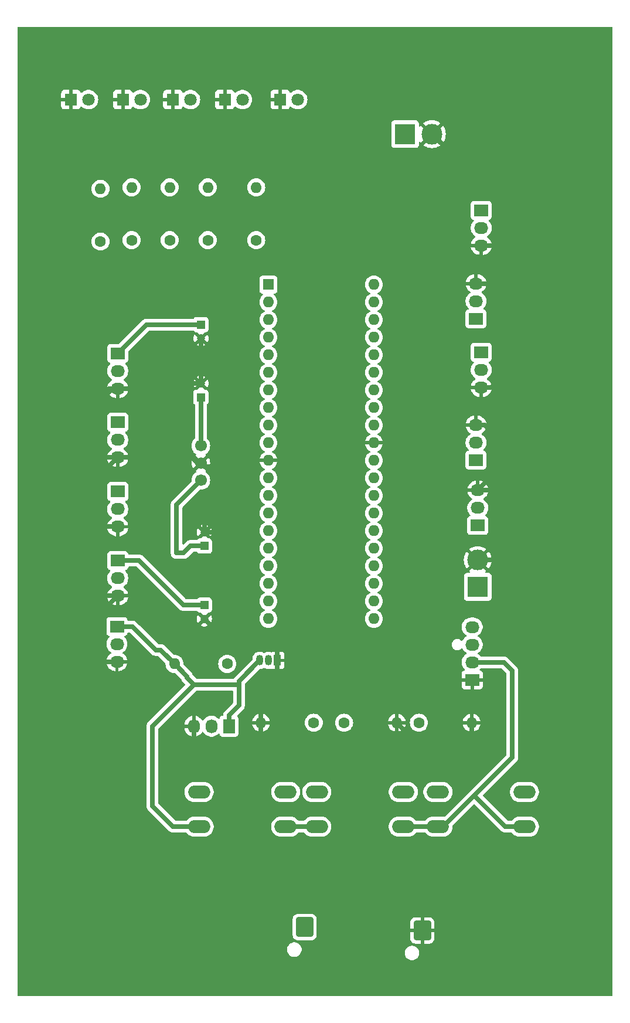
<source format=gbr>
%TF.GenerationSoftware,KiCad,Pcbnew,8.0.1*%
%TF.CreationDate,2024-06-24T23:09:16-03:00*%
%TF.ProjectId,House_Project,486f7573-655f-4507-926f-6a6563742e6b,rev?*%
%TF.SameCoordinates,Original*%
%TF.FileFunction,Copper,L1,Top*%
%TF.FilePolarity,Positive*%
%FSLAX46Y46*%
G04 Gerber Fmt 4.6, Leading zero omitted, Abs format (unit mm)*
G04 Created by KiCad (PCBNEW 8.0.1) date 2024-06-24 23:09:16*
%MOMM*%
%LPD*%
G01*
G04 APERTURE LIST*
G04 Aperture macros list*
%AMRoundRect*
0 Rectangle with rounded corners*
0 $1 Rounding radius*
0 $2 $3 $4 $5 $6 $7 $8 $9 X,Y pos of 4 corners*
0 Add a 4 corners polygon primitive as box body*
4,1,4,$2,$3,$4,$5,$6,$7,$8,$9,$2,$3,0*
0 Add four circle primitives for the rounded corners*
1,1,$1+$1,$2,$3*
1,1,$1+$1,$4,$5*
1,1,$1+$1,$6,$7*
1,1,$1+$1,$8,$9*
0 Add four rect primitives between the rounded corners*
20,1,$1+$1,$2,$3,$4,$5,0*
20,1,$1+$1,$4,$5,$6,$7,0*
20,1,$1+$1,$6,$7,$8,$9,0*
20,1,$1+$1,$8,$9,$2,$3,0*%
G04 Aperture macros list end*
%TA.AperFunction,ComponentPad*%
%ADD10R,2.030000X1.730000*%
%TD*%
%TA.AperFunction,ComponentPad*%
%ADD11O,2.030000X1.730000*%
%TD*%
%TA.AperFunction,ComponentPad*%
%ADD12C,1.600000*%
%TD*%
%TA.AperFunction,ComponentPad*%
%ADD13O,1.600000X1.600000*%
%TD*%
%TA.AperFunction,ComponentPad*%
%ADD14R,1.600000X1.600000*%
%TD*%
%TA.AperFunction,ComponentPad*%
%ADD15R,1.200000X1.200000*%
%TD*%
%TA.AperFunction,ComponentPad*%
%ADD16C,1.200000*%
%TD*%
%TA.AperFunction,ComponentPad*%
%ADD17RoundRect,0.250000X-0.980000X-1.150000X0.980000X-1.150000X0.980000X1.150000X-0.980000X1.150000X0*%
%TD*%
%TA.AperFunction,ComponentPad*%
%ADD18R,3.000000X3.000000*%
%TD*%
%TA.AperFunction,ComponentPad*%
%ADD19C,3.000000*%
%TD*%
%TA.AperFunction,ComponentPad*%
%ADD20O,3.200000X1.900000*%
%TD*%
%TA.AperFunction,ComponentPad*%
%ADD21R,1.800000X1.800000*%
%TD*%
%TA.AperFunction,ComponentPad*%
%ADD22C,1.800000*%
%TD*%
%TA.AperFunction,ComponentPad*%
%ADD23C,1.700000*%
%TD*%
%TA.AperFunction,ComponentPad*%
%ADD24R,1.730000X2.030000*%
%TD*%
%TA.AperFunction,ComponentPad*%
%ADD25O,1.730000X2.030000*%
%TD*%
%TA.AperFunction,ComponentPad*%
%ADD26R,1.050000X1.500000*%
%TD*%
%TA.AperFunction,ComponentPad*%
%ADD27O,1.050000X1.500000*%
%TD*%
%TA.AperFunction,Conductor*%
%ADD28C,0.700000*%
%TD*%
G04 APERTURE END LIST*
D10*
%TO.P,Presen6,1,Pin_1*%
%TO.N,VCC*%
X85875000Y-122105000D03*
D11*
%TO.P,Presen6,2,Pin_2*%
%TO.N,PD5*%
X85875000Y-124645000D03*
%TO.P,Presen6,3,Pin_3*%
%TO.N,GND*%
X85875000Y-127185000D03*
%TD*%
D12*
%TO.P,R6-220Ohm1,1*%
%TO.N,PB4*%
X106000000Y-66310000D03*
D13*
%TO.P,R6-220Ohm1,2*%
%TO.N,Net-(Quintal1-A)*%
X106000000Y-58690000D03*
%TD*%
D12*
%TO.P,R4-220Ohm1,1*%
%TO.N,PB2*%
X83500000Y-66505000D03*
D13*
%TO.P,R4-220Ohm1,2*%
%TO.N,Net-(Banheiro1-A)*%
X83500000Y-58885000D03*
%TD*%
D10*
%TO.P,Presen4,1,Pin_1*%
%TO.N,VCC*%
X86000000Y-102615000D03*
D11*
%TO.P,Presen4,2,Pin_2*%
%TO.N,PD3*%
X86000000Y-105155000D03*
%TO.P,Presen4,3,Pin_3*%
%TO.N,GND*%
X86000000Y-107695000D03*
%TD*%
D14*
%TO.P,U1,1,PB0*%
%TO.N,PB0*%
X107760000Y-72720000D03*
D13*
%TO.P,U1,2,PB1*%
%TO.N,PB1*%
X107760000Y-75260000D03*
%TO.P,U1,3,PB2*%
%TO.N,PB2*%
X107760000Y-77800000D03*
%TO.P,U1,4,PB3*%
%TO.N,PB3*%
X107760000Y-80340000D03*
%TO.P,U1,5,PB4*%
%TO.N,PB4*%
X107760000Y-82880000D03*
%TO.P,U1,6,PB5*%
X107760000Y-85420000D03*
%TO.P,U1,7,PB6*%
%TO.N,unconnected-(U1-PB6-Pad7)*%
X107760000Y-87960000D03*
%TO.P,U1,8,PB7*%
%TO.N,unconnected-(U1-PB7-Pad8)*%
X107760000Y-90500000D03*
%TO.P,U1,9,~{RESET}*%
%TO.N,unconnected-(U1-~{RESET}-Pad9)*%
X107760000Y-93040000D03*
%TO.P,U1,10,VCC*%
%TO.N,VCC*%
X107760000Y-95580000D03*
%TO.P,U1,11,GND*%
%TO.N,GND*%
X107760000Y-98120000D03*
%TO.P,U1,12,XTAL2*%
%TO.N,Net-(U1-XTAL2)*%
X107760000Y-100660000D03*
%TO.P,U1,13,XTAL1*%
%TO.N,Net-(U1-XTAL1)*%
X107760000Y-103200000D03*
%TO.P,U1,14,PD0*%
%TO.N,PD0*%
X107760000Y-105740000D03*
%TO.P,U1,15,PD1*%
%TO.N,PD1*%
X107760000Y-108280000D03*
%TO.P,U1,16,PD2*%
%TO.N,PD2*%
X107760000Y-110820000D03*
%TO.P,U1,17,PD3*%
%TO.N,PD3*%
X107760000Y-113360000D03*
%TO.P,U1,18,PD4*%
%TO.N,PD4*%
X107760000Y-115900000D03*
%TO.P,U1,19,PD5*%
%TO.N,PD5*%
X107760000Y-118440000D03*
%TO.P,U1,20,PD6*%
%TO.N,PD6*%
X107760000Y-120980000D03*
%TO.P,U1,21,PD7*%
%TO.N,unconnected-(U1-PD7-Pad21)*%
X123000000Y-120980000D03*
%TO.P,U1,22,PC0*%
%TO.N,SDA*%
X123000000Y-118440000D03*
%TO.P,U1,23,PC1*%
%TO.N,SCL*%
X123000000Y-115900000D03*
%TO.P,U1,24,PC2*%
%TO.N,PC2*%
X123000000Y-113360000D03*
%TO.P,U1,25,PC3*%
%TO.N,PC3*%
X123000000Y-110820000D03*
%TO.P,U1,26,PC4*%
%TO.N,PC4*%
X123000000Y-108280000D03*
%TO.P,U1,27,PC5*%
%TO.N,PC5*%
X123000000Y-105740000D03*
%TO.P,U1,28,PC6*%
%TO.N,unconnected-(U1-PC6-Pad28)*%
X123000000Y-103200000D03*
%TO.P,U1,29,PC7*%
%TO.N,unconnected-(U1-PC7-Pad29)*%
X123000000Y-100660000D03*
%TO.P,U1,30,AVCC*%
%TO.N,VCC*%
X123000000Y-98120000D03*
%TO.P,U1,31,GND*%
%TO.N,GND*%
X123000000Y-95580000D03*
%TO.P,U1,32,AREF*%
%TO.N,unconnected-(U1-AREF-Pad32)*%
X123000000Y-93040000D03*
%TO.P,U1,33,PA7*%
%TO.N,unconnected-(U1-PA7-Pad33)*%
X123000000Y-90500000D03*
%TO.P,U1,34,PA6*%
%TO.N,unconnected-(U1-PA6-Pad34)*%
X123000000Y-87960000D03*
%TO.P,U1,35,PA5*%
%TO.N,unconnected-(U1-PA5-Pad35)*%
X123000000Y-85420000D03*
%TO.P,U1,36,PA4*%
%TO.N,PA4*%
X123000000Y-82880000D03*
%TO.P,U1,37,PA3*%
%TO.N,PA3*%
X123000000Y-80340000D03*
%TO.P,U1,38,PA2*%
%TO.N,PA2*%
X123000000Y-77800000D03*
%TO.P,U1,39,PA1*%
%TO.N,PA1*%
X123000000Y-75260000D03*
%TO.P,U1,40,PA0*%
%TO.N,PA0*%
X123000000Y-72720000D03*
%TD*%
D15*
%TO.P,C3-22pF1,1*%
%TO.N,Net-(U1-XTAL1)*%
X98500000Y-110472600D03*
D16*
%TO.P,C3-22pF1,2*%
%TO.N,GND*%
X98500000Y-108472600D03*
%TD*%
D17*
%TO.P,+5,1,Pin_1*%
%TO.N,VCC*%
X113000000Y-165500000D03*
%TD*%
D18*
%TO.P,Buzzer_Gas1,1,Pin_1*%
%TO.N,PB4*%
X127500000Y-51000000D03*
D19*
%TO.P,Buzzer_Gas1,2,Pin_2*%
%TO.N,GND*%
X131380000Y-51000000D03*
%TD*%
D15*
%TO.P,C1-100nF1,1*%
%TO.N,VCC*%
X98500000Y-119000000D03*
D16*
%TO.P,C1-100nF1,2*%
%TO.N,GND*%
X98500000Y-121000000D03*
%TD*%
D15*
%TO.P,C4-22pF1,1*%
%TO.N,Net-(U1-XTAL2)*%
X98000000Y-89000000D03*
D16*
%TO.P,C4-22pF1,2*%
%TO.N,GND*%
X98000000Y-87000000D03*
%TD*%
D10*
%TO.P,Gas4,1,Pin_1*%
%TO.N,VCC*%
X137750000Y-77655000D03*
D11*
%TO.P,Gas4,2,Pin_2*%
%TO.N,PA1*%
X137750000Y-75115000D03*
%TO.P,Gas4,3,Pin_3*%
%TO.N,GND*%
X137750000Y-72575000D03*
%TD*%
D20*
%TO.P,Ligar/Desligar_Alarme1,1,1*%
%TO.N,VCC*%
X127250000Y-151000000D03*
X114750000Y-151000000D03*
%TO.P,Ligar/Desligar_Alarme1,2,2*%
%TO.N,PC3*%
X127250000Y-146000000D03*
X114750000Y-146000000D03*
%TD*%
D12*
%TO.P,R5-220Ohm1,1*%
%TO.N,PB3*%
X99000000Y-66310000D03*
D13*
%TO.P,R5-220Ohm1,2*%
%TO.N,Net-(Cozinha1-A)*%
X99000000Y-58690000D03*
%TD*%
D20*
%TO.P,Desligar_AlarmeSonoro1,1,1*%
%TO.N,VCC*%
X110250000Y-151000000D03*
X97750000Y-151000000D03*
%TO.P,Desligar_AlarmeSonoro1,2,2*%
%TO.N,PC4*%
X110250000Y-146000000D03*
X97750000Y-146000000D03*
%TD*%
%TO.P,Alterar_Temp1,1,1*%
%TO.N,VCC*%
X144750000Y-151000000D03*
X132250000Y-151000000D03*
%TO.P,Alterar_Temp1,2,2*%
%TO.N,PC2*%
X144750000Y-146000000D03*
X132250000Y-146000000D03*
%TD*%
D12*
%TO.P,R9-10KOhm1,1*%
%TO.N,PC4*%
X114310000Y-136000000D03*
D13*
%TO.P,R9-10KOhm1,2*%
%TO.N,GND*%
X106690000Y-136000000D03*
%TD*%
D15*
%TO.P,C2-100nF1,1*%
%TO.N,VCC*%
X98000000Y-78500000D03*
D16*
%TO.P,C2-100nF1,2*%
%TO.N,GND*%
X98000000Y-80500000D03*
%TD*%
D12*
%TO.P,R1-4\u002C7kOhm1,1*%
%TO.N,PD6*%
X101810000Y-127500000D03*
D13*
%TO.P,R1-4\u002C7kOhm1,2*%
%TO.N,VCC*%
X94190000Y-127500000D03*
%TD*%
D21*
%TO.P,Banheiro1,1,K*%
%TO.N,GND*%
X79225000Y-46000000D03*
D22*
%TO.P,Banheiro1,2,A*%
%TO.N,Net-(Banheiro1-A)*%
X81765000Y-46000000D03*
%TD*%
D21*
%TO.P,Quarto2,1,K*%
%TO.N,GND*%
X86725000Y-46000000D03*
D22*
%TO.P,Quarto2,2,A*%
%TO.N,Net-(Quarto2-A)*%
X89265000Y-46000000D03*
%TD*%
D21*
%TO.P,Quarto1,1,K*%
%TO.N,GND*%
X93960000Y-46000000D03*
D22*
%TO.P,Quarto1,2,A*%
%TO.N,Net-(Quarto1-A)*%
X96500000Y-46000000D03*
%TD*%
D12*
%TO.P,R8-10KOhm1,1*%
%TO.N,PC3*%
X118690000Y-136000000D03*
D13*
%TO.P,R8-10KOhm1,2*%
%TO.N,GND*%
X126310000Y-136000000D03*
%TD*%
D17*
%TO.P,GND1,1,Pin_1*%
%TO.N,GND*%
X130000000Y-166000000D03*
%TD*%
D12*
%TO.P,R7-10Khm1,1*%
%TO.N,PC2*%
X129500000Y-136000000D03*
D13*
%TO.P,R7-10Khm1,2*%
%TO.N,GND*%
X137120000Y-136000000D03*
%TD*%
D12*
%TO.P,R2-220Ohm1,1*%
%TO.N,PB0*%
X93500000Y-66310000D03*
D13*
%TO.P,R2-220Ohm1,2*%
%TO.N,Net-(Quarto1-A)*%
X93500000Y-58690000D03*
%TD*%
D10*
%TO.P,Gas3,1,Pin_1*%
%TO.N,VCC*%
X138500000Y-82500000D03*
D11*
%TO.P,Gas3,2,Pin_2*%
%TO.N,PA2*%
X138500000Y-85040000D03*
%TO.P,Gas3,3,Pin_3*%
%TO.N,GND*%
X138500000Y-87580000D03*
%TD*%
D23*
%TO.P,Cristal-16MHz1,1,1*%
%TO.N,Net-(U1-XTAL1)*%
X98000000Y-101000000D03*
%TO.P,Cristal-16MHz1,2,2*%
%TO.N,GND*%
X98000000Y-98500000D03*
%TO.P,Cristal-16MHz1,3,3*%
%TO.N,Net-(U1-XTAL2)*%
X98000000Y-96000000D03*
%TD*%
D24*
%TO.P,Presen1,1,Pin_1*%
%TO.N,VCC*%
X102080000Y-136500000D03*
D25*
%TO.P,Presen1,2,Pin_2*%
%TO.N,PD0*%
X99540000Y-136500000D03*
%TO.P,Presen1,3,Pin_3*%
%TO.N,GND*%
X97000000Y-136500000D03*
%TD*%
D10*
%TO.P,Gas2,1,Pin_1*%
%TO.N,VCC*%
X137750000Y-98080000D03*
D11*
%TO.P,Gas2,2,Pin_2*%
%TO.N,PA3*%
X137750000Y-95540000D03*
%TO.P,Gas2,3,Pin_3*%
%TO.N,GND*%
X137750000Y-93000000D03*
%TD*%
D10*
%TO.P,Gas5,1,Pin_1*%
%TO.N,VCC*%
X138500000Y-62000000D03*
D11*
%TO.P,Gas5,2,Pin_2*%
%TO.N,PA0*%
X138500000Y-64540000D03*
%TO.P,Gas5,3,Pin_3*%
%TO.N,GND*%
X138500000Y-67080000D03*
%TD*%
D10*
%TO.P,Presen3,1,Pin_1*%
%TO.N,VCC*%
X86000000Y-92615000D03*
D11*
%TO.P,Presen3,2,Pin_2*%
%TO.N,PD2*%
X86000000Y-95155000D03*
%TO.P,Presen3,3,Pin_3*%
%TO.N,GND*%
X86000000Y-97695000D03*
%TD*%
D26*
%TO.P,Temperatura1,1,GND*%
%TO.N,GND*%
X109040000Y-127000000D03*
D27*
%TO.P,Temperatura1,2,DQ*%
%TO.N,PD6*%
X107770000Y-127000000D03*
%TO.P,Temperatura1,3,V_{DD}*%
%TO.N,VCC*%
X106500000Y-127000000D03*
%TD*%
D10*
%TO.P,Gas1,1,Pin_1*%
%TO.N,VCC*%
X138000000Y-107500000D03*
D11*
%TO.P,Gas1,2,Pin_2*%
%TO.N,PA4*%
X138000000Y-104960000D03*
%TO.P,Gas1,3,Pin_3*%
%TO.N,GND*%
X138000000Y-102420000D03*
%TD*%
D10*
%TO.P,LCD16x2,1,Pin_1*%
%TO.N,GND*%
X137200000Y-129800000D03*
D11*
%TO.P,LCD16x2,2,Pin_2*%
%TO.N,VCC*%
X137200000Y-127260000D03*
%TO.P,LCD16x2,3,Pin_3*%
%TO.N,SDA*%
X137200000Y-124720000D03*
%TO.P,LCD16x2,4,Pin_4*%
%TO.N,SCL*%
X137200000Y-122180000D03*
%TD*%
D21*
%TO.P,Cozinha1,1,K*%
%TO.N,GND*%
X101460000Y-46000000D03*
D22*
%TO.P,Cozinha1,2,A*%
%TO.N,Net-(Cozinha1-A)*%
X104000000Y-46000000D03*
%TD*%
D21*
%TO.P,Quintal1,1,K*%
%TO.N,GND*%
X109460000Y-46000000D03*
D22*
%TO.P,Quintal1,2,A*%
%TO.N,Net-(Quintal1-A)*%
X112000000Y-46000000D03*
%TD*%
D12*
%TO.P,R3-220Ohm1,1*%
%TO.N,PB1*%
X88000000Y-66310000D03*
D13*
%TO.P,R3-220Ohm1,2*%
%TO.N,Net-(Quarto2-A)*%
X88000000Y-58690000D03*
%TD*%
D10*
%TO.P,Presen2,1,Pin_1*%
%TO.N,VCC*%
X86000000Y-82655000D03*
D11*
%TO.P,Presen2,2,Pin_2*%
%TO.N,PD1*%
X86000000Y-85195000D03*
%TO.P,Presen2,3,Pin_3*%
%TO.N,GND*%
X86000000Y-87735000D03*
%TD*%
D10*
%TO.P,Presen5,1,Pin_1*%
%TO.N,VCC*%
X86000000Y-112575000D03*
D11*
%TO.P,Presen5,2,Pin_2*%
%TO.N,PD4*%
X86000000Y-115115000D03*
%TO.P,Presen5,3,Pin_3*%
%TO.N,GND*%
X86000000Y-117655000D03*
%TD*%
D18*
%TO.P,Rel\u00E9_AltoFalante1,1,Pin_1*%
%TO.N,PC5*%
X138000000Y-116380000D03*
D19*
%TO.P,Rel\u00E9_AltoFalante1,2,Pin_2*%
%TO.N,GND*%
X138000000Y-112500000D03*
%TD*%
D28*
%TO.N,VCC*%
X106500000Y-127000000D02*
X103500000Y-130000000D01*
X91500000Y-125500000D02*
X92190000Y-125500000D01*
X88105000Y-122105000D02*
X91500000Y-125500000D01*
X142000000Y-151000000D02*
X137500000Y-146500000D01*
X89075000Y-112575000D02*
X86000000Y-112575000D01*
X144750000Y-151000000D02*
X142000000Y-151000000D01*
X91000000Y-136500000D02*
X97000000Y-130500000D01*
X95500000Y-119000000D02*
X89075000Y-112575000D01*
X102080000Y-134920000D02*
X103500000Y-133500000D01*
X91000000Y-148000000D02*
X91000000Y-136500000D01*
X103500000Y-130000000D02*
X103500000Y-130500000D01*
X97000000Y-130500000D02*
X96000000Y-129500000D01*
X133000000Y-151000000D02*
X137500000Y-146500000D01*
X103500000Y-133500000D02*
X103500000Y-130500000D01*
X92190000Y-125500000D02*
X94190000Y-127500000D01*
X85875000Y-122105000D02*
X88105000Y-122105000D01*
X141760000Y-127260000D02*
X137200000Y-127260000D01*
X127250000Y-151000000D02*
X132250000Y-151000000D01*
X90155000Y-78500000D02*
X86000000Y-82655000D01*
X103500000Y-130500000D02*
X97000000Y-130500000D01*
X94000000Y-151000000D02*
X91000000Y-148000000D01*
X102080000Y-136500000D02*
X102080000Y-134920000D01*
X137500000Y-146500000D02*
X143000000Y-141000000D01*
X143000000Y-128500000D02*
X141760000Y-127260000D01*
X98500000Y-119000000D02*
X95500000Y-119000000D01*
X110250000Y-151000000D02*
X114750000Y-151000000D01*
X97750000Y-151000000D02*
X94000000Y-151000000D01*
X96000000Y-129500000D02*
X96000000Y-129310000D01*
X98000000Y-78500000D02*
X90155000Y-78500000D01*
X132250000Y-151000000D02*
X133000000Y-151000000D01*
X143000000Y-141000000D02*
X143000000Y-128500000D01*
X96000000Y-129310000D02*
X94190000Y-127500000D01*
%TO.N,GND*%
X83155000Y-117655000D02*
X80500000Y-115000000D01*
X97500000Y-98500000D02*
X96695000Y-97695000D01*
X85265000Y-87735000D02*
X86000000Y-87735000D01*
X98000000Y-87000000D02*
X90000000Y-87000000D01*
X100472600Y-108472600D02*
X103000000Y-111000000D01*
X138500000Y-67080000D02*
X140420000Y-67080000D01*
X137120000Y-136000000D02*
X137120000Y-137380000D01*
X101500000Y-124000000D02*
X103000000Y-124000000D01*
X145500000Y-62000000D02*
X145500000Y-61000000D01*
X98500000Y-107000000D02*
X101000000Y-104500000D01*
X137500000Y-53000000D02*
X133380000Y-53000000D01*
X106690000Y-132310000D02*
X109040000Y-129960000D01*
X82500000Y-109000000D02*
X83805000Y-107695000D01*
X98000000Y-140500000D02*
X105500000Y-140500000D01*
X88735000Y-87735000D02*
X86000000Y-87735000D01*
X98500000Y-108472600D02*
X98500000Y-107000000D01*
X139000000Y-93000000D02*
X137750000Y-93000000D01*
X83805000Y-107695000D02*
X81500000Y-105390000D01*
X86000000Y-97695000D02*
X84195000Y-97695000D01*
X140420000Y-67080000D02*
X145500000Y-62000000D01*
X129810000Y-139500000D02*
X126310000Y-136000000D01*
X84195000Y-97695000D02*
X81000000Y-94500000D01*
X81500000Y-105390000D02*
X81500000Y-102195000D01*
X81500000Y-122155000D02*
X86000000Y-117655000D01*
X98500000Y-108472600D02*
X100472600Y-108472600D01*
X103000000Y-111000000D02*
X103000000Y-124000000D01*
X142000000Y-74000000D02*
X140575000Y-72575000D01*
X98000000Y-98500000D02*
X97500000Y-98500000D01*
X90000000Y-87000000D02*
X89000000Y-88000000D01*
X143000000Y-84500000D02*
X143000000Y-83500000D01*
X84185000Y-127185000D02*
X81500000Y-124500000D01*
X81500000Y-114000000D02*
X81500000Y-109000000D01*
X109040000Y-125540000D02*
X109040000Y-127000000D01*
X81000000Y-94500000D02*
X81000000Y-92000000D01*
X142500000Y-97920000D02*
X138000000Y-102420000D01*
X106690000Y-139310000D02*
X106690000Y-136000000D01*
X145500000Y-61000000D02*
X137500000Y-53000000D01*
X106690000Y-136000000D02*
X106690000Y-132310000D01*
X135000000Y-139500000D02*
X129810000Y-139500000D01*
X101000000Y-104500000D02*
X101000000Y-103500000D01*
X142500000Y-96500000D02*
X142500000Y-97920000D01*
X81500000Y-102195000D02*
X86000000Y-97695000D01*
X100500000Y-103000000D02*
X100500000Y-99000000D01*
X107500000Y-124000000D02*
X109040000Y-125540000D01*
X133380000Y-53000000D02*
X131380000Y-51000000D01*
X86000000Y-87735000D02*
X84735000Y-87735000D01*
X143000000Y-105000000D02*
X143000000Y-111000000D01*
X142500000Y-96500000D02*
X139000000Y-93000000D01*
X138000000Y-102420000D02*
X140420000Y-102420000D01*
X80500000Y-115000000D02*
X81500000Y-114000000D01*
X101000000Y-103500000D02*
X100500000Y-103000000D01*
X105500000Y-140500000D02*
X106690000Y-139310000D01*
X100500000Y-99000000D02*
X98500000Y-99000000D01*
X143000000Y-111000000D02*
X141500000Y-112500000D01*
X141500000Y-112500000D02*
X138000000Y-112500000D01*
X86000000Y-117655000D02*
X83155000Y-117655000D01*
X81500000Y-109000000D02*
X82500000Y-109000000D01*
X97000000Y-139500000D02*
X98000000Y-140500000D01*
X97000000Y-136500000D02*
X97000000Y-139500000D01*
X143000000Y-83500000D02*
X142000000Y-82500000D01*
X98000000Y-80500000D02*
X98000000Y-87000000D01*
X98500000Y-121000000D02*
X101500000Y-124000000D01*
X89000000Y-88000000D02*
X88735000Y-87735000D01*
X85875000Y-127185000D02*
X84185000Y-127185000D01*
X83805000Y-107695000D02*
X86000000Y-107695000D01*
X140575000Y-72575000D02*
X137750000Y-72575000D01*
X140420000Y-102420000D02*
X143000000Y-105000000D01*
X103000000Y-124000000D02*
X107500000Y-124000000D01*
X109040000Y-129960000D02*
X109040000Y-127000000D01*
X138500000Y-87580000D02*
X139920000Y-87580000D01*
X98500000Y-99000000D02*
X98000000Y-98500000D01*
X96695000Y-97695000D02*
X86000000Y-97695000D01*
X142000000Y-82500000D02*
X142000000Y-74000000D01*
X139920000Y-87580000D02*
X143000000Y-84500000D01*
X81000000Y-92000000D02*
X85265000Y-87735000D01*
X81500000Y-124500000D02*
X81500000Y-122155000D01*
X137120000Y-137380000D02*
X135000000Y-139500000D01*
%TO.N,Net-(U1-XTAL1)*%
X96527400Y-110472600D02*
X98500000Y-110472600D01*
X98000000Y-101000000D02*
X94500000Y-104500000D01*
X94500000Y-104500000D02*
X94500000Y-111500000D01*
X95500000Y-111500000D02*
X96527400Y-110472600D01*
X94500000Y-111500000D02*
X95500000Y-111500000D01*
%TO.N,Net-(U1-XTAL2)*%
X98000000Y-96000000D02*
X98000000Y-89000000D01*
%TD*%
%TA.AperFunction,Conductor*%
%TO.N,GND*%
G36*
X157442539Y-35520185D02*
G01*
X157488294Y-35572989D01*
X157499500Y-35624500D01*
X157499500Y-175375500D01*
X157479815Y-175442539D01*
X157427011Y-175488294D01*
X157375500Y-175499500D01*
X71624500Y-175499500D01*
X71557461Y-175479815D01*
X71511706Y-175427011D01*
X71500500Y-175375500D01*
X71500500Y-168853469D01*
X110449500Y-168853469D01*
X110489868Y-169056412D01*
X110489870Y-169056420D01*
X110569058Y-169247596D01*
X110684024Y-169419657D01*
X110830342Y-169565975D01*
X110830345Y-169565977D01*
X111002402Y-169680941D01*
X111193580Y-169760130D01*
X111396530Y-169800499D01*
X111396534Y-169800500D01*
X111396535Y-169800500D01*
X111603466Y-169800500D01*
X111603467Y-169800499D01*
X111806420Y-169760130D01*
X111997598Y-169680941D01*
X112169655Y-169565977D01*
X112315977Y-169419655D01*
X112360201Y-169353469D01*
X127449500Y-169353469D01*
X127489868Y-169556412D01*
X127489870Y-169556420D01*
X127541448Y-169680941D01*
X127569059Y-169747598D01*
X127604406Y-169800499D01*
X127684024Y-169919657D01*
X127830342Y-170065975D01*
X127830345Y-170065977D01*
X128002402Y-170180941D01*
X128193580Y-170260130D01*
X128396530Y-170300499D01*
X128396534Y-170300500D01*
X128396535Y-170300500D01*
X128603466Y-170300500D01*
X128603467Y-170300499D01*
X128806420Y-170260130D01*
X128997598Y-170180941D01*
X129169655Y-170065977D01*
X129315977Y-169919655D01*
X129430941Y-169747598D01*
X129510130Y-169556420D01*
X129550500Y-169353465D01*
X129550500Y-169146535D01*
X129510130Y-168943580D01*
X129430941Y-168752402D01*
X129315977Y-168580345D01*
X129315975Y-168580342D01*
X129169657Y-168434024D01*
X129083626Y-168376541D01*
X128997598Y-168319059D01*
X128806420Y-168239870D01*
X128806412Y-168239868D01*
X128603469Y-168199500D01*
X128603465Y-168199500D01*
X128396535Y-168199500D01*
X128396530Y-168199500D01*
X128193587Y-168239868D01*
X128193579Y-168239870D01*
X128002403Y-168319058D01*
X127830342Y-168434024D01*
X127684024Y-168580342D01*
X127569058Y-168752403D01*
X127489870Y-168943579D01*
X127489868Y-168943587D01*
X127449500Y-169146530D01*
X127449500Y-169353469D01*
X112360201Y-169353469D01*
X112430941Y-169247598D01*
X112510130Y-169056420D01*
X112550500Y-168853465D01*
X112550500Y-168646535D01*
X112510130Y-168443580D01*
X112430941Y-168252402D01*
X112315977Y-168080345D01*
X112315975Y-168080342D01*
X112169657Y-167934024D01*
X112083626Y-167876541D01*
X111997598Y-167819059D01*
X111806420Y-167739870D01*
X111806412Y-167739868D01*
X111603469Y-167699500D01*
X111603465Y-167699500D01*
X111396535Y-167699500D01*
X111396530Y-167699500D01*
X111193587Y-167739868D01*
X111193579Y-167739870D01*
X111002403Y-167819058D01*
X110830342Y-167934024D01*
X110684024Y-168080342D01*
X110569058Y-168252403D01*
X110489870Y-168443579D01*
X110489868Y-168443587D01*
X110449500Y-168646530D01*
X110449500Y-168853469D01*
X71500500Y-168853469D01*
X71500500Y-166700001D01*
X111269500Y-166700001D01*
X111269501Y-166700018D01*
X111280000Y-166802796D01*
X111280001Y-166802799D01*
X111300750Y-166865414D01*
X111335186Y-166969334D01*
X111427288Y-167118656D01*
X111551344Y-167242712D01*
X111700666Y-167334814D01*
X111867203Y-167389999D01*
X111969991Y-167400500D01*
X114030008Y-167400499D01*
X114132797Y-167389999D01*
X114299334Y-167334814D01*
X114448656Y-167242712D01*
X114572712Y-167118656D01*
X114664814Y-166969334D01*
X114719999Y-166802797D01*
X114730500Y-166700009D01*
X114730500Y-165750000D01*
X128270000Y-165750000D01*
X129132096Y-165750000D01*
X129100000Y-165911358D01*
X129100000Y-166088642D01*
X129132096Y-166250000D01*
X128270001Y-166250000D01*
X128270001Y-167199986D01*
X128280494Y-167302697D01*
X128335641Y-167469119D01*
X128335643Y-167469124D01*
X128427684Y-167618345D01*
X128551654Y-167742315D01*
X128700875Y-167834356D01*
X128700880Y-167834358D01*
X128867302Y-167889505D01*
X128867309Y-167889506D01*
X128970019Y-167899999D01*
X129749999Y-167899999D01*
X129750000Y-167899998D01*
X129750000Y-166867904D01*
X129911358Y-166900000D01*
X130088642Y-166900000D01*
X130250000Y-166867904D01*
X130250000Y-167899999D01*
X131029972Y-167899999D01*
X131029986Y-167899998D01*
X131132697Y-167889505D01*
X131299119Y-167834358D01*
X131299124Y-167834356D01*
X131448345Y-167742315D01*
X131572315Y-167618345D01*
X131664356Y-167469124D01*
X131664358Y-167469119D01*
X131719505Y-167302697D01*
X131719506Y-167302690D01*
X131729999Y-167199986D01*
X131730000Y-167199973D01*
X131730000Y-166250000D01*
X130867904Y-166250000D01*
X130900000Y-166088642D01*
X130900000Y-165911358D01*
X130867904Y-165750000D01*
X131729999Y-165750000D01*
X131729999Y-164800028D01*
X131729998Y-164800013D01*
X131719505Y-164697302D01*
X131664358Y-164530880D01*
X131664356Y-164530875D01*
X131572315Y-164381654D01*
X131448345Y-164257684D01*
X131299124Y-164165643D01*
X131299119Y-164165641D01*
X131132697Y-164110494D01*
X131132690Y-164110493D01*
X131029986Y-164100000D01*
X130250000Y-164100000D01*
X130250000Y-165132095D01*
X130088642Y-165100000D01*
X129911358Y-165100000D01*
X129750000Y-165132095D01*
X129750000Y-164100000D01*
X128970028Y-164100000D01*
X128970012Y-164100001D01*
X128867302Y-164110494D01*
X128700880Y-164165641D01*
X128700875Y-164165643D01*
X128551654Y-164257684D01*
X128427684Y-164381654D01*
X128335643Y-164530875D01*
X128335641Y-164530880D01*
X128280494Y-164697302D01*
X128280493Y-164697309D01*
X128270000Y-164800013D01*
X128270000Y-165750000D01*
X114730500Y-165750000D01*
X114730499Y-164299992D01*
X114719999Y-164197203D01*
X114664814Y-164030666D01*
X114572712Y-163881344D01*
X114448656Y-163757288D01*
X114299334Y-163665186D01*
X114132797Y-163610001D01*
X114132795Y-163610000D01*
X114030010Y-163599500D01*
X111969998Y-163599500D01*
X111969981Y-163599501D01*
X111867203Y-163610000D01*
X111867200Y-163610001D01*
X111700668Y-163665185D01*
X111700663Y-163665187D01*
X111551342Y-163757289D01*
X111427289Y-163881342D01*
X111335187Y-164030663D01*
X111335186Y-164030666D01*
X111280001Y-164197203D01*
X111280001Y-164197204D01*
X111280000Y-164197204D01*
X111269500Y-164299983D01*
X111269500Y-166700001D01*
X71500500Y-166700001D01*
X71500500Y-124752465D01*
X84359500Y-124752465D01*
X84393124Y-124964756D01*
X84393124Y-124964759D01*
X84459540Y-125169167D01*
X84459541Y-125169170D01*
X84547496Y-125341790D01*
X84557120Y-125360678D01*
X84683455Y-125534563D01*
X84835437Y-125686545D01*
X84835440Y-125686547D01*
X85012226Y-125814990D01*
X85054892Y-125870320D01*
X85060871Y-125939933D01*
X85028265Y-126001728D01*
X85012227Y-126015626D01*
X84835760Y-126143838D01*
X84835759Y-126143838D01*
X84683838Y-126295759D01*
X84557547Y-126469583D01*
X84460003Y-126661024D01*
X84393610Y-126865364D01*
X84382581Y-126935000D01*
X85430440Y-126935000D01*
X85399755Y-126988147D01*
X85365000Y-127117857D01*
X85365000Y-127252143D01*
X85399755Y-127381853D01*
X85430440Y-127435000D01*
X84382581Y-127435000D01*
X84393610Y-127504635D01*
X84460003Y-127708975D01*
X84557547Y-127900416D01*
X84683838Y-128074240D01*
X84835759Y-128226161D01*
X85009583Y-128352452D01*
X85201024Y-128449996D01*
X85405358Y-128516388D01*
X85617573Y-128550000D01*
X85625000Y-128550000D01*
X85625000Y-127629560D01*
X85678147Y-127660245D01*
X85807857Y-127695000D01*
X85942143Y-127695000D01*
X86071853Y-127660245D01*
X86125000Y-127629560D01*
X86125000Y-128550000D01*
X86132427Y-128550000D01*
X86344639Y-128516388D01*
X86344642Y-128516388D01*
X86548975Y-128449996D01*
X86740416Y-128352452D01*
X86914240Y-128226161D01*
X87066161Y-128074240D01*
X87192452Y-127900416D01*
X87289996Y-127708975D01*
X87356389Y-127504635D01*
X87367419Y-127435000D01*
X86319560Y-127435000D01*
X86350245Y-127381853D01*
X86385000Y-127252143D01*
X86385000Y-127117857D01*
X86350245Y-126988147D01*
X86319560Y-126935000D01*
X87367419Y-126935000D01*
X87356389Y-126865364D01*
X87289996Y-126661024D01*
X87192452Y-126469583D01*
X87066161Y-126295759D01*
X86914240Y-126143838D01*
X86737772Y-126015626D01*
X86695107Y-125960296D01*
X86689128Y-125890682D01*
X86721734Y-125828888D01*
X86737773Y-125814990D01*
X86740675Y-125812881D01*
X86740678Y-125812880D01*
X86914563Y-125686545D01*
X87066545Y-125534563D01*
X87192880Y-125360678D01*
X87290458Y-125169170D01*
X87356876Y-124964755D01*
X87390500Y-124752467D01*
X87390500Y-124537533D01*
X87356876Y-124325245D01*
X87356875Y-124325241D01*
X87356875Y-124325240D01*
X87290459Y-124120832D01*
X87290458Y-124120829D01*
X87192879Y-123929321D01*
X87185744Y-123919500D01*
X87066545Y-123755437D01*
X86972018Y-123660910D01*
X86938533Y-123599587D01*
X86943517Y-123529895D01*
X86985389Y-123473962D01*
X87016362Y-123457049D01*
X87132331Y-123413796D01*
X87247546Y-123327546D01*
X87333796Y-123212331D01*
X87384091Y-123077483D01*
X87385299Y-123066244D01*
X87412035Y-123001696D01*
X87469426Y-122961846D01*
X87508588Y-122955500D01*
X87701349Y-122955500D01*
X87768388Y-122975185D01*
X87789030Y-122991819D01*
X90957831Y-126160620D01*
X90957834Y-126160622D01*
X90957838Y-126160626D01*
X91097137Y-126253704D01*
X91206584Y-126299037D01*
X91251918Y-126317816D01*
X91416228Y-126350499D01*
X91416232Y-126350500D01*
X91416233Y-126350500D01*
X91583767Y-126350500D01*
X91786349Y-126350500D01*
X91853388Y-126370185D01*
X91874030Y-126386819D01*
X92851905Y-127364693D01*
X92885390Y-127426016D01*
X92887752Y-127463178D01*
X92884532Y-127499994D01*
X92884532Y-127500001D01*
X92904364Y-127726686D01*
X92904366Y-127726697D01*
X92963258Y-127946488D01*
X92963261Y-127946497D01*
X93059431Y-128152732D01*
X93059432Y-128152734D01*
X93189954Y-128339141D01*
X93350858Y-128500045D01*
X93350861Y-128500047D01*
X93537266Y-128630568D01*
X93743504Y-128726739D01*
X93963308Y-128785635D01*
X94190000Y-128805468D01*
X94226816Y-128802246D01*
X94295313Y-128816011D01*
X94325304Y-128838093D01*
X95142398Y-129655187D01*
X95175883Y-129716510D01*
X95176334Y-129718675D01*
X95182182Y-129748077D01*
X95182185Y-129748086D01*
X95200961Y-129793414D01*
X95200962Y-129793416D01*
X95246296Y-129902863D01*
X95246297Y-129902866D01*
X95339372Y-130042161D01*
X95339375Y-130042165D01*
X95709529Y-130412319D01*
X95743014Y-130473642D01*
X95738030Y-130543334D01*
X95709529Y-130587681D01*
X90339375Y-135957834D01*
X90339372Y-135957838D01*
X90246299Y-136097130D01*
X90246296Y-136097136D01*
X90246296Y-136097137D01*
X90201516Y-136205248D01*
X90201516Y-136205249D01*
X90182185Y-136251914D01*
X90182182Y-136251924D01*
X90149500Y-136416228D01*
X90149500Y-148083771D01*
X90182181Y-148248073D01*
X90182184Y-148248082D01*
X90246296Y-148402863D01*
X90246297Y-148402866D01*
X90339372Y-148542161D01*
X90339375Y-148542165D01*
X93457834Y-151660624D01*
X93457838Y-151660627D01*
X93597137Y-151753704D01*
X93597139Y-151753705D01*
X93597143Y-151753707D01*
X93679222Y-151787703D01*
X93706584Y-151799037D01*
X93751918Y-151817816D01*
X93916228Y-151850499D01*
X93916232Y-151850500D01*
X93916233Y-151850500D01*
X93916234Y-151850500D01*
X94083767Y-151850500D01*
X95861827Y-151850500D01*
X95928866Y-151870185D01*
X95962144Y-151901614D01*
X95990449Y-151940571D01*
X95993621Y-151944937D01*
X96155063Y-152106379D01*
X96339772Y-152240579D01*
X96435884Y-152289550D01*
X96543196Y-152344229D01*
X96543198Y-152344229D01*
X96543201Y-152344231D01*
X96659592Y-152382049D01*
X96760339Y-152414784D01*
X96985838Y-152450500D01*
X96985843Y-152450500D01*
X98514162Y-152450500D01*
X98739660Y-152414784D01*
X98956799Y-152344231D01*
X99160228Y-152240579D01*
X99344937Y-152106379D01*
X99506379Y-151944937D01*
X99640579Y-151760228D01*
X99744231Y-151556799D01*
X99814784Y-151339660D01*
X99850500Y-151114162D01*
X108149500Y-151114162D01*
X108185215Y-151339660D01*
X108255770Y-151556803D01*
X108356095Y-151753700D01*
X108359421Y-151760228D01*
X108493621Y-151944937D01*
X108655063Y-152106379D01*
X108839772Y-152240579D01*
X108935884Y-152289550D01*
X109043196Y-152344229D01*
X109043198Y-152344229D01*
X109043201Y-152344231D01*
X109159592Y-152382049D01*
X109260339Y-152414784D01*
X109485838Y-152450500D01*
X109485843Y-152450500D01*
X111014162Y-152450500D01*
X111239660Y-152414784D01*
X111456799Y-152344231D01*
X111660228Y-152240579D01*
X111844937Y-152106379D01*
X112006379Y-151944937D01*
X112024825Y-151919547D01*
X112037856Y-151901614D01*
X112093186Y-151858948D01*
X112138173Y-151850500D01*
X112861827Y-151850500D01*
X112928866Y-151870185D01*
X112962144Y-151901614D01*
X112990449Y-151940571D01*
X112993621Y-151944937D01*
X113155063Y-152106379D01*
X113339772Y-152240579D01*
X113435884Y-152289550D01*
X113543196Y-152344229D01*
X113543198Y-152344229D01*
X113543201Y-152344231D01*
X113659592Y-152382049D01*
X113760339Y-152414784D01*
X113985838Y-152450500D01*
X113985843Y-152450500D01*
X115514162Y-152450500D01*
X115739660Y-152414784D01*
X115956799Y-152344231D01*
X116160228Y-152240579D01*
X116344937Y-152106379D01*
X116506379Y-151944937D01*
X116640579Y-151760228D01*
X116744231Y-151556799D01*
X116814784Y-151339660D01*
X116850500Y-151114162D01*
X125149500Y-151114162D01*
X125185215Y-151339660D01*
X125255770Y-151556803D01*
X125356095Y-151753700D01*
X125359421Y-151760228D01*
X125493621Y-151944937D01*
X125655063Y-152106379D01*
X125839772Y-152240579D01*
X125935884Y-152289550D01*
X126043196Y-152344229D01*
X126043198Y-152344229D01*
X126043201Y-152344231D01*
X126159592Y-152382049D01*
X126260339Y-152414784D01*
X126485838Y-152450500D01*
X126485843Y-152450500D01*
X128014162Y-152450500D01*
X128239660Y-152414784D01*
X128456799Y-152344231D01*
X128660228Y-152240579D01*
X128844937Y-152106379D01*
X129006379Y-151944937D01*
X129024825Y-151919547D01*
X129037856Y-151901614D01*
X129093186Y-151858948D01*
X129138173Y-151850500D01*
X130361827Y-151850500D01*
X130428866Y-151870185D01*
X130462144Y-151901614D01*
X130490449Y-151940571D01*
X130493621Y-151944937D01*
X130655063Y-152106379D01*
X130839772Y-152240579D01*
X130935884Y-152289550D01*
X131043196Y-152344229D01*
X131043198Y-152344229D01*
X131043201Y-152344231D01*
X131159592Y-152382049D01*
X131260339Y-152414784D01*
X131485838Y-152450500D01*
X131485843Y-152450500D01*
X133014162Y-152450500D01*
X133239660Y-152414784D01*
X133456799Y-152344231D01*
X133660228Y-152240579D01*
X133844937Y-152106379D01*
X134006379Y-151944937D01*
X134140579Y-151760228D01*
X134244231Y-151556799D01*
X134314784Y-151339660D01*
X134350500Y-151114162D01*
X134350500Y-150903650D01*
X134370185Y-150836611D01*
X134386819Y-150815969D01*
X135666031Y-149536757D01*
X137412322Y-147790466D01*
X137473641Y-147756984D01*
X137543333Y-147761968D01*
X137587680Y-147790469D01*
X141457834Y-151660624D01*
X141457838Y-151660627D01*
X141597137Y-151753704D01*
X141597139Y-151753705D01*
X141597143Y-151753707D01*
X141679222Y-151787703D01*
X141706584Y-151799037D01*
X141751918Y-151817816D01*
X141916228Y-151850499D01*
X141916232Y-151850500D01*
X141916233Y-151850500D01*
X142861827Y-151850500D01*
X142928866Y-151870185D01*
X142962144Y-151901614D01*
X142990449Y-151940571D01*
X142993621Y-151944937D01*
X143155063Y-152106379D01*
X143339772Y-152240579D01*
X143435884Y-152289550D01*
X143543196Y-152344229D01*
X143543198Y-152344229D01*
X143543201Y-152344231D01*
X143659592Y-152382049D01*
X143760339Y-152414784D01*
X143985838Y-152450500D01*
X143985843Y-152450500D01*
X145514162Y-152450500D01*
X145739660Y-152414784D01*
X145956799Y-152344231D01*
X146160228Y-152240579D01*
X146344937Y-152106379D01*
X146506379Y-151944937D01*
X146640579Y-151760228D01*
X146744231Y-151556799D01*
X146814784Y-151339660D01*
X146850500Y-151114162D01*
X146850500Y-150885837D01*
X146814784Y-150660339D01*
X146744229Y-150443196D01*
X146640578Y-150239771D01*
X146568854Y-150141052D01*
X146506379Y-150055063D01*
X146344937Y-149893621D01*
X146160228Y-149759421D01*
X145956803Y-149655770D01*
X145739660Y-149585215D01*
X145514162Y-149549500D01*
X145514157Y-149549500D01*
X143985843Y-149549500D01*
X143985838Y-149549500D01*
X143760339Y-149585215D01*
X143543196Y-149655770D01*
X143339771Y-149759421D01*
X143155061Y-149893622D01*
X142993623Y-150055060D01*
X142993616Y-150055069D01*
X142962144Y-150098386D01*
X142906814Y-150141052D01*
X142861827Y-150149500D01*
X142403651Y-150149500D01*
X142336612Y-150129815D01*
X142315970Y-150113181D01*
X138790470Y-146587681D01*
X138756985Y-146526358D01*
X138761969Y-146456666D01*
X138790470Y-146412319D01*
X139088627Y-146114162D01*
X142649500Y-146114162D01*
X142685215Y-146339660D01*
X142755770Y-146556803D01*
X142859421Y-146760228D01*
X142993621Y-146944937D01*
X143155063Y-147106379D01*
X143339772Y-147240579D01*
X143435884Y-147289550D01*
X143543196Y-147344229D01*
X143543198Y-147344229D01*
X143543201Y-147344231D01*
X143659592Y-147382049D01*
X143760339Y-147414784D01*
X143985838Y-147450500D01*
X143985843Y-147450500D01*
X145514162Y-147450500D01*
X145739660Y-147414784D01*
X145956799Y-147344231D01*
X146160228Y-147240579D01*
X146344937Y-147106379D01*
X146506379Y-146944937D01*
X146640579Y-146760228D01*
X146744231Y-146556799D01*
X146814784Y-146339660D01*
X146850500Y-146114162D01*
X146850500Y-145885837D01*
X146814784Y-145660339D01*
X146744229Y-145443196D01*
X146640578Y-145239771D01*
X146506379Y-145055063D01*
X146344937Y-144893621D01*
X146160228Y-144759421D01*
X145956803Y-144655770D01*
X145739660Y-144585215D01*
X145514162Y-144549500D01*
X145514157Y-144549500D01*
X143985843Y-144549500D01*
X143985838Y-144549500D01*
X143760339Y-144585215D01*
X143543196Y-144655770D01*
X143339771Y-144759421D01*
X143155061Y-144893622D01*
X142993622Y-145055061D01*
X142859421Y-145239771D01*
X142755770Y-145443196D01*
X142685215Y-145660339D01*
X142649500Y-145885837D01*
X142649500Y-146114162D01*
X139088627Y-146114162D01*
X143660624Y-141542165D01*
X143660627Y-141542162D01*
X143753704Y-141402862D01*
X143817816Y-141248081D01*
X143850500Y-141083766D01*
X143850500Y-140916233D01*
X143850500Y-128416233D01*
X143842396Y-128375492D01*
X143817818Y-128251925D01*
X143817815Y-128251916D01*
X143817228Y-128250500D01*
X143796089Y-128199464D01*
X143776732Y-128152732D01*
X143753707Y-128097143D01*
X143753700Y-128097130D01*
X143660627Y-127957838D01*
X143660624Y-127957834D01*
X142302165Y-126599375D01*
X142302161Y-126599372D01*
X142162869Y-126506299D01*
X142162856Y-126506292D01*
X142045874Y-126457838D01*
X142045872Y-126457837D01*
X142008086Y-126442185D01*
X142008074Y-126442182D01*
X141843771Y-126409500D01*
X141843767Y-126409500D01*
X138481970Y-126409500D01*
X138414931Y-126389815D01*
X138394289Y-126373181D01*
X138239565Y-126218457D01*
X138239559Y-126218452D01*
X138063198Y-126090318D01*
X138020532Y-126034988D01*
X138014553Y-125965375D01*
X138047159Y-125903580D01*
X138063198Y-125889682D01*
X138091381Y-125869205D01*
X138239563Y-125761545D01*
X138391545Y-125609563D01*
X138517880Y-125435678D01*
X138615458Y-125244170D01*
X138639828Y-125169167D01*
X138681875Y-125039759D01*
X138681875Y-125039758D01*
X138681876Y-125039755D01*
X138715500Y-124827467D01*
X138715500Y-124612533D01*
X138681876Y-124400245D01*
X138681875Y-124400241D01*
X138681875Y-124400240D01*
X138615459Y-124195832D01*
X138615458Y-124195829D01*
X138521083Y-124010609D01*
X138517880Y-124004322D01*
X138391545Y-123830437D01*
X138239563Y-123678455D01*
X138239559Y-123678452D01*
X138063198Y-123550318D01*
X138020532Y-123494988D01*
X138014553Y-123425375D01*
X138047159Y-123363580D01*
X138063198Y-123349682D01*
X138093668Y-123327544D01*
X138239563Y-123221545D01*
X138391545Y-123069563D01*
X138517880Y-122895678D01*
X138615458Y-122704170D01*
X138681876Y-122499755D01*
X138715500Y-122287467D01*
X138715500Y-122072533D01*
X138681876Y-121860245D01*
X138681875Y-121860241D01*
X138681875Y-121860240D01*
X138615459Y-121655832D01*
X138615458Y-121655829D01*
X138517879Y-121464321D01*
X138391545Y-121290437D01*
X138239563Y-121138455D01*
X138065678Y-121012120D01*
X138037320Y-120997671D01*
X137874170Y-120914541D01*
X137874167Y-120914540D01*
X137669757Y-120848124D01*
X137528229Y-120825708D01*
X137457467Y-120814500D01*
X136942533Y-120814500D01*
X136871770Y-120825708D01*
X136730243Y-120848124D01*
X136730240Y-120848124D01*
X136525832Y-120914540D01*
X136525829Y-120914541D01*
X136334321Y-121012120D01*
X136296642Y-121039496D01*
X136160437Y-121138455D01*
X136160435Y-121138457D01*
X136160434Y-121138457D01*
X136008457Y-121290434D01*
X136008457Y-121290435D01*
X136008455Y-121290437D01*
X135954198Y-121365114D01*
X135882120Y-121464321D01*
X135784541Y-121655829D01*
X135784540Y-121655832D01*
X135718124Y-121860240D01*
X135718124Y-121860243D01*
X135684500Y-122072534D01*
X135684500Y-122287465D01*
X135718124Y-122499756D01*
X135718124Y-122499759D01*
X135784540Y-122704167D01*
X135784541Y-122704170D01*
X135882120Y-122895678D01*
X136008455Y-123069563D01*
X136160437Y-123221545D01*
X136306181Y-123327434D01*
X136336802Y-123349682D01*
X136379467Y-123405012D01*
X136385446Y-123474626D01*
X136352840Y-123536421D01*
X136336802Y-123550318D01*
X136334322Y-123552120D01*
X136160437Y-123678455D01*
X136160435Y-123678457D01*
X136160434Y-123678457D01*
X136008457Y-123830434D01*
X136008457Y-123830435D01*
X136008455Y-123830437D01*
X135970499Y-123882678D01*
X135882118Y-124004323D01*
X135815904Y-124134275D01*
X135767930Y-124185070D01*
X135700109Y-124201865D01*
X135633974Y-124179327D01*
X135617739Y-124165660D01*
X135550292Y-124098213D01*
X135550288Y-124098210D01*
X135419185Y-124010609D01*
X135419172Y-124010602D01*
X135273501Y-123950264D01*
X135273489Y-123950261D01*
X135118845Y-123919500D01*
X135118842Y-123919500D01*
X134961158Y-123919500D01*
X134961155Y-123919500D01*
X134806510Y-123950261D01*
X134806498Y-123950264D01*
X134660827Y-124010602D01*
X134660814Y-124010609D01*
X134529711Y-124098210D01*
X134529707Y-124098213D01*
X134418213Y-124209707D01*
X134418210Y-124209711D01*
X134330609Y-124340814D01*
X134330602Y-124340827D01*
X134270264Y-124486498D01*
X134270261Y-124486510D01*
X134239500Y-124641153D01*
X134239500Y-124798846D01*
X134270261Y-124953489D01*
X134270264Y-124953501D01*
X134330602Y-125099172D01*
X134330609Y-125099185D01*
X134418210Y-125230288D01*
X134418213Y-125230292D01*
X134529707Y-125341786D01*
X134529711Y-125341789D01*
X134660814Y-125429390D01*
X134660827Y-125429397D01*
X134806498Y-125489735D01*
X134806503Y-125489737D01*
X134961153Y-125520499D01*
X134961156Y-125520500D01*
X134961158Y-125520500D01*
X135118844Y-125520500D01*
X135118845Y-125520499D01*
X135273497Y-125489737D01*
X135419179Y-125429394D01*
X135550289Y-125341789D01*
X135617740Y-125274337D01*
X135679061Y-125240854D01*
X135748753Y-125245838D01*
X135804687Y-125287709D01*
X135815905Y-125305725D01*
X135878916Y-125429390D01*
X135882120Y-125435678D01*
X136008455Y-125609563D01*
X136160437Y-125761545D01*
X136233998Y-125814990D01*
X136336802Y-125889682D01*
X136379467Y-125945012D01*
X136385446Y-126014626D01*
X136352840Y-126076421D01*
X136336802Y-126090318D01*
X136334322Y-126092120D01*
X136160437Y-126218455D01*
X136160435Y-126218457D01*
X136160434Y-126218457D01*
X136008457Y-126370434D01*
X136008457Y-126370435D01*
X136008455Y-126370437D01*
X135996553Y-126386819D01*
X135882120Y-126544321D01*
X135784541Y-126735829D01*
X135784540Y-126735832D01*
X135718124Y-126940240D01*
X135718124Y-126940243D01*
X135718124Y-126940245D01*
X135684500Y-127152533D01*
X135684500Y-127367467D01*
X135699660Y-127463178D01*
X135718124Y-127579756D01*
X135718124Y-127579759D01*
X135784540Y-127784167D01*
X135784541Y-127784170D01*
X135873028Y-127957834D01*
X135882120Y-127975678D01*
X136008455Y-128149563D01*
X136008457Y-128149565D01*
X136103369Y-128244477D01*
X136136854Y-128305800D01*
X136131870Y-128375492D01*
X136089998Y-128431425D01*
X136059021Y-128448340D01*
X135942913Y-128491645D01*
X135942906Y-128491649D01*
X135827812Y-128577809D01*
X135827809Y-128577812D01*
X135741649Y-128692906D01*
X135741645Y-128692913D01*
X135691403Y-128827620D01*
X135691401Y-128827627D01*
X135685000Y-128887155D01*
X135685000Y-129550000D01*
X136755440Y-129550000D01*
X136724755Y-129603147D01*
X136690000Y-129732857D01*
X136690000Y-129867143D01*
X136724755Y-129996853D01*
X136755440Y-130050000D01*
X135685000Y-130050000D01*
X135685000Y-130712844D01*
X135691401Y-130772372D01*
X135691403Y-130772379D01*
X135741645Y-130907086D01*
X135741649Y-130907093D01*
X135827809Y-131022187D01*
X135827812Y-131022190D01*
X135942906Y-131108350D01*
X135942913Y-131108354D01*
X136077620Y-131158596D01*
X136077627Y-131158598D01*
X136137155Y-131164999D01*
X136137172Y-131165000D01*
X136950000Y-131165000D01*
X136950000Y-130244560D01*
X137003147Y-130275245D01*
X137132857Y-130310000D01*
X137267143Y-130310000D01*
X137396853Y-130275245D01*
X137450000Y-130244560D01*
X137450000Y-131165000D01*
X138262828Y-131165000D01*
X138262844Y-131164999D01*
X138322372Y-131158598D01*
X138322379Y-131158596D01*
X138457086Y-131108354D01*
X138457093Y-131108350D01*
X138572187Y-131022190D01*
X138572190Y-131022187D01*
X138658350Y-130907093D01*
X138658354Y-130907086D01*
X138708596Y-130772379D01*
X138708598Y-130772372D01*
X138714999Y-130712844D01*
X138715000Y-130712827D01*
X138715000Y-130050000D01*
X137644560Y-130050000D01*
X137675245Y-129996853D01*
X137710000Y-129867143D01*
X137710000Y-129732857D01*
X137675245Y-129603147D01*
X137644560Y-129550000D01*
X138715000Y-129550000D01*
X138715000Y-128887172D01*
X138714999Y-128887155D01*
X138708598Y-128827627D01*
X138708596Y-128827620D01*
X138658354Y-128692913D01*
X138658350Y-128692906D01*
X138572190Y-128577812D01*
X138572187Y-128577809D01*
X138457093Y-128491649D01*
X138457086Y-128491645D01*
X138340978Y-128448340D01*
X138285044Y-128406469D01*
X138260627Y-128341005D01*
X138275479Y-128272732D01*
X138296624Y-128244483D01*
X138391545Y-128149563D01*
X138391547Y-128149559D01*
X138394289Y-128146818D01*
X138455613Y-128113334D01*
X138481970Y-128110500D01*
X141356349Y-128110500D01*
X141423388Y-128130185D01*
X141444030Y-128146819D01*
X142113181Y-128815970D01*
X142146666Y-128877293D01*
X142149500Y-128903651D01*
X142149500Y-140596349D01*
X142129815Y-140663388D01*
X142113181Y-140684030D01*
X136957838Y-145839373D01*
X133260452Y-149536757D01*
X133199129Y-149570242D01*
X133153373Y-149571549D01*
X133014162Y-149549500D01*
X133014157Y-149549500D01*
X131485843Y-149549500D01*
X131485838Y-149549500D01*
X131260339Y-149585215D01*
X131043196Y-149655770D01*
X130839771Y-149759421D01*
X130655061Y-149893622D01*
X130493623Y-150055060D01*
X130493616Y-150055069D01*
X130462144Y-150098386D01*
X130406814Y-150141052D01*
X130361827Y-150149500D01*
X129138173Y-150149500D01*
X129071134Y-150129815D01*
X129037856Y-150098386D01*
X129006383Y-150055069D01*
X129006379Y-150055063D01*
X128844937Y-149893621D01*
X128660228Y-149759421D01*
X128456803Y-149655770D01*
X128239660Y-149585215D01*
X128014162Y-149549500D01*
X128014157Y-149549500D01*
X126485843Y-149549500D01*
X126485838Y-149549500D01*
X126260339Y-149585215D01*
X126043196Y-149655770D01*
X125839771Y-149759421D01*
X125655061Y-149893622D01*
X125493622Y-150055061D01*
X125359421Y-150239771D01*
X125255770Y-150443196D01*
X125185215Y-150660339D01*
X125149500Y-150885837D01*
X125149500Y-151114162D01*
X116850500Y-151114162D01*
X116850500Y-150885837D01*
X116814784Y-150660339D01*
X116744229Y-150443196D01*
X116640578Y-150239771D01*
X116568854Y-150141052D01*
X116506379Y-150055063D01*
X116344937Y-149893621D01*
X116160228Y-149759421D01*
X115956803Y-149655770D01*
X115739660Y-149585215D01*
X115514162Y-149549500D01*
X115514157Y-149549500D01*
X113985843Y-149549500D01*
X113985838Y-149549500D01*
X113760339Y-149585215D01*
X113543196Y-149655770D01*
X113339771Y-149759421D01*
X113155061Y-149893622D01*
X112993623Y-150055060D01*
X112993616Y-150055069D01*
X112962144Y-150098386D01*
X112906814Y-150141052D01*
X112861827Y-150149500D01*
X112138173Y-150149500D01*
X112071134Y-150129815D01*
X112037856Y-150098386D01*
X112006383Y-150055069D01*
X112006379Y-150055063D01*
X111844937Y-149893621D01*
X111660228Y-149759421D01*
X111456803Y-149655770D01*
X111239660Y-149585215D01*
X111014162Y-149549500D01*
X111014157Y-149549500D01*
X109485843Y-149549500D01*
X109485838Y-149549500D01*
X109260339Y-149585215D01*
X109043196Y-149655770D01*
X108839771Y-149759421D01*
X108655061Y-149893622D01*
X108493622Y-150055061D01*
X108359421Y-150239771D01*
X108255770Y-150443196D01*
X108185215Y-150660339D01*
X108149500Y-150885837D01*
X108149500Y-151114162D01*
X99850500Y-151114162D01*
X99850500Y-150885837D01*
X99814784Y-150660339D01*
X99744229Y-150443196D01*
X99640578Y-150239771D01*
X99568854Y-150141052D01*
X99506379Y-150055063D01*
X99344937Y-149893621D01*
X99160228Y-149759421D01*
X98956803Y-149655770D01*
X98739660Y-149585215D01*
X98514162Y-149549500D01*
X98514157Y-149549500D01*
X96985843Y-149549500D01*
X96985838Y-149549500D01*
X96760339Y-149585215D01*
X96543196Y-149655770D01*
X96339771Y-149759421D01*
X96155061Y-149893622D01*
X95993623Y-150055060D01*
X95993616Y-150055069D01*
X95962144Y-150098386D01*
X95906814Y-150141052D01*
X95861827Y-150149500D01*
X94403651Y-150149500D01*
X94336612Y-150129815D01*
X94315970Y-150113181D01*
X91886819Y-147684030D01*
X91853334Y-147622707D01*
X91850500Y-147596349D01*
X91850500Y-146114162D01*
X95649500Y-146114162D01*
X95685215Y-146339660D01*
X95755770Y-146556803D01*
X95859421Y-146760228D01*
X95993621Y-146944937D01*
X96155063Y-147106379D01*
X96339772Y-147240579D01*
X96435884Y-147289550D01*
X96543196Y-147344229D01*
X96543198Y-147344229D01*
X96543201Y-147344231D01*
X96659592Y-147382049D01*
X96760339Y-147414784D01*
X96985838Y-147450500D01*
X96985843Y-147450500D01*
X98514162Y-147450500D01*
X98739660Y-147414784D01*
X98956799Y-147344231D01*
X99160228Y-147240579D01*
X99344937Y-147106379D01*
X99506379Y-146944937D01*
X99640579Y-146760228D01*
X99744231Y-146556799D01*
X99814784Y-146339660D01*
X99850500Y-146114162D01*
X108149500Y-146114162D01*
X108185215Y-146339660D01*
X108255770Y-146556803D01*
X108359421Y-146760228D01*
X108493621Y-146944937D01*
X108655063Y-147106379D01*
X108839772Y-147240579D01*
X108935884Y-147289550D01*
X109043196Y-147344229D01*
X109043198Y-147344229D01*
X109043201Y-147344231D01*
X109159592Y-147382049D01*
X109260339Y-147414784D01*
X109485838Y-147450500D01*
X109485843Y-147450500D01*
X111014162Y-147450500D01*
X111239660Y-147414784D01*
X111456799Y-147344231D01*
X111660228Y-147240579D01*
X111844937Y-147106379D01*
X112006379Y-146944937D01*
X112140579Y-146760228D01*
X112244231Y-146556799D01*
X112314784Y-146339660D01*
X112350500Y-146114162D01*
X112649500Y-146114162D01*
X112685215Y-146339660D01*
X112755770Y-146556803D01*
X112859421Y-146760228D01*
X112993621Y-146944937D01*
X113155063Y-147106379D01*
X113339772Y-147240579D01*
X113435884Y-147289550D01*
X113543196Y-147344229D01*
X113543198Y-147344229D01*
X113543201Y-147344231D01*
X113659592Y-147382049D01*
X113760339Y-147414784D01*
X113985838Y-147450500D01*
X113985843Y-147450500D01*
X115514162Y-147450500D01*
X115739660Y-147414784D01*
X115956799Y-147344231D01*
X116160228Y-147240579D01*
X116344937Y-147106379D01*
X116506379Y-146944937D01*
X116640579Y-146760228D01*
X116744231Y-146556799D01*
X116814784Y-146339660D01*
X116850500Y-146114162D01*
X125149500Y-146114162D01*
X125185215Y-146339660D01*
X125255770Y-146556803D01*
X125359421Y-146760228D01*
X125493621Y-146944937D01*
X125655063Y-147106379D01*
X125839772Y-147240579D01*
X125935884Y-147289550D01*
X126043196Y-147344229D01*
X126043198Y-147344229D01*
X126043201Y-147344231D01*
X126159592Y-147382049D01*
X126260339Y-147414784D01*
X126485838Y-147450500D01*
X126485843Y-147450500D01*
X128014162Y-147450500D01*
X128239660Y-147414784D01*
X128456799Y-147344231D01*
X128660228Y-147240579D01*
X128844937Y-147106379D01*
X129006379Y-146944937D01*
X129140579Y-146760228D01*
X129244231Y-146556799D01*
X129314784Y-146339660D01*
X129350500Y-146114162D01*
X130149500Y-146114162D01*
X130185215Y-146339660D01*
X130255770Y-146556803D01*
X130359421Y-146760228D01*
X130493621Y-146944937D01*
X130655063Y-147106379D01*
X130839772Y-147240579D01*
X130935884Y-147289550D01*
X131043196Y-147344229D01*
X131043198Y-147344229D01*
X131043201Y-147344231D01*
X131159592Y-147382049D01*
X131260339Y-147414784D01*
X131485838Y-147450500D01*
X131485843Y-147450500D01*
X133014162Y-147450500D01*
X133239660Y-147414784D01*
X133456799Y-147344231D01*
X133660228Y-147240579D01*
X133844937Y-147106379D01*
X134006379Y-146944937D01*
X134140579Y-146760228D01*
X134244231Y-146556799D01*
X134314784Y-146339660D01*
X134350500Y-146114162D01*
X134350500Y-145885837D01*
X134314784Y-145660339D01*
X134244229Y-145443196D01*
X134140578Y-145239771D01*
X134006379Y-145055063D01*
X133844937Y-144893621D01*
X133660228Y-144759421D01*
X133456803Y-144655770D01*
X133239660Y-144585215D01*
X133014162Y-144549500D01*
X133014157Y-144549500D01*
X131485843Y-144549500D01*
X131485838Y-144549500D01*
X131260339Y-144585215D01*
X131043196Y-144655770D01*
X130839771Y-144759421D01*
X130655061Y-144893622D01*
X130493622Y-145055061D01*
X130359421Y-145239771D01*
X130255770Y-145443196D01*
X130185215Y-145660339D01*
X130149500Y-145885837D01*
X130149500Y-146114162D01*
X129350500Y-146114162D01*
X129350500Y-145885837D01*
X129314784Y-145660339D01*
X129244229Y-145443196D01*
X129140578Y-145239771D01*
X129006379Y-145055063D01*
X128844937Y-144893621D01*
X128660228Y-144759421D01*
X128456803Y-144655770D01*
X128239660Y-144585215D01*
X128014162Y-144549500D01*
X128014157Y-144549500D01*
X126485843Y-144549500D01*
X126485838Y-144549500D01*
X126260339Y-144585215D01*
X126043196Y-144655770D01*
X125839771Y-144759421D01*
X125655061Y-144893622D01*
X125493622Y-145055061D01*
X125359421Y-145239771D01*
X125255770Y-145443196D01*
X125185215Y-145660339D01*
X125149500Y-145885837D01*
X125149500Y-146114162D01*
X116850500Y-146114162D01*
X116850500Y-145885837D01*
X116814784Y-145660339D01*
X116744229Y-145443196D01*
X116640578Y-145239771D01*
X116506379Y-145055063D01*
X116344937Y-144893621D01*
X116160228Y-144759421D01*
X115956803Y-144655770D01*
X115739660Y-144585215D01*
X115514162Y-144549500D01*
X115514157Y-144549500D01*
X113985843Y-144549500D01*
X113985838Y-144549500D01*
X113760339Y-144585215D01*
X113543196Y-144655770D01*
X113339771Y-144759421D01*
X113155061Y-144893622D01*
X112993622Y-145055061D01*
X112859421Y-145239771D01*
X112755770Y-145443196D01*
X112685215Y-145660339D01*
X112649500Y-145885837D01*
X112649500Y-146114162D01*
X112350500Y-146114162D01*
X112350500Y-145885837D01*
X112314784Y-145660339D01*
X112244229Y-145443196D01*
X112140578Y-145239771D01*
X112006379Y-145055063D01*
X111844937Y-144893621D01*
X111660228Y-144759421D01*
X111456803Y-144655770D01*
X111239660Y-144585215D01*
X111014162Y-144549500D01*
X111014157Y-144549500D01*
X109485843Y-144549500D01*
X109485838Y-144549500D01*
X109260339Y-144585215D01*
X109043196Y-144655770D01*
X108839771Y-144759421D01*
X108655061Y-144893622D01*
X108493622Y-145055061D01*
X108359421Y-145239771D01*
X108255770Y-145443196D01*
X108185215Y-145660339D01*
X108149500Y-145885837D01*
X108149500Y-146114162D01*
X99850500Y-146114162D01*
X99850500Y-145885837D01*
X99814784Y-145660339D01*
X99744229Y-145443196D01*
X99640578Y-145239771D01*
X99506379Y-145055063D01*
X99344937Y-144893621D01*
X99160228Y-144759421D01*
X98956803Y-144655770D01*
X98739660Y-144585215D01*
X98514162Y-144549500D01*
X98514157Y-144549500D01*
X96985843Y-144549500D01*
X96985838Y-144549500D01*
X96760339Y-144585215D01*
X96543196Y-144655770D01*
X96339771Y-144759421D01*
X96155061Y-144893622D01*
X95993622Y-145055061D01*
X95859421Y-145239771D01*
X95755770Y-145443196D01*
X95685215Y-145660339D01*
X95649500Y-145885837D01*
X95649500Y-146114162D01*
X91850500Y-146114162D01*
X91850500Y-136903650D01*
X91870185Y-136836611D01*
X91886819Y-136815969D01*
X97315969Y-131386819D01*
X97377292Y-131353334D01*
X97403650Y-131350500D01*
X102525500Y-131350500D01*
X102592539Y-131370185D01*
X102638294Y-131422989D01*
X102649500Y-131474500D01*
X102649500Y-133096348D01*
X102629815Y-133163387D01*
X102613181Y-133184029D01*
X101419375Y-134377834D01*
X101419372Y-134377838D01*
X101326299Y-134517130D01*
X101326292Y-134517143D01*
X101280962Y-134626583D01*
X101262185Y-134671913D01*
X101262182Y-134671925D01*
X101229500Y-134836228D01*
X101229500Y-134866411D01*
X101209815Y-134933450D01*
X101157011Y-134979205D01*
X101118754Y-134989701D01*
X101107516Y-134990909D01*
X100972671Y-135041202D01*
X100972664Y-135041206D01*
X100857455Y-135127452D01*
X100857452Y-135127455D01*
X100771206Y-135242664D01*
X100771202Y-135242671D01*
X100727952Y-135358633D01*
X100686081Y-135414567D01*
X100620617Y-135438984D01*
X100552344Y-135424133D01*
X100524089Y-135402981D01*
X100429565Y-135308457D01*
X100429563Y-135308455D01*
X100255678Y-135182120D01*
X100213949Y-135160858D01*
X100064170Y-135084541D01*
X100064167Y-135084540D01*
X99859757Y-135018124D01*
X99718229Y-134995708D01*
X99647467Y-134984500D01*
X99432533Y-134984500D01*
X99361770Y-134995708D01*
X99220243Y-135018124D01*
X99220240Y-135018124D01*
X99015832Y-135084540D01*
X99015829Y-135084541D01*
X98824321Y-135182120D01*
X98740981Y-135242671D01*
X98650437Y-135308455D01*
X98650435Y-135308457D01*
X98650434Y-135308457D01*
X98498457Y-135460434D01*
X98498457Y-135460435D01*
X98498455Y-135460437D01*
X98423589Y-135563480D01*
X98370009Y-135637227D01*
X98314679Y-135679892D01*
X98245065Y-135685871D01*
X98183270Y-135653265D01*
X98169373Y-135637227D01*
X98041161Y-135460759D01*
X97889240Y-135308838D01*
X97715416Y-135182547D01*
X97523975Y-135085003D01*
X97319635Y-135018610D01*
X97319636Y-135018610D01*
X97250000Y-135007581D01*
X97250000Y-136055439D01*
X97196853Y-136024755D01*
X97067143Y-135990000D01*
X96932857Y-135990000D01*
X96803147Y-136024755D01*
X96750000Y-136055439D01*
X96750000Y-135007581D01*
X96680364Y-135018610D01*
X96476024Y-135085003D01*
X96284583Y-135182547D01*
X96110759Y-135308838D01*
X95958838Y-135460759D01*
X95832547Y-135634583D01*
X95735003Y-135826024D01*
X95668611Y-136030357D01*
X95668611Y-136030360D01*
X95635000Y-136242572D01*
X95635000Y-136250000D01*
X96555440Y-136250000D01*
X96524755Y-136303147D01*
X96490000Y-136432857D01*
X96490000Y-136567143D01*
X96524755Y-136696853D01*
X96555440Y-136750000D01*
X95635000Y-136750000D01*
X95635000Y-136757427D01*
X95668611Y-136969639D01*
X95668611Y-136969642D01*
X95735003Y-137173975D01*
X95832547Y-137365416D01*
X95958838Y-137539240D01*
X96110759Y-137691161D01*
X96284583Y-137817452D01*
X96476024Y-137914996D01*
X96680359Y-137981388D01*
X96749999Y-137992418D01*
X96750000Y-137992418D01*
X96750000Y-136944560D01*
X96803147Y-136975245D01*
X96932857Y-137010000D01*
X97067143Y-137010000D01*
X97196853Y-136975245D01*
X97250000Y-136944560D01*
X97250000Y-137992418D01*
X97319638Y-137981388D01*
X97319641Y-137981388D01*
X97523975Y-137914996D01*
X97715416Y-137817452D01*
X97889240Y-137691161D01*
X98041161Y-137539240D01*
X98041166Y-137539234D01*
X98169373Y-137362773D01*
X98224703Y-137320107D01*
X98294316Y-137314128D01*
X98356111Y-137346734D01*
X98370009Y-137362772D01*
X98372119Y-137365676D01*
X98372120Y-137365678D01*
X98498455Y-137539563D01*
X98650437Y-137691545D01*
X98824322Y-137817880D01*
X98918251Y-137865739D01*
X99015829Y-137915458D01*
X99015832Y-137915459D01*
X99206494Y-137977408D01*
X99220245Y-137981876D01*
X99432533Y-138015500D01*
X99432534Y-138015500D01*
X99647466Y-138015500D01*
X99647467Y-138015500D01*
X99859755Y-137981876D01*
X99859758Y-137981875D01*
X99859759Y-137981875D01*
X100064167Y-137915459D01*
X100064170Y-137915458D01*
X100065077Y-137914996D01*
X100255678Y-137817880D01*
X100429563Y-137691545D01*
X100524092Y-137597015D01*
X100585411Y-137563533D01*
X100655103Y-137568517D01*
X100711037Y-137610388D01*
X100727952Y-137641366D01*
X100771202Y-137757328D01*
X100771206Y-137757335D01*
X100857452Y-137872544D01*
X100857455Y-137872547D01*
X100972664Y-137958793D01*
X100972671Y-137958797D01*
X101107517Y-138009091D01*
X101107516Y-138009091D01*
X101114444Y-138009835D01*
X101167127Y-138015500D01*
X102992872Y-138015499D01*
X103052483Y-138009091D01*
X103187331Y-137958796D01*
X103302546Y-137872546D01*
X103388796Y-137757331D01*
X103439091Y-137622483D01*
X103445500Y-137562873D01*
X103445499Y-135749999D01*
X105411127Y-135749999D01*
X105411128Y-135750000D01*
X106374314Y-135750000D01*
X106369920Y-135754394D01*
X106317259Y-135845606D01*
X106290000Y-135947339D01*
X106290000Y-136052661D01*
X106317259Y-136154394D01*
X106369920Y-136245606D01*
X106374314Y-136250000D01*
X105411128Y-136250000D01*
X105463730Y-136446317D01*
X105463734Y-136446326D01*
X105559865Y-136652482D01*
X105690342Y-136838820D01*
X105851179Y-136999657D01*
X106037517Y-137130134D01*
X106243673Y-137226265D01*
X106243682Y-137226269D01*
X106439999Y-137278872D01*
X106440000Y-137278871D01*
X106440000Y-136315686D01*
X106444394Y-136320080D01*
X106535606Y-136372741D01*
X106637339Y-136400000D01*
X106742661Y-136400000D01*
X106844394Y-136372741D01*
X106935606Y-136320080D01*
X106940000Y-136315686D01*
X106940000Y-137278872D01*
X107136317Y-137226269D01*
X107136326Y-137226265D01*
X107342482Y-137130134D01*
X107528820Y-136999657D01*
X107689657Y-136838820D01*
X107820134Y-136652482D01*
X107916265Y-136446326D01*
X107916269Y-136446317D01*
X107968872Y-136250000D01*
X107005686Y-136250000D01*
X107010080Y-136245606D01*
X107062741Y-136154394D01*
X107090000Y-136052661D01*
X107090000Y-136000001D01*
X113004532Y-136000001D01*
X113024364Y-136226686D01*
X113024366Y-136226697D01*
X113083258Y-136446488D01*
X113083261Y-136446497D01*
X113179431Y-136652732D01*
X113179432Y-136652734D01*
X113309954Y-136839141D01*
X113470858Y-137000045D01*
X113470861Y-137000047D01*
X113657266Y-137130568D01*
X113863504Y-137226739D01*
X114083308Y-137285635D01*
X114245230Y-137299801D01*
X114309998Y-137305468D01*
X114310000Y-137305468D01*
X114310002Y-137305468D01*
X114366673Y-137300509D01*
X114536692Y-137285635D01*
X114756496Y-137226739D01*
X114962734Y-137130568D01*
X115149139Y-137000047D01*
X115310047Y-136839139D01*
X115440568Y-136652734D01*
X115536739Y-136446496D01*
X115595635Y-136226692D01*
X115615468Y-136000001D01*
X117384532Y-136000001D01*
X117404364Y-136226686D01*
X117404366Y-136226697D01*
X117463258Y-136446488D01*
X117463261Y-136446497D01*
X117559431Y-136652732D01*
X117559432Y-136652734D01*
X117689954Y-136839141D01*
X117850858Y-137000045D01*
X117850861Y-137000047D01*
X118037266Y-137130568D01*
X118243504Y-137226739D01*
X118463308Y-137285635D01*
X118625230Y-137299801D01*
X118689998Y-137305468D01*
X118690000Y-137305468D01*
X118690002Y-137305468D01*
X118746673Y-137300509D01*
X118916692Y-137285635D01*
X119136496Y-137226739D01*
X119342734Y-137130568D01*
X119529139Y-137000047D01*
X119690047Y-136839139D01*
X119820568Y-136652734D01*
X119916739Y-136446496D01*
X119975635Y-136226692D01*
X119995468Y-136000000D01*
X119975635Y-135773308D01*
X119969389Y-135749999D01*
X125031127Y-135749999D01*
X125031128Y-135750000D01*
X125994314Y-135750000D01*
X125989920Y-135754394D01*
X125937259Y-135845606D01*
X125910000Y-135947339D01*
X125910000Y-136052661D01*
X125937259Y-136154394D01*
X125989920Y-136245606D01*
X125994314Y-136250000D01*
X125031128Y-136250000D01*
X125083730Y-136446317D01*
X125083734Y-136446326D01*
X125179865Y-136652482D01*
X125310342Y-136838820D01*
X125471179Y-136999657D01*
X125657517Y-137130134D01*
X125863673Y-137226265D01*
X125863682Y-137226269D01*
X126059999Y-137278872D01*
X126060000Y-137278871D01*
X126060000Y-136315686D01*
X126064394Y-136320080D01*
X126155606Y-136372741D01*
X126257339Y-136400000D01*
X126362661Y-136400000D01*
X126464394Y-136372741D01*
X126555606Y-136320080D01*
X126560000Y-136315686D01*
X126560000Y-137278872D01*
X126756317Y-137226269D01*
X126756326Y-137226265D01*
X126962482Y-137130134D01*
X127148820Y-136999657D01*
X127309657Y-136838820D01*
X127440134Y-136652482D01*
X127536265Y-136446326D01*
X127536269Y-136446317D01*
X127588872Y-136250000D01*
X126625686Y-136250000D01*
X126630080Y-136245606D01*
X126682741Y-136154394D01*
X126710000Y-136052661D01*
X126710000Y-136000001D01*
X128194532Y-136000001D01*
X128214364Y-136226686D01*
X128214366Y-136226697D01*
X128273258Y-136446488D01*
X128273261Y-136446497D01*
X128369431Y-136652732D01*
X128369432Y-136652734D01*
X128499954Y-136839141D01*
X128660858Y-137000045D01*
X128660861Y-137000047D01*
X128847266Y-137130568D01*
X129053504Y-137226739D01*
X129273308Y-137285635D01*
X129435230Y-137299801D01*
X129499998Y-137305468D01*
X129500000Y-137305468D01*
X129500002Y-137305468D01*
X129556673Y-137300509D01*
X129726692Y-137285635D01*
X129946496Y-137226739D01*
X130152734Y-137130568D01*
X130339139Y-137000047D01*
X130500047Y-136839139D01*
X130630568Y-136652734D01*
X130726739Y-136446496D01*
X130785635Y-136226692D01*
X130805468Y-136000000D01*
X130785635Y-135773308D01*
X130779389Y-135749999D01*
X135841127Y-135749999D01*
X135841128Y-135750000D01*
X136804314Y-135750000D01*
X136799920Y-135754394D01*
X136747259Y-135845606D01*
X136720000Y-135947339D01*
X136720000Y-136052661D01*
X136747259Y-136154394D01*
X136799920Y-136245606D01*
X136804314Y-136250000D01*
X135841128Y-136250000D01*
X135893730Y-136446317D01*
X135893734Y-136446326D01*
X135989865Y-136652482D01*
X136120342Y-136838820D01*
X136281179Y-136999657D01*
X136467517Y-137130134D01*
X136673673Y-137226265D01*
X136673682Y-137226269D01*
X136869999Y-137278872D01*
X136870000Y-137278871D01*
X136870000Y-136315686D01*
X136874394Y-136320080D01*
X136965606Y-136372741D01*
X137067339Y-136400000D01*
X137172661Y-136400000D01*
X137274394Y-136372741D01*
X137365606Y-136320080D01*
X137370000Y-136315686D01*
X137370000Y-137278872D01*
X137566317Y-137226269D01*
X137566326Y-137226265D01*
X137772482Y-137130134D01*
X137958820Y-136999657D01*
X138119657Y-136838820D01*
X138250134Y-136652482D01*
X138346265Y-136446326D01*
X138346269Y-136446317D01*
X138398872Y-136250000D01*
X137435686Y-136250000D01*
X137440080Y-136245606D01*
X137492741Y-136154394D01*
X137520000Y-136052661D01*
X137520000Y-135947339D01*
X137492741Y-135845606D01*
X137440080Y-135754394D01*
X137435686Y-135750000D01*
X138398872Y-135750000D01*
X138398872Y-135749999D01*
X138346269Y-135553682D01*
X138346265Y-135553673D01*
X138250134Y-135347517D01*
X138119657Y-135161179D01*
X137958820Y-135000342D01*
X137772482Y-134869865D01*
X137566328Y-134773734D01*
X137370000Y-134721127D01*
X137370000Y-135684314D01*
X137365606Y-135679920D01*
X137274394Y-135627259D01*
X137172661Y-135600000D01*
X137067339Y-135600000D01*
X136965606Y-135627259D01*
X136874394Y-135679920D01*
X136870000Y-135684314D01*
X136870000Y-134721127D01*
X136673671Y-134773734D01*
X136467517Y-134869865D01*
X136281179Y-135000342D01*
X136120342Y-135161179D01*
X135989865Y-135347517D01*
X135893734Y-135553673D01*
X135893730Y-135553682D01*
X135841127Y-135749999D01*
X130779389Y-135749999D01*
X130726739Y-135553504D01*
X130630568Y-135347266D01*
X130500047Y-135160861D01*
X130500045Y-135160858D01*
X130339141Y-134999954D01*
X130152734Y-134869432D01*
X130152732Y-134869431D01*
X129946497Y-134773261D01*
X129946488Y-134773258D01*
X129726697Y-134714366D01*
X129726693Y-134714365D01*
X129726692Y-134714365D01*
X129726691Y-134714364D01*
X129726686Y-134714364D01*
X129500002Y-134694532D01*
X129499998Y-134694532D01*
X129273313Y-134714364D01*
X129273302Y-134714366D01*
X129053511Y-134773258D01*
X129053502Y-134773261D01*
X128847267Y-134869431D01*
X128847265Y-134869432D01*
X128660858Y-134999954D01*
X128499954Y-135160858D01*
X128369432Y-135347265D01*
X128369431Y-135347267D01*
X128273261Y-135553502D01*
X128273258Y-135553511D01*
X128214366Y-135773302D01*
X128214364Y-135773313D01*
X128194532Y-135999998D01*
X128194532Y-136000001D01*
X126710000Y-136000001D01*
X126710000Y-135947339D01*
X126682741Y-135845606D01*
X126630080Y-135754394D01*
X126625686Y-135750000D01*
X127588872Y-135750000D01*
X127588872Y-135749999D01*
X127536269Y-135553682D01*
X127536265Y-135553673D01*
X127440134Y-135347517D01*
X127309657Y-135161179D01*
X127148820Y-135000342D01*
X126962482Y-134869865D01*
X126756328Y-134773734D01*
X126560000Y-134721127D01*
X126560000Y-135684314D01*
X126555606Y-135679920D01*
X126464394Y-135627259D01*
X126362661Y-135600000D01*
X126257339Y-135600000D01*
X126155606Y-135627259D01*
X126064394Y-135679920D01*
X126060000Y-135684314D01*
X126060000Y-134721127D01*
X125863671Y-134773734D01*
X125657517Y-134869865D01*
X125471179Y-135000342D01*
X125310342Y-135161179D01*
X125179865Y-135347517D01*
X125083734Y-135553673D01*
X125083730Y-135553682D01*
X125031127Y-135749999D01*
X119969389Y-135749999D01*
X119916739Y-135553504D01*
X119820568Y-135347266D01*
X119690047Y-135160861D01*
X119690045Y-135160858D01*
X119529141Y-134999954D01*
X119342734Y-134869432D01*
X119342732Y-134869431D01*
X119136497Y-134773261D01*
X119136488Y-134773258D01*
X118916697Y-134714366D01*
X118916693Y-134714365D01*
X118916692Y-134714365D01*
X118916691Y-134714364D01*
X118916686Y-134714364D01*
X118690002Y-134694532D01*
X118689998Y-134694532D01*
X118463313Y-134714364D01*
X118463302Y-134714366D01*
X118243511Y-134773258D01*
X118243502Y-134773261D01*
X118037267Y-134869431D01*
X118037265Y-134869432D01*
X117850858Y-134999954D01*
X117689954Y-135160858D01*
X117559432Y-135347265D01*
X117559431Y-135347267D01*
X117463261Y-135553502D01*
X117463258Y-135553511D01*
X117404366Y-135773302D01*
X117404364Y-135773313D01*
X117384532Y-135999998D01*
X117384532Y-136000001D01*
X115615468Y-136000001D01*
X115615468Y-136000000D01*
X115595635Y-135773308D01*
X115536739Y-135553504D01*
X115440568Y-135347266D01*
X115310047Y-135160861D01*
X115310045Y-135160858D01*
X115149141Y-134999954D01*
X114962734Y-134869432D01*
X114962732Y-134869431D01*
X114756497Y-134773261D01*
X114756488Y-134773258D01*
X114536697Y-134714366D01*
X114536693Y-134714365D01*
X114536692Y-134714365D01*
X114536691Y-134714364D01*
X114536686Y-134714364D01*
X114310002Y-134694532D01*
X114309998Y-134694532D01*
X114083313Y-134714364D01*
X114083302Y-134714366D01*
X113863511Y-134773258D01*
X113863502Y-134773261D01*
X113657267Y-134869431D01*
X113657265Y-134869432D01*
X113470858Y-134999954D01*
X113309954Y-135160858D01*
X113179432Y-135347265D01*
X113179431Y-135347267D01*
X113083261Y-135553502D01*
X113083258Y-135553511D01*
X113024366Y-135773302D01*
X113024364Y-135773313D01*
X113004532Y-135999998D01*
X113004532Y-136000001D01*
X107090000Y-136000001D01*
X107090000Y-135947339D01*
X107062741Y-135845606D01*
X107010080Y-135754394D01*
X107005686Y-135750000D01*
X107968872Y-135750000D01*
X107968872Y-135749999D01*
X107916269Y-135553682D01*
X107916265Y-135553673D01*
X107820134Y-135347517D01*
X107689657Y-135161179D01*
X107528820Y-135000342D01*
X107342482Y-134869865D01*
X107136328Y-134773734D01*
X106940000Y-134721127D01*
X106940000Y-135684314D01*
X106935606Y-135679920D01*
X106844394Y-135627259D01*
X106742661Y-135600000D01*
X106637339Y-135600000D01*
X106535606Y-135627259D01*
X106444394Y-135679920D01*
X106440000Y-135684314D01*
X106440000Y-134721127D01*
X106243671Y-134773734D01*
X106037517Y-134869865D01*
X105851179Y-135000342D01*
X105690342Y-135161179D01*
X105559865Y-135347517D01*
X105463734Y-135553673D01*
X105463730Y-135553682D01*
X105411127Y-135749999D01*
X103445499Y-135749999D01*
X103445499Y-135437128D01*
X103439091Y-135377517D01*
X103427808Y-135347267D01*
X103388797Y-135242671D01*
X103388793Y-135242664D01*
X103302547Y-135127455D01*
X103302546Y-135127454D01*
X103287165Y-135115940D01*
X103245293Y-135060007D01*
X103240309Y-134990315D01*
X103273792Y-134928994D01*
X104160626Y-134042162D01*
X104253704Y-133902863D01*
X104271235Y-133860536D01*
X104285759Y-133825474D01*
X104285759Y-133825472D01*
X104317816Y-133748082D01*
X104350500Y-133583767D01*
X104350500Y-130416233D01*
X104350500Y-130403651D01*
X104370185Y-130336612D01*
X104386819Y-130315970D01*
X106415970Y-128286819D01*
X106477293Y-128253334D01*
X106503651Y-128250500D01*
X106601004Y-128250500D01*
X106601005Y-128250499D01*
X106799127Y-128211091D01*
X106985756Y-128133786D01*
X107066110Y-128080094D01*
X107132786Y-128059217D01*
X107200166Y-128077701D01*
X107203865Y-128080078D01*
X107284244Y-128133786D01*
X107284245Y-128133786D01*
X107284246Y-128133787D01*
X107326523Y-128151298D01*
X107470873Y-128211091D01*
X107634288Y-128243596D01*
X107668992Y-128250499D01*
X107668996Y-128250500D01*
X107668997Y-128250500D01*
X107871004Y-128250500D01*
X107871005Y-128250499D01*
X108069127Y-128211091D01*
X108150338Y-128177451D01*
X108219804Y-128169983D01*
X108264859Y-128189594D01*
X108265128Y-128189103D01*
X108270613Y-128192098D01*
X108272099Y-128192745D01*
X108272911Y-128193353D01*
X108272913Y-128193354D01*
X108407620Y-128243596D01*
X108407627Y-128243598D01*
X108467155Y-128249999D01*
X108467172Y-128250000D01*
X108790000Y-128250000D01*
X108790000Y-127365865D01*
X108792383Y-127341671D01*
X108795500Y-127326002D01*
X108795500Y-127285830D01*
X108809745Y-127300075D01*
X108895255Y-127349444D01*
X108990630Y-127375000D01*
X109089370Y-127375000D01*
X109184745Y-127349444D01*
X109270255Y-127300075D01*
X109290000Y-127280330D01*
X109290000Y-128250000D01*
X109612828Y-128250000D01*
X109612844Y-128249999D01*
X109672372Y-128243598D01*
X109672379Y-128243596D01*
X109807086Y-128193354D01*
X109807093Y-128193350D01*
X109922187Y-128107190D01*
X109922190Y-128107187D01*
X110008350Y-127992093D01*
X110008354Y-127992086D01*
X110058596Y-127857379D01*
X110058598Y-127857372D01*
X110064999Y-127797844D01*
X110065000Y-127797827D01*
X110065000Y-127250000D01*
X109320330Y-127250000D01*
X109340075Y-127230255D01*
X109389444Y-127144745D01*
X109415000Y-127049370D01*
X109415000Y-126950630D01*
X109389444Y-126855255D01*
X109340075Y-126769745D01*
X109320330Y-126750000D01*
X110065000Y-126750000D01*
X110065000Y-126202172D01*
X110064999Y-126202155D01*
X110058598Y-126142627D01*
X110058596Y-126142620D01*
X110008354Y-126007913D01*
X110008350Y-126007906D01*
X109922190Y-125892812D01*
X109922187Y-125892809D01*
X109807093Y-125806649D01*
X109807086Y-125806645D01*
X109672379Y-125756403D01*
X109672372Y-125756401D01*
X109612844Y-125750000D01*
X109290000Y-125750000D01*
X109290000Y-126719670D01*
X109270255Y-126699925D01*
X109184745Y-126650556D01*
X109089370Y-126625000D01*
X108990630Y-126625000D01*
X108895255Y-126650556D01*
X108809745Y-126699925D01*
X108795500Y-126714170D01*
X108795500Y-126673996D01*
X108795499Y-126673995D01*
X108792383Y-126658326D01*
X108790000Y-126634134D01*
X108790000Y-125750000D01*
X108467155Y-125750000D01*
X108407627Y-125756401D01*
X108407620Y-125756403D01*
X108272913Y-125806645D01*
X108272911Y-125806646D01*
X108272092Y-125807260D01*
X108271134Y-125807616D01*
X108265132Y-125810895D01*
X108264660Y-125810031D01*
X108206625Y-125831671D01*
X108150338Y-125822547D01*
X108069131Y-125788910D01*
X108069119Y-125788907D01*
X107871007Y-125749500D01*
X107871003Y-125749500D01*
X107668997Y-125749500D01*
X107668992Y-125749500D01*
X107470880Y-125788907D01*
X107470872Y-125788909D01*
X107284244Y-125866213D01*
X107203891Y-125919904D01*
X107137213Y-125940782D01*
X107069833Y-125922297D01*
X107066109Y-125919904D01*
X107041678Y-125903580D01*
X107025563Y-125892812D01*
X106985755Y-125866213D01*
X106799127Y-125788909D01*
X106799119Y-125788907D01*
X106601007Y-125749500D01*
X106601003Y-125749500D01*
X106398997Y-125749500D01*
X106398992Y-125749500D01*
X106200880Y-125788907D01*
X106200872Y-125788909D01*
X106014247Y-125866212D01*
X106014237Y-125866217D01*
X105846281Y-125978441D01*
X105703441Y-126121281D01*
X105591217Y-126289237D01*
X105591212Y-126289247D01*
X105513909Y-126475872D01*
X105513907Y-126475880D01*
X105474500Y-126673992D01*
X105474500Y-126771348D01*
X105454815Y-126838387D01*
X105438181Y-126859029D01*
X102839375Y-129457834D01*
X102839372Y-129457838D01*
X102748130Y-129594391D01*
X102694518Y-129639196D01*
X102645028Y-129649500D01*
X97403651Y-129649500D01*
X97336612Y-129629815D01*
X97315970Y-129613181D01*
X96857600Y-129154811D01*
X96824115Y-129093488D01*
X96823676Y-129091384D01*
X96817816Y-129061918D01*
X96791259Y-128997806D01*
X96753704Y-128907138D01*
X96740363Y-128887172D01*
X96660630Y-128767842D01*
X96660624Y-128767834D01*
X95528093Y-127635304D01*
X95494608Y-127573981D01*
X95492246Y-127536819D01*
X95495468Y-127500001D01*
X100504532Y-127500001D01*
X100524364Y-127726686D01*
X100524366Y-127726697D01*
X100583258Y-127946488D01*
X100583261Y-127946497D01*
X100679431Y-128152732D01*
X100679432Y-128152734D01*
X100809954Y-128339141D01*
X100970858Y-128500045D01*
X100970861Y-128500047D01*
X101157266Y-128630568D01*
X101363504Y-128726739D01*
X101583308Y-128785635D01*
X101745230Y-128799801D01*
X101809998Y-128805468D01*
X101810000Y-128805468D01*
X101810002Y-128805468D01*
X101866673Y-128800509D01*
X102036692Y-128785635D01*
X102256496Y-128726739D01*
X102462734Y-128630568D01*
X102649139Y-128500047D01*
X102810047Y-128339139D01*
X102940568Y-128152734D01*
X103036739Y-127946496D01*
X103095635Y-127726692D01*
X103113357Y-127524127D01*
X103115468Y-127500001D01*
X103115468Y-127499998D01*
X103103873Y-127367467D01*
X103095635Y-127273308D01*
X103036739Y-127053504D01*
X102940568Y-126847266D01*
X102819244Y-126673996D01*
X102810045Y-126660858D01*
X102649141Y-126499954D01*
X102462734Y-126369432D01*
X102462732Y-126369431D01*
X102256497Y-126273261D01*
X102256488Y-126273258D01*
X102036697Y-126214366D01*
X102036693Y-126214365D01*
X102036692Y-126214365D01*
X102036691Y-126214364D01*
X102036686Y-126214364D01*
X101810002Y-126194532D01*
X101809998Y-126194532D01*
X101583313Y-126214364D01*
X101583302Y-126214366D01*
X101363511Y-126273258D01*
X101363502Y-126273261D01*
X101157267Y-126369431D01*
X101157265Y-126369432D01*
X100970858Y-126499954D01*
X100809954Y-126660858D01*
X100679432Y-126847265D01*
X100679431Y-126847267D01*
X100583261Y-127053502D01*
X100583258Y-127053511D01*
X100524366Y-127273302D01*
X100524364Y-127273313D01*
X100504532Y-127499998D01*
X100504532Y-127500001D01*
X95495468Y-127500001D01*
X95495468Y-127500000D01*
X95475635Y-127273308D01*
X95416739Y-127053504D01*
X95320568Y-126847266D01*
X95199244Y-126673996D01*
X95190045Y-126660858D01*
X95029141Y-126499954D01*
X94842734Y-126369432D01*
X94842732Y-126369431D01*
X94636497Y-126273261D01*
X94636488Y-126273258D01*
X94416697Y-126214366D01*
X94416693Y-126214365D01*
X94416692Y-126214365D01*
X94416691Y-126214364D01*
X94416686Y-126214364D01*
X94190002Y-126194532D01*
X94189994Y-126194532D01*
X94153178Y-126197752D01*
X94084678Y-126183984D01*
X94054693Y-126161905D01*
X92732165Y-124839375D01*
X92732161Y-124839372D01*
X92592866Y-124746297D01*
X92592863Y-124746296D01*
X92483416Y-124700962D01*
X92483414Y-124700961D01*
X92438086Y-124682185D01*
X92438074Y-124682182D01*
X92273771Y-124649500D01*
X92273767Y-124649500D01*
X91903650Y-124649500D01*
X91836611Y-124629815D01*
X91815969Y-124613181D01*
X89137030Y-121934240D01*
X97919311Y-121934240D01*
X98007585Y-121988897D01*
X98197678Y-122062539D01*
X98398072Y-122100000D01*
X98601928Y-122100000D01*
X98802322Y-122062539D01*
X98992412Y-121988899D01*
X98992416Y-121988897D01*
X99080686Y-121934241D01*
X99080686Y-121934240D01*
X98500001Y-121353553D01*
X98500000Y-121353553D01*
X97919311Y-121934240D01*
X89137030Y-121934240D01*
X88647165Y-121444375D01*
X88647161Y-121444372D01*
X88507869Y-121351299D01*
X88507856Y-121351292D01*
X88360937Y-121290438D01*
X88360933Y-121290435D01*
X88360933Y-121290436D01*
X88353086Y-121287185D01*
X88353075Y-121287182D01*
X88188771Y-121254500D01*
X88188767Y-121254500D01*
X87508589Y-121254500D01*
X87441550Y-121234815D01*
X87395795Y-121182011D01*
X87385299Y-121143754D01*
X87385226Y-121143080D01*
X87384091Y-121132517D01*
X87339186Y-121012120D01*
X87334666Y-121000000D01*
X97395287Y-121000000D01*
X97414096Y-121202989D01*
X97414097Y-121202992D01*
X97469883Y-121399063D01*
X97469886Y-121399069D01*
X97560751Y-121581551D01*
X97562533Y-121583911D01*
X98106950Y-121039496D01*
X98200000Y-121039496D01*
X98220444Y-121115796D01*
X98259940Y-121184205D01*
X98315795Y-121240060D01*
X98384204Y-121279556D01*
X98460504Y-121300000D01*
X98539496Y-121300000D01*
X98615796Y-121279556D01*
X98684205Y-121240060D01*
X98740060Y-121184205D01*
X98779556Y-121115796D01*
X98800000Y-121039496D01*
X98800000Y-121000000D01*
X98853553Y-121000000D01*
X99437465Y-121583912D01*
X99439247Y-121581553D01*
X99439248Y-121581551D01*
X99530113Y-121399069D01*
X99530116Y-121399063D01*
X99585902Y-121202992D01*
X99585903Y-121202989D01*
X99604713Y-121000000D01*
X99604713Y-120999999D01*
X99602860Y-120980001D01*
X106454532Y-120980001D01*
X106474364Y-121206686D01*
X106474366Y-121206697D01*
X106533258Y-121426488D01*
X106533261Y-121426497D01*
X106629431Y-121632732D01*
X106629432Y-121632734D01*
X106759954Y-121819141D01*
X106920858Y-121980045D01*
X106920861Y-121980047D01*
X107107266Y-122110568D01*
X107313504Y-122206739D01*
X107533308Y-122265635D01*
X107695230Y-122279801D01*
X107759998Y-122285468D01*
X107760000Y-122285468D01*
X107760002Y-122285468D01*
X107816673Y-122280509D01*
X107986692Y-122265635D01*
X108206496Y-122206739D01*
X108412734Y-122110568D01*
X108599139Y-121980047D01*
X108760047Y-121819139D01*
X108890568Y-121632734D01*
X108986739Y-121426496D01*
X109045635Y-121206692D01*
X109065468Y-120980001D01*
X121694532Y-120980001D01*
X121714364Y-121206686D01*
X121714366Y-121206697D01*
X121773258Y-121426488D01*
X121773261Y-121426497D01*
X121869431Y-121632732D01*
X121869432Y-121632734D01*
X121999954Y-121819141D01*
X122160858Y-121980045D01*
X122160861Y-121980047D01*
X122347266Y-122110568D01*
X122553504Y-122206739D01*
X122773308Y-122265635D01*
X122935230Y-122279801D01*
X122999998Y-122285468D01*
X123000000Y-122285468D01*
X123000002Y-122285468D01*
X123056673Y-122280509D01*
X123226692Y-122265635D01*
X123446496Y-122206739D01*
X123652734Y-122110568D01*
X123839139Y-121980047D01*
X124000047Y-121819139D01*
X124130568Y-121632734D01*
X124226739Y-121426496D01*
X124285635Y-121206692D01*
X124305468Y-120980000D01*
X124285635Y-120753308D01*
X124226739Y-120533504D01*
X124130568Y-120327266D01*
X124000047Y-120140861D01*
X124000045Y-120140858D01*
X123839141Y-119979954D01*
X123652734Y-119849432D01*
X123652728Y-119849429D01*
X123594725Y-119822382D01*
X123542285Y-119776210D01*
X123523133Y-119709017D01*
X123543348Y-119642135D01*
X123594725Y-119597618D01*
X123652734Y-119570568D01*
X123839139Y-119440047D01*
X124000047Y-119279139D01*
X124130568Y-119092734D01*
X124226739Y-118886496D01*
X124285635Y-118666692D01*
X124305468Y-118440000D01*
X124285635Y-118213308D01*
X124226739Y-117993504D01*
X124130568Y-117787266D01*
X124000047Y-117600861D01*
X124000045Y-117600858D01*
X123839141Y-117439954D01*
X123652734Y-117309432D01*
X123652728Y-117309429D01*
X123594725Y-117282382D01*
X123542285Y-117236210D01*
X123523133Y-117169017D01*
X123543348Y-117102135D01*
X123594725Y-117057618D01*
X123652734Y-117030568D01*
X123839139Y-116900047D01*
X124000047Y-116739139D01*
X124130568Y-116552734D01*
X124226739Y-116346496D01*
X124285635Y-116126692D01*
X124305468Y-115900000D01*
X124285635Y-115673308D01*
X124226739Y-115453504D01*
X124130568Y-115247266D01*
X124000047Y-115060861D01*
X124000045Y-115060858D01*
X123839141Y-114899954D01*
X123652734Y-114769432D01*
X123652728Y-114769429D01*
X123594725Y-114742382D01*
X123542285Y-114696210D01*
X123523133Y-114629017D01*
X123543348Y-114562135D01*
X123594725Y-114517618D01*
X123652734Y-114490568D01*
X123839139Y-114360047D01*
X124000047Y-114199139D01*
X124130568Y-114012734D01*
X124226739Y-113806496D01*
X124285635Y-113586692D01*
X124305468Y-113360000D01*
X124303838Y-113341374D01*
X124285635Y-113133313D01*
X124285635Y-113133308D01*
X124226739Y-112913504D01*
X124130568Y-112707266D01*
X124000047Y-112520861D01*
X124000045Y-112520858D01*
X123979188Y-112500001D01*
X135994891Y-112500001D01*
X136015300Y-112785362D01*
X136076109Y-113064895D01*
X136176091Y-113332958D01*
X136313191Y-113584038D01*
X136313196Y-113584046D01*
X136419882Y-113726561D01*
X136419883Y-113726562D01*
X137227546Y-112918899D01*
X137320343Y-113057780D01*
X137442220Y-113179657D01*
X137581099Y-113272453D01*
X136773436Y-114080115D01*
X136875118Y-114156233D01*
X136916989Y-114212167D01*
X136921973Y-114281858D01*
X136888488Y-114343182D01*
X136827165Y-114376666D01*
X136800807Y-114379500D01*
X136452130Y-114379500D01*
X136452123Y-114379501D01*
X136392516Y-114385908D01*
X136257671Y-114436202D01*
X136257664Y-114436206D01*
X136142455Y-114522452D01*
X136142452Y-114522455D01*
X136056206Y-114637664D01*
X136056202Y-114637671D01*
X136005908Y-114772517D01*
X136003465Y-114795245D01*
X135999501Y-114832123D01*
X135999500Y-114832135D01*
X135999500Y-117927870D01*
X135999501Y-117927876D01*
X136005908Y-117987483D01*
X136056202Y-118122328D01*
X136056206Y-118122335D01*
X136142452Y-118237544D01*
X136142455Y-118237547D01*
X136257664Y-118323793D01*
X136257671Y-118323797D01*
X136392517Y-118374091D01*
X136392516Y-118374091D01*
X136399444Y-118374835D01*
X136452127Y-118380500D01*
X139547872Y-118380499D01*
X139607483Y-118374091D01*
X139742331Y-118323796D01*
X139857546Y-118237546D01*
X139943796Y-118122331D01*
X139994091Y-117987483D01*
X140000500Y-117927873D01*
X140000499Y-114832128D01*
X139994091Y-114772517D01*
X139992940Y-114769432D01*
X139943797Y-114637671D01*
X139943793Y-114637664D01*
X139857547Y-114522455D01*
X139857544Y-114522452D01*
X139742335Y-114436206D01*
X139742328Y-114436202D01*
X139607482Y-114385908D01*
X139607483Y-114385908D01*
X139547883Y-114379501D01*
X139547881Y-114379500D01*
X139547873Y-114379500D01*
X139547865Y-114379500D01*
X139199194Y-114379500D01*
X139132155Y-114359815D01*
X139086400Y-114307011D01*
X139076456Y-114237853D01*
X139105481Y-114174297D01*
X139124883Y-114156234D01*
X139226561Y-114080116D01*
X139226562Y-114080115D01*
X138418900Y-113272453D01*
X138557780Y-113179657D01*
X138679657Y-113057780D01*
X138772453Y-112918900D01*
X139580115Y-113726562D01*
X139580116Y-113726561D01*
X139686803Y-113584047D01*
X139823908Y-113332958D01*
X139923890Y-113064895D01*
X139984699Y-112785362D01*
X140005109Y-112500001D01*
X140005109Y-112499998D01*
X139984699Y-112214637D01*
X139923890Y-111935104D01*
X139823908Y-111667041D01*
X139686808Y-111415961D01*
X139686807Y-111415960D01*
X139580115Y-111273436D01*
X138772452Y-112081098D01*
X138679657Y-111942220D01*
X138557780Y-111820343D01*
X138418899Y-111727546D01*
X139226562Y-110919883D01*
X139226561Y-110919882D01*
X139084046Y-110813196D01*
X139084038Y-110813191D01*
X138832957Y-110676091D01*
X138832958Y-110676091D01*
X138564895Y-110576109D01*
X138285362Y-110515300D01*
X138000001Y-110494891D01*
X137999999Y-110494891D01*
X137714637Y-110515300D01*
X137435104Y-110576109D01*
X137167041Y-110676091D01*
X136915961Y-110813191D01*
X136915953Y-110813196D01*
X136773437Y-110919882D01*
X136773436Y-110919883D01*
X137581100Y-111727546D01*
X137442220Y-111820343D01*
X137320343Y-111942220D01*
X137227546Y-112081099D01*
X136419883Y-111273436D01*
X136419882Y-111273437D01*
X136313196Y-111415953D01*
X136313191Y-111415961D01*
X136176091Y-111667041D01*
X136076109Y-111935104D01*
X136015300Y-112214637D01*
X135994891Y-112499998D01*
X135994891Y-112500001D01*
X123979188Y-112500001D01*
X123839141Y-112359954D01*
X123652734Y-112229432D01*
X123652728Y-112229429D01*
X123594725Y-112202382D01*
X123542285Y-112156210D01*
X123523133Y-112089017D01*
X123543348Y-112022135D01*
X123594725Y-111977618D01*
X123652734Y-111950568D01*
X123839139Y-111820047D01*
X124000047Y-111659139D01*
X124130568Y-111472734D01*
X124226739Y-111266496D01*
X124285635Y-111046692D01*
X124305468Y-110820000D01*
X124285635Y-110593308D01*
X124226739Y-110373504D01*
X124130568Y-110167266D01*
X124000047Y-109980861D01*
X124000045Y-109980858D01*
X123839141Y-109819954D01*
X123652734Y-109689432D01*
X123652728Y-109689429D01*
X123594725Y-109662382D01*
X123542285Y-109616210D01*
X123523133Y-109549017D01*
X123543348Y-109482135D01*
X123594725Y-109437618D01*
X123652734Y-109410568D01*
X123839139Y-109280047D01*
X124000047Y-109119139D01*
X124130568Y-108932734D01*
X124226739Y-108726496D01*
X124285635Y-108506692D01*
X124293843Y-108412870D01*
X136484500Y-108412870D01*
X136484501Y-108412876D01*
X136490908Y-108472483D01*
X136541202Y-108607328D01*
X136541206Y-108607335D01*
X136627452Y-108722544D01*
X136627455Y-108722547D01*
X136742664Y-108808793D01*
X136742671Y-108808797D01*
X136877517Y-108859091D01*
X136877516Y-108859091D01*
X136884444Y-108859835D01*
X136937127Y-108865500D01*
X139062872Y-108865499D01*
X139122483Y-108859091D01*
X139257331Y-108808796D01*
X139372546Y-108722546D01*
X139458796Y-108607331D01*
X139509091Y-108472483D01*
X139515500Y-108412873D01*
X139515499Y-106587128D01*
X139509091Y-106527517D01*
X139458819Y-106392732D01*
X139458797Y-106392671D01*
X139458793Y-106392664D01*
X139372547Y-106277455D01*
X139372544Y-106277452D01*
X139257335Y-106191206D01*
X139257328Y-106191202D01*
X139141366Y-106147952D01*
X139085433Y-106106081D01*
X139061015Y-106040617D01*
X139075866Y-105972344D01*
X139097012Y-105944095D01*
X139191545Y-105849563D01*
X139317880Y-105675678D01*
X139415458Y-105484170D01*
X139418517Y-105474755D01*
X139481875Y-105279759D01*
X139481875Y-105279758D01*
X139481876Y-105279755D01*
X139515500Y-105067467D01*
X139515500Y-104852533D01*
X139481876Y-104640245D01*
X139481875Y-104640241D01*
X139481875Y-104640240D01*
X139415459Y-104435832D01*
X139415458Y-104435829D01*
X139328639Y-104265438D01*
X139317880Y-104244322D01*
X139191545Y-104070437D01*
X139039563Y-103918455D01*
X138865678Y-103792120D01*
X138865676Y-103792119D01*
X138862772Y-103790009D01*
X138820107Y-103734679D01*
X138814128Y-103665066D01*
X138846734Y-103603271D01*
X138862773Y-103589373D01*
X139039234Y-103461166D01*
X139039240Y-103461161D01*
X139191161Y-103309240D01*
X139317452Y-103135416D01*
X139414996Y-102943975D01*
X139481389Y-102739635D01*
X139492419Y-102670000D01*
X138444560Y-102670000D01*
X138475245Y-102616853D01*
X138510000Y-102487143D01*
X138510000Y-102352857D01*
X138475245Y-102223147D01*
X138444560Y-102170000D01*
X139492419Y-102170000D01*
X139481389Y-102100364D01*
X139414996Y-101896024D01*
X139317452Y-101704583D01*
X139191161Y-101530759D01*
X139039240Y-101378838D01*
X138865416Y-101252547D01*
X138673975Y-101155003D01*
X138469641Y-101088611D01*
X138257427Y-101055000D01*
X138250000Y-101055000D01*
X138250000Y-101975439D01*
X138196853Y-101944755D01*
X138067143Y-101910000D01*
X137932857Y-101910000D01*
X137803147Y-101944755D01*
X137750000Y-101975439D01*
X137750000Y-101055000D01*
X137742573Y-101055000D01*
X137530360Y-101088611D01*
X137530357Y-101088611D01*
X137326024Y-101155003D01*
X137134583Y-101252547D01*
X136960759Y-101378838D01*
X136808838Y-101530759D01*
X136682547Y-101704583D01*
X136585003Y-101896024D01*
X136518610Y-102100364D01*
X136507581Y-102170000D01*
X137555440Y-102170000D01*
X137524755Y-102223147D01*
X137490000Y-102352857D01*
X137490000Y-102487143D01*
X137524755Y-102616853D01*
X137555440Y-102670000D01*
X136507581Y-102670000D01*
X136518610Y-102739635D01*
X136585003Y-102943975D01*
X136682547Y-103135416D01*
X136808838Y-103309240D01*
X136960759Y-103461161D01*
X137137227Y-103589373D01*
X137179892Y-103644703D01*
X137185871Y-103714316D01*
X137153265Y-103776111D01*
X137137227Y-103790009D01*
X137071797Y-103837547D01*
X136960437Y-103918455D01*
X136960435Y-103918457D01*
X136960434Y-103918457D01*
X136808457Y-104070434D01*
X136808457Y-104070435D01*
X136808455Y-104070437D01*
X136780011Y-104109587D01*
X136682120Y-104244321D01*
X136584541Y-104435829D01*
X136584540Y-104435832D01*
X136518124Y-104640240D01*
X136518124Y-104640243D01*
X136518124Y-104640245D01*
X136490292Y-104815968D01*
X136484500Y-104852534D01*
X136484500Y-105067465D01*
X136518124Y-105279756D01*
X136518124Y-105279759D01*
X136584540Y-105484167D01*
X136584541Y-105484170D01*
X136682120Y-105675678D01*
X136808455Y-105849563D01*
X136808457Y-105849565D01*
X136902981Y-105944089D01*
X136936466Y-106005412D01*
X136931482Y-106075104D01*
X136889610Y-106131037D01*
X136858633Y-106147952D01*
X136742671Y-106191202D01*
X136742664Y-106191206D01*
X136627455Y-106277452D01*
X136627452Y-106277455D01*
X136541206Y-106392664D01*
X136541202Y-106392671D01*
X136490908Y-106527517D01*
X136484501Y-106587116D01*
X136484501Y-106587123D01*
X136484500Y-106587135D01*
X136484500Y-108412870D01*
X124293843Y-108412870D01*
X124305468Y-108280000D01*
X124285635Y-108053308D01*
X124226739Y-107833504D01*
X124130568Y-107627266D01*
X124000047Y-107440861D01*
X124000045Y-107440858D01*
X123839141Y-107279954D01*
X123652734Y-107149432D01*
X123652728Y-107149429D01*
X123594725Y-107122382D01*
X123542285Y-107076210D01*
X123523133Y-107009017D01*
X123543348Y-106942135D01*
X123594725Y-106897618D01*
X123652734Y-106870568D01*
X123839139Y-106740047D01*
X124000047Y-106579139D01*
X124130568Y-106392734D01*
X124226739Y-106186496D01*
X124285635Y-105966692D01*
X124305468Y-105740000D01*
X124285635Y-105513308D01*
X124226739Y-105293504D01*
X124130568Y-105087266D01*
X124000047Y-104900861D01*
X124000045Y-104900858D01*
X123839141Y-104739954D01*
X123652734Y-104609432D01*
X123652728Y-104609429D01*
X123594725Y-104582382D01*
X123542285Y-104536210D01*
X123523133Y-104469017D01*
X123543348Y-104402135D01*
X123594725Y-104357618D01*
X123652734Y-104330568D01*
X123839139Y-104200047D01*
X124000047Y-104039139D01*
X124130568Y-103852734D01*
X124226739Y-103646496D01*
X124285635Y-103426692D01*
X124305468Y-103200000D01*
X124285635Y-102973308D01*
X124226739Y-102753504D01*
X124130568Y-102547266D01*
X124000047Y-102360861D01*
X124000045Y-102360858D01*
X123839141Y-102199954D01*
X123652734Y-102069432D01*
X123652728Y-102069429D01*
X123594725Y-102042382D01*
X123542285Y-101996210D01*
X123523133Y-101929017D01*
X123543348Y-101862135D01*
X123594725Y-101817618D01*
X123652734Y-101790568D01*
X123839139Y-101660047D01*
X124000047Y-101499139D01*
X124130568Y-101312734D01*
X124226739Y-101106496D01*
X124285635Y-100886692D01*
X124305468Y-100660000D01*
X124285635Y-100433308D01*
X124226739Y-100213504D01*
X124130568Y-100007266D01*
X124000047Y-99820861D01*
X124000045Y-99820858D01*
X123839141Y-99659954D01*
X123652734Y-99529432D01*
X123652728Y-99529429D01*
X123594725Y-99502382D01*
X123542285Y-99456210D01*
X123523133Y-99389017D01*
X123543348Y-99322135D01*
X123594725Y-99277618D01*
X123595319Y-99277341D01*
X123652734Y-99250568D01*
X123839139Y-99120047D01*
X123966316Y-98992870D01*
X136234500Y-98992870D01*
X136234501Y-98992876D01*
X136240908Y-99052483D01*
X136291202Y-99187328D01*
X136291206Y-99187335D01*
X136377452Y-99302544D01*
X136377455Y-99302547D01*
X136492664Y-99388793D01*
X136492671Y-99388797D01*
X136627517Y-99439091D01*
X136627516Y-99439091D01*
X136634444Y-99439835D01*
X136687127Y-99445500D01*
X138812872Y-99445499D01*
X138872483Y-99439091D01*
X139007331Y-99388796D01*
X139122546Y-99302546D01*
X139208796Y-99187331D01*
X139259091Y-99052483D01*
X139265500Y-98992873D01*
X139265499Y-97167128D01*
X139259091Y-97107517D01*
X139233347Y-97038495D01*
X139208797Y-96972671D01*
X139208793Y-96972664D01*
X139122547Y-96857455D01*
X139122544Y-96857452D01*
X139007335Y-96771206D01*
X139007328Y-96771202D01*
X138891366Y-96727952D01*
X138835433Y-96686081D01*
X138811015Y-96620617D01*
X138825866Y-96552344D01*
X138847012Y-96524095D01*
X138941545Y-96429563D01*
X139067880Y-96255678D01*
X139165458Y-96064170D01*
X139231876Y-95859755D01*
X139265500Y-95647467D01*
X139265500Y-95432533D01*
X139231876Y-95220245D01*
X139231875Y-95220241D01*
X139231875Y-95220240D01*
X139165459Y-95015832D01*
X139165458Y-95015829D01*
X139100958Y-94889241D01*
X139067880Y-94824322D01*
X138941545Y-94650437D01*
X138789563Y-94498455D01*
X138615678Y-94372120D01*
X138615676Y-94372119D01*
X138612772Y-94370009D01*
X138570107Y-94314679D01*
X138564128Y-94245066D01*
X138596734Y-94183271D01*
X138612773Y-94169373D01*
X138789234Y-94041166D01*
X138789240Y-94041161D01*
X138941161Y-93889240D01*
X139067452Y-93715416D01*
X139164996Y-93523975D01*
X139231389Y-93319635D01*
X139242419Y-93250000D01*
X138194560Y-93250000D01*
X138225245Y-93196853D01*
X138260000Y-93067143D01*
X138260000Y-92932857D01*
X138225245Y-92803147D01*
X138194560Y-92750000D01*
X139242419Y-92750000D01*
X139231389Y-92680364D01*
X139164996Y-92476024D01*
X139067452Y-92284583D01*
X138941161Y-92110759D01*
X138789240Y-91958838D01*
X138615416Y-91832547D01*
X138423975Y-91735003D01*
X138219641Y-91668611D01*
X138007427Y-91635000D01*
X138000000Y-91635000D01*
X138000000Y-92555439D01*
X137946853Y-92524755D01*
X137817143Y-92490000D01*
X137682857Y-92490000D01*
X137553147Y-92524755D01*
X137500000Y-92555439D01*
X137500000Y-91635000D01*
X137492573Y-91635000D01*
X137280360Y-91668611D01*
X137280357Y-91668611D01*
X137076024Y-91735003D01*
X136884583Y-91832547D01*
X136710759Y-91958838D01*
X136558838Y-92110759D01*
X136432547Y-92284583D01*
X136335003Y-92476024D01*
X136268610Y-92680364D01*
X136257581Y-92750000D01*
X137305440Y-92750000D01*
X137274755Y-92803147D01*
X137240000Y-92932857D01*
X137240000Y-93067143D01*
X137274755Y-93196853D01*
X137305440Y-93250000D01*
X136257581Y-93250000D01*
X136268610Y-93319635D01*
X136335003Y-93523975D01*
X136432547Y-93715416D01*
X136558838Y-93889240D01*
X136710759Y-94041161D01*
X136887227Y-94169373D01*
X136929892Y-94224703D01*
X136935871Y-94294316D01*
X136903265Y-94356111D01*
X136887227Y-94370009D01*
X136815142Y-94422382D01*
X136710437Y-94498455D01*
X136710435Y-94498457D01*
X136710434Y-94498457D01*
X136558457Y-94650434D01*
X136558457Y-94650435D01*
X136558455Y-94650437D01*
X136504198Y-94725114D01*
X136432120Y-94824321D01*
X136334541Y-95015829D01*
X136334540Y-95015832D01*
X136268124Y-95220240D01*
X136268124Y-95220243D01*
X136251980Y-95322169D01*
X136234500Y-95432533D01*
X136234500Y-95647467D01*
X136248268Y-95734394D01*
X136268124Y-95859756D01*
X136268124Y-95859759D01*
X136334540Y-96064167D01*
X136334541Y-96064170D01*
X136401990Y-96196545D01*
X136432120Y-96255678D01*
X136558455Y-96429563D01*
X136558457Y-96429565D01*
X136652981Y-96524089D01*
X136686466Y-96585412D01*
X136681482Y-96655104D01*
X136639610Y-96711037D01*
X136608633Y-96727952D01*
X136492671Y-96771202D01*
X136492664Y-96771206D01*
X136377455Y-96857452D01*
X136377452Y-96857455D01*
X136291206Y-96972664D01*
X136291202Y-96972671D01*
X136240908Y-97107517D01*
X136236478Y-97148730D01*
X136234501Y-97167123D01*
X136234500Y-97167135D01*
X136234500Y-98992870D01*
X123966316Y-98992870D01*
X124000047Y-98959139D01*
X124130568Y-98772734D01*
X124226739Y-98566496D01*
X124285635Y-98346692D01*
X124305468Y-98120000D01*
X124285635Y-97893308D01*
X124226739Y-97673504D01*
X124130568Y-97467266D01*
X124000047Y-97280861D01*
X124000045Y-97280858D01*
X123839141Y-97119954D01*
X123652734Y-96989432D01*
X123652732Y-96989431D01*
X123595315Y-96962657D01*
X123594132Y-96962105D01*
X123541694Y-96915934D01*
X123522542Y-96848740D01*
X123542758Y-96781859D01*
X123594134Y-96737341D01*
X123652484Y-96710132D01*
X123838820Y-96579657D01*
X123999657Y-96418820D01*
X124130134Y-96232482D01*
X124226265Y-96026326D01*
X124226269Y-96026317D01*
X124278872Y-95830000D01*
X123315686Y-95830000D01*
X123320080Y-95825606D01*
X123372741Y-95734394D01*
X123400000Y-95632661D01*
X123400000Y-95527339D01*
X123372741Y-95425606D01*
X123320080Y-95334394D01*
X123315686Y-95330000D01*
X124278872Y-95330000D01*
X124278872Y-95329999D01*
X124226269Y-95133682D01*
X124226265Y-95133673D01*
X124130134Y-94927517D01*
X123999657Y-94741179D01*
X123838820Y-94580342D01*
X123652482Y-94449865D01*
X123594133Y-94422657D01*
X123541694Y-94376484D01*
X123522542Y-94309291D01*
X123542758Y-94242410D01*
X123594129Y-94197895D01*
X123652734Y-94170568D01*
X123839139Y-94040047D01*
X124000047Y-93879139D01*
X124130568Y-93692734D01*
X124226739Y-93486496D01*
X124285635Y-93266692D01*
X124305468Y-93040000D01*
X124285635Y-92813308D01*
X124226739Y-92593504D01*
X124130568Y-92387266D01*
X124000047Y-92200861D01*
X124000045Y-92200858D01*
X123839141Y-92039954D01*
X123652734Y-91909432D01*
X123652728Y-91909429D01*
X123594725Y-91882382D01*
X123542285Y-91836210D01*
X123523133Y-91769017D01*
X123543348Y-91702135D01*
X123594725Y-91657618D01*
X123652734Y-91630568D01*
X123839139Y-91500047D01*
X124000047Y-91339139D01*
X124130568Y-91152734D01*
X124226739Y-90946496D01*
X124285635Y-90726692D01*
X124305468Y-90500000D01*
X124285635Y-90273308D01*
X124226739Y-90053504D01*
X124130568Y-89847266D01*
X124000047Y-89660861D01*
X124000045Y-89660858D01*
X123839141Y-89499954D01*
X123652734Y-89369432D01*
X123652728Y-89369429D01*
X123594725Y-89342382D01*
X123542285Y-89296210D01*
X123523133Y-89229017D01*
X123543348Y-89162135D01*
X123594725Y-89117618D01*
X123652734Y-89090568D01*
X123839139Y-88960047D01*
X124000047Y-88799139D01*
X124130568Y-88612734D01*
X124226739Y-88406496D01*
X124285635Y-88186692D01*
X124305468Y-87960000D01*
X124303005Y-87931853D01*
X124291657Y-87802143D01*
X124285635Y-87733308D01*
X124226739Y-87513504D01*
X124130568Y-87307266D01*
X124000047Y-87120861D01*
X124000045Y-87120858D01*
X123839141Y-86959954D01*
X123652734Y-86829432D01*
X123652728Y-86829429D01*
X123594725Y-86802382D01*
X123542285Y-86756210D01*
X123523133Y-86689017D01*
X123543348Y-86622135D01*
X123594725Y-86577618D01*
X123652734Y-86550568D01*
X123839139Y-86420047D01*
X124000047Y-86259139D01*
X124130568Y-86072734D01*
X124226739Y-85866496D01*
X124285635Y-85646692D01*
X124305468Y-85420000D01*
X124285635Y-85193308D01*
X124273352Y-85147467D01*
X136984500Y-85147467D01*
X137006916Y-85288992D01*
X137018124Y-85359756D01*
X137018124Y-85359759D01*
X137084540Y-85564167D01*
X137084541Y-85564170D01*
X137163517Y-85719167D01*
X137182120Y-85755678D01*
X137308455Y-85929563D01*
X137460437Y-86081545D01*
X137464594Y-86084565D01*
X137637226Y-86209990D01*
X137679892Y-86265320D01*
X137685871Y-86334933D01*
X137653265Y-86396728D01*
X137637227Y-86410626D01*
X137460760Y-86538838D01*
X137460759Y-86538838D01*
X137308838Y-86690759D01*
X137182547Y-86864583D01*
X137085003Y-87056024D01*
X137018610Y-87260364D01*
X137007581Y-87330000D01*
X138055440Y-87330000D01*
X138024755Y-87383147D01*
X137990000Y-87512857D01*
X137990000Y-87647143D01*
X138024755Y-87776853D01*
X138055440Y-87830000D01*
X137007581Y-87830000D01*
X137018610Y-87899635D01*
X137085003Y-88103975D01*
X137182547Y-88295416D01*
X137308838Y-88469240D01*
X137460759Y-88621161D01*
X137634583Y-88747452D01*
X137826024Y-88844996D01*
X138030358Y-88911388D01*
X138242573Y-88945000D01*
X138250000Y-88945000D01*
X138250000Y-88024560D01*
X138303147Y-88055245D01*
X138432857Y-88090000D01*
X138567143Y-88090000D01*
X138696853Y-88055245D01*
X138750000Y-88024560D01*
X138750000Y-88945000D01*
X138757427Y-88945000D01*
X138969639Y-88911388D01*
X138969642Y-88911388D01*
X139173975Y-88844996D01*
X139365416Y-88747452D01*
X139539240Y-88621161D01*
X139691161Y-88469240D01*
X139817452Y-88295416D01*
X139914996Y-88103975D01*
X139981389Y-87899635D01*
X139992419Y-87830000D01*
X138944560Y-87830000D01*
X138975245Y-87776853D01*
X139010000Y-87647143D01*
X139010000Y-87512857D01*
X138975245Y-87383147D01*
X138944560Y-87330000D01*
X139992419Y-87330000D01*
X139981389Y-87260364D01*
X139914996Y-87056024D01*
X139817452Y-86864583D01*
X139691161Y-86690759D01*
X139539240Y-86538838D01*
X139362772Y-86410626D01*
X139320107Y-86355296D01*
X139314128Y-86285682D01*
X139346734Y-86223888D01*
X139362773Y-86209990D01*
X139365675Y-86207881D01*
X139365678Y-86207880D01*
X139539563Y-86081545D01*
X139691545Y-85929563D01*
X139817880Y-85755678D01*
X139915458Y-85564170D01*
X139915459Y-85564167D01*
X139981875Y-85359759D01*
X139981875Y-85359758D01*
X139981876Y-85359755D01*
X140015500Y-85147467D01*
X140015500Y-84932533D01*
X139981876Y-84720245D01*
X139981875Y-84720241D01*
X139981875Y-84720240D01*
X139915459Y-84515832D01*
X139915458Y-84515829D01*
X139817879Y-84324321D01*
X139804159Y-84305437D01*
X139691545Y-84150437D01*
X139597018Y-84055910D01*
X139563533Y-83994587D01*
X139568517Y-83924895D01*
X139610389Y-83868962D01*
X139641362Y-83852049D01*
X139757331Y-83808796D01*
X139872546Y-83722546D01*
X139958796Y-83607331D01*
X140009091Y-83472483D01*
X140015500Y-83412873D01*
X140015499Y-81587128D01*
X140009091Y-81527517D01*
X139997939Y-81497618D01*
X139958797Y-81392671D01*
X139958793Y-81392664D01*
X139872547Y-81277455D01*
X139872544Y-81277452D01*
X139757335Y-81191206D01*
X139757328Y-81191202D01*
X139622482Y-81140908D01*
X139622483Y-81140908D01*
X139562883Y-81134501D01*
X139562881Y-81134500D01*
X139562873Y-81134500D01*
X139562864Y-81134500D01*
X137437129Y-81134500D01*
X137437123Y-81134501D01*
X137377516Y-81140908D01*
X137242671Y-81191202D01*
X137242664Y-81191206D01*
X137127455Y-81277452D01*
X137127452Y-81277455D01*
X137041206Y-81392664D01*
X137041202Y-81392671D01*
X136990908Y-81527517D01*
X136986692Y-81566739D01*
X136984501Y-81587123D01*
X136984500Y-81587135D01*
X136984500Y-83412870D01*
X136984501Y-83412876D01*
X136990908Y-83472483D01*
X137041202Y-83607328D01*
X137041206Y-83607335D01*
X137127452Y-83722544D01*
X137127455Y-83722547D01*
X137242664Y-83808793D01*
X137242673Y-83808798D01*
X137310723Y-83834178D01*
X137358632Y-83852047D01*
X137414566Y-83893917D01*
X137438984Y-83959381D01*
X137424133Y-84027654D01*
X137402982Y-84055910D01*
X137308454Y-84150438D01*
X137182120Y-84324321D01*
X137084541Y-84515829D01*
X137084540Y-84515832D01*
X137018124Y-84720240D01*
X137018124Y-84720243D01*
X137010676Y-84767266D01*
X136984500Y-84932533D01*
X136984500Y-85147467D01*
X124273352Y-85147467D01*
X124226739Y-84973504D01*
X124130568Y-84767266D01*
X124000047Y-84580861D01*
X124000045Y-84580858D01*
X123839141Y-84419954D01*
X123652734Y-84289432D01*
X123652728Y-84289429D01*
X123594725Y-84262382D01*
X123542285Y-84216210D01*
X123523133Y-84149017D01*
X123543348Y-84082135D01*
X123594725Y-84037618D01*
X123652734Y-84010568D01*
X123839139Y-83880047D01*
X124000047Y-83719139D01*
X124130568Y-83532734D01*
X124226739Y-83326496D01*
X124285635Y-83106692D01*
X124305468Y-82880000D01*
X124285635Y-82653308D01*
X124226739Y-82433504D01*
X124130568Y-82227266D01*
X124000047Y-82040861D01*
X124000045Y-82040858D01*
X123839141Y-81879954D01*
X123652734Y-81749432D01*
X123652728Y-81749429D01*
X123594725Y-81722382D01*
X123542285Y-81676210D01*
X123523133Y-81609017D01*
X123543348Y-81542135D01*
X123594725Y-81497618D01*
X123652734Y-81470568D01*
X123839139Y-81340047D01*
X124000047Y-81179139D01*
X124130568Y-80992734D01*
X124226739Y-80786496D01*
X124285635Y-80566692D01*
X124305468Y-80340000D01*
X124285635Y-80113308D01*
X124226739Y-79893504D01*
X124130568Y-79687266D01*
X124000047Y-79500861D01*
X124000045Y-79500858D01*
X123839141Y-79339954D01*
X123652734Y-79209432D01*
X123652728Y-79209429D01*
X123594725Y-79182382D01*
X123542285Y-79136210D01*
X123523133Y-79069017D01*
X123543348Y-79002135D01*
X123594725Y-78957618D01*
X123652734Y-78930568D01*
X123839139Y-78800047D01*
X124000047Y-78639139D01*
X124049950Y-78567870D01*
X136234500Y-78567870D01*
X136234501Y-78567876D01*
X136240908Y-78627483D01*
X136291202Y-78762328D01*
X136291206Y-78762335D01*
X136377452Y-78877544D01*
X136377455Y-78877547D01*
X136492664Y-78963793D01*
X136492671Y-78963797D01*
X136627517Y-79014091D01*
X136627516Y-79014091D01*
X136634444Y-79014835D01*
X136687127Y-79020500D01*
X138812872Y-79020499D01*
X138872483Y-79014091D01*
X139007331Y-78963796D01*
X139122546Y-78877546D01*
X139208796Y-78762331D01*
X139259091Y-78627483D01*
X139265500Y-78567873D01*
X139265499Y-76742128D01*
X139259091Y-76682517D01*
X139254210Y-76669431D01*
X139208797Y-76547671D01*
X139208793Y-76547664D01*
X139122547Y-76432455D01*
X139122544Y-76432452D01*
X139007335Y-76346206D01*
X139007328Y-76346202D01*
X138891366Y-76302952D01*
X138835433Y-76261081D01*
X138811015Y-76195617D01*
X138825866Y-76127344D01*
X138847012Y-76099095D01*
X138941545Y-76004563D01*
X139067880Y-75830678D01*
X139165458Y-75639170D01*
X139231876Y-75434755D01*
X139265500Y-75222467D01*
X139265500Y-75007533D01*
X139231876Y-74795245D01*
X139231875Y-74795241D01*
X139231875Y-74795240D01*
X139165459Y-74590832D01*
X139165458Y-74590829D01*
X139115739Y-74493251D01*
X139067880Y-74399322D01*
X138941545Y-74225437D01*
X138789563Y-74073455D01*
X138615678Y-73947120D01*
X138615676Y-73947119D01*
X138612772Y-73945009D01*
X138570107Y-73889679D01*
X138564128Y-73820066D01*
X138596734Y-73758271D01*
X138612773Y-73744373D01*
X138789234Y-73616166D01*
X138789240Y-73616161D01*
X138941161Y-73464240D01*
X139067452Y-73290416D01*
X139164996Y-73098975D01*
X139231389Y-72894635D01*
X139242419Y-72825000D01*
X138194560Y-72825000D01*
X138225245Y-72771853D01*
X138260000Y-72642143D01*
X138260000Y-72507857D01*
X138225245Y-72378147D01*
X138194560Y-72325000D01*
X139242419Y-72325000D01*
X139231389Y-72255364D01*
X139164996Y-72051024D01*
X139067452Y-71859583D01*
X138941161Y-71685759D01*
X138789240Y-71533838D01*
X138615416Y-71407547D01*
X138423975Y-71310003D01*
X138219641Y-71243611D01*
X138007427Y-71210000D01*
X138000000Y-71210000D01*
X138000000Y-72130439D01*
X137946853Y-72099755D01*
X137817143Y-72065000D01*
X137682857Y-72065000D01*
X137553147Y-72099755D01*
X137500000Y-72130439D01*
X137500000Y-71210000D01*
X137492573Y-71210000D01*
X137280360Y-71243611D01*
X137280357Y-71243611D01*
X137076024Y-71310003D01*
X136884583Y-71407547D01*
X136710759Y-71533838D01*
X136558838Y-71685759D01*
X136432547Y-71859583D01*
X136335003Y-72051024D01*
X136268610Y-72255364D01*
X136257581Y-72325000D01*
X137305440Y-72325000D01*
X137274755Y-72378147D01*
X137240000Y-72507857D01*
X137240000Y-72642143D01*
X137274755Y-72771853D01*
X137305440Y-72825000D01*
X136257581Y-72825000D01*
X136268610Y-72894635D01*
X136335003Y-73098975D01*
X136432547Y-73290416D01*
X136558838Y-73464240D01*
X136710759Y-73616161D01*
X136887227Y-73744373D01*
X136929892Y-73799703D01*
X136935871Y-73869316D01*
X136903265Y-73931111D01*
X136887227Y-73945009D01*
X136861369Y-73963796D01*
X136710437Y-74073455D01*
X136710435Y-74073457D01*
X136710434Y-74073457D01*
X136558457Y-74225434D01*
X136558457Y-74225435D01*
X136558455Y-74225437D01*
X136504198Y-74300114D01*
X136432120Y-74399321D01*
X136334541Y-74590829D01*
X136334540Y-74590832D01*
X136268124Y-74795240D01*
X136268124Y-74795243D01*
X136268124Y-74795245D01*
X136234500Y-75007533D01*
X136234500Y-75222467D01*
X136240445Y-75260000D01*
X136268124Y-75434756D01*
X136268124Y-75434759D01*
X136334540Y-75639167D01*
X136334541Y-75639170D01*
X136432120Y-75830678D01*
X136558455Y-76004563D01*
X136558457Y-76004565D01*
X136652981Y-76099089D01*
X136686466Y-76160412D01*
X136681482Y-76230104D01*
X136639610Y-76286037D01*
X136608633Y-76302952D01*
X136492671Y-76346202D01*
X136492664Y-76346206D01*
X136377455Y-76432452D01*
X136377452Y-76432455D01*
X136291206Y-76547664D01*
X136291202Y-76547671D01*
X136240908Y-76682517D01*
X136234501Y-76742116D01*
X136234501Y-76742123D01*
X136234500Y-76742135D01*
X136234500Y-78567870D01*
X124049950Y-78567870D01*
X124130568Y-78452734D01*
X124226739Y-78246496D01*
X124285635Y-78026692D01*
X124305468Y-77800000D01*
X124285635Y-77573308D01*
X124226739Y-77353504D01*
X124130568Y-77147266D01*
X124000047Y-76960861D01*
X124000045Y-76960858D01*
X123839141Y-76799954D01*
X123652734Y-76669432D01*
X123652728Y-76669429D01*
X123594725Y-76642382D01*
X123542285Y-76596210D01*
X123523133Y-76529017D01*
X123543348Y-76462135D01*
X123594725Y-76417618D01*
X123652734Y-76390568D01*
X123839139Y-76260047D01*
X124000047Y-76099139D01*
X124130568Y-75912734D01*
X124226739Y-75706496D01*
X124285635Y-75486692D01*
X124305468Y-75260000D01*
X124285635Y-75033308D01*
X124226739Y-74813504D01*
X124130568Y-74607266D01*
X124000047Y-74420861D01*
X124000045Y-74420858D01*
X123839141Y-74259954D01*
X123652734Y-74129432D01*
X123652728Y-74129429D01*
X123594725Y-74102382D01*
X123542285Y-74056210D01*
X123523133Y-73989017D01*
X123543348Y-73922135D01*
X123594725Y-73877618D01*
X123652734Y-73850568D01*
X123839139Y-73720047D01*
X124000047Y-73559139D01*
X124130568Y-73372734D01*
X124226739Y-73166496D01*
X124285635Y-72946692D01*
X124305468Y-72720000D01*
X124285635Y-72493308D01*
X124226739Y-72273504D01*
X124130568Y-72067266D01*
X124000047Y-71880861D01*
X124000045Y-71880858D01*
X123839141Y-71719954D01*
X123652734Y-71589432D01*
X123652732Y-71589431D01*
X123446497Y-71493261D01*
X123446488Y-71493258D01*
X123226697Y-71434366D01*
X123226693Y-71434365D01*
X123226692Y-71434365D01*
X123226691Y-71434364D01*
X123226686Y-71434364D01*
X123000002Y-71414532D01*
X122999998Y-71414532D01*
X122773313Y-71434364D01*
X122773302Y-71434366D01*
X122553511Y-71493258D01*
X122553502Y-71493261D01*
X122347267Y-71589431D01*
X122347265Y-71589432D01*
X122160858Y-71719954D01*
X121999954Y-71880858D01*
X121869432Y-72067265D01*
X121869431Y-72067267D01*
X121773261Y-72273502D01*
X121773258Y-72273511D01*
X121714366Y-72493302D01*
X121714364Y-72493313D01*
X121694532Y-72719998D01*
X121694532Y-72720001D01*
X121714364Y-72946686D01*
X121714366Y-72946697D01*
X121773258Y-73166488D01*
X121773261Y-73166497D01*
X121869431Y-73372732D01*
X121869432Y-73372734D01*
X121999954Y-73559141D01*
X122160858Y-73720045D01*
X122160861Y-73720047D01*
X122347266Y-73850568D01*
X122405275Y-73877618D01*
X122457714Y-73923791D01*
X122476866Y-73990984D01*
X122456650Y-74057865D01*
X122405275Y-74102382D01*
X122347267Y-74129431D01*
X122347265Y-74129432D01*
X122160858Y-74259954D01*
X121999954Y-74420858D01*
X121869432Y-74607265D01*
X121869431Y-74607267D01*
X121773261Y-74813502D01*
X121773258Y-74813511D01*
X121714366Y-75033302D01*
X121714364Y-75033313D01*
X121694532Y-75259998D01*
X121694532Y-75260001D01*
X121714364Y-75486686D01*
X121714366Y-75486697D01*
X121773258Y-75706488D01*
X121773261Y-75706497D01*
X121869431Y-75912732D01*
X121869432Y-75912734D01*
X121999954Y-76099141D01*
X122160858Y-76260045D01*
X122160861Y-76260047D01*
X122347266Y-76390568D01*
X122405275Y-76417618D01*
X122457714Y-76463791D01*
X122476866Y-76530984D01*
X122456650Y-76597865D01*
X122405275Y-76642382D01*
X122347267Y-76669431D01*
X122347265Y-76669432D01*
X122160858Y-76799954D01*
X121999954Y-76960858D01*
X121869432Y-77147265D01*
X121869431Y-77147267D01*
X121773261Y-77353502D01*
X121773258Y-77353511D01*
X121714366Y-77573302D01*
X121714364Y-77573313D01*
X121694532Y-77799998D01*
X121694532Y-77800001D01*
X121714364Y-78026686D01*
X121714366Y-78026697D01*
X121773258Y-78246488D01*
X121773261Y-78246497D01*
X121869431Y-78452732D01*
X121869432Y-78452734D01*
X121999954Y-78639141D01*
X122160858Y-78800045D01*
X122160861Y-78800047D01*
X122347266Y-78930568D01*
X122405275Y-78957618D01*
X122457714Y-79003791D01*
X122476866Y-79070984D01*
X122456650Y-79137865D01*
X122405275Y-79182382D01*
X122347267Y-79209431D01*
X122347265Y-79209432D01*
X122160858Y-79339954D01*
X121999954Y-79500858D01*
X121869432Y-79687265D01*
X121869431Y-79687267D01*
X121773261Y-79893502D01*
X121773258Y-79893511D01*
X121714366Y-80113302D01*
X121714364Y-80113313D01*
X121694532Y-80339998D01*
X121694532Y-80340001D01*
X121714364Y-80566686D01*
X121714366Y-80566697D01*
X121773258Y-80786488D01*
X121773261Y-80786497D01*
X121869431Y-80992732D01*
X121869432Y-80992734D01*
X121999954Y-81179141D01*
X122160858Y-81340045D01*
X122160861Y-81340047D01*
X122347266Y-81470568D01*
X122386577Y-81488899D01*
X122405275Y-81497618D01*
X122457714Y-81543791D01*
X122476866Y-81610984D01*
X122456650Y-81677865D01*
X122405275Y-81722382D01*
X122347267Y-81749431D01*
X122347265Y-81749432D01*
X122160858Y-81879954D01*
X121999954Y-82040858D01*
X121869432Y-82227265D01*
X121869431Y-82227267D01*
X121773261Y-82433502D01*
X121773258Y-82433511D01*
X121714366Y-82653302D01*
X121714364Y-82653313D01*
X121694532Y-82879998D01*
X121694532Y-82880001D01*
X121714364Y-83106686D01*
X121714366Y-83106697D01*
X121773258Y-83326488D01*
X121773261Y-83326497D01*
X121869431Y-83532732D01*
X121869432Y-83532734D01*
X121999954Y-83719141D01*
X122160858Y-83880045D01*
X122160861Y-83880047D01*
X122347266Y-84010568D01*
X122382762Y-84027120D01*
X122405275Y-84037618D01*
X122457714Y-84083791D01*
X122476866Y-84150984D01*
X122456650Y-84217865D01*
X122405275Y-84262382D01*
X122347267Y-84289431D01*
X122347265Y-84289432D01*
X122160858Y-84419954D01*
X121999954Y-84580858D01*
X121869432Y-84767265D01*
X121869431Y-84767267D01*
X121773261Y-84973502D01*
X121773258Y-84973511D01*
X121714366Y-85193302D01*
X121714364Y-85193313D01*
X121694532Y-85419998D01*
X121694532Y-85420001D01*
X121714364Y-85646686D01*
X121714366Y-85646697D01*
X121773258Y-85866488D01*
X121773261Y-85866497D01*
X121869431Y-86072732D01*
X121869432Y-86072734D01*
X121999954Y-86259141D01*
X122160858Y-86420045D01*
X122160861Y-86420047D01*
X122347266Y-86550568D01*
X122379558Y-86565626D01*
X122405275Y-86577618D01*
X122457714Y-86623791D01*
X122476866Y-86690984D01*
X122456650Y-86757865D01*
X122405275Y-86802382D01*
X122347267Y-86829431D01*
X122347265Y-86829432D01*
X122160858Y-86959954D01*
X121999954Y-87120858D01*
X121869432Y-87307265D01*
X121869431Y-87307267D01*
X121773261Y-87513502D01*
X121773258Y-87513511D01*
X121714366Y-87733302D01*
X121714364Y-87733313D01*
X121694532Y-87959998D01*
X121694532Y-87960001D01*
X121714364Y-88186686D01*
X121714366Y-88186697D01*
X121773258Y-88406488D01*
X121773261Y-88406497D01*
X121869431Y-88612732D01*
X121869432Y-88612734D01*
X121999954Y-88799141D01*
X122160858Y-88960045D01*
X122160861Y-88960047D01*
X122347266Y-89090568D01*
X122405275Y-89117618D01*
X122457714Y-89163791D01*
X122476866Y-89230984D01*
X122456650Y-89297865D01*
X122405275Y-89342382D01*
X122347267Y-89369431D01*
X122347265Y-89369432D01*
X122160858Y-89499954D01*
X121999954Y-89660858D01*
X121869432Y-89847265D01*
X121869431Y-89847267D01*
X121773261Y-90053502D01*
X121773258Y-90053511D01*
X121714366Y-90273302D01*
X121714364Y-90273313D01*
X121694532Y-90499998D01*
X121694532Y-90500001D01*
X121714364Y-90726686D01*
X121714366Y-90726697D01*
X121773258Y-90946488D01*
X121773261Y-90946497D01*
X121869431Y-91152732D01*
X121869432Y-91152734D01*
X121999954Y-91339141D01*
X122160858Y-91500045D01*
X122160861Y-91500047D01*
X122347266Y-91630568D01*
X122372891Y-91642517D01*
X122405275Y-91657618D01*
X122457714Y-91703791D01*
X122476866Y-91770984D01*
X122456650Y-91837865D01*
X122405275Y-91882382D01*
X122347267Y-91909431D01*
X122347265Y-91909432D01*
X122160858Y-92039954D01*
X121999954Y-92200858D01*
X121869432Y-92387265D01*
X121869431Y-92387267D01*
X121773261Y-92593502D01*
X121773258Y-92593511D01*
X121714366Y-92813302D01*
X121714364Y-92813313D01*
X121694532Y-93039998D01*
X121694532Y-93040001D01*
X121714364Y-93266686D01*
X121714366Y-93266697D01*
X121773258Y-93486488D01*
X121773261Y-93486497D01*
X121869431Y-93692732D01*
X121869432Y-93692734D01*
X121999954Y-93879141D01*
X122160858Y-94040045D01*
X122160861Y-94040047D01*
X122347266Y-94170568D01*
X122405865Y-94197893D01*
X122458305Y-94244065D01*
X122477457Y-94311258D01*
X122457242Y-94378139D01*
X122405867Y-94422657D01*
X122347515Y-94449867D01*
X122161179Y-94580342D01*
X122000342Y-94741179D01*
X121869865Y-94927517D01*
X121773734Y-95133673D01*
X121773730Y-95133682D01*
X121721127Y-95329999D01*
X121721128Y-95330000D01*
X122684314Y-95330000D01*
X122679920Y-95334394D01*
X122627259Y-95425606D01*
X122600000Y-95527339D01*
X122600000Y-95632661D01*
X122627259Y-95734394D01*
X122679920Y-95825606D01*
X122684314Y-95830000D01*
X121721128Y-95830000D01*
X121773730Y-96026317D01*
X121773734Y-96026326D01*
X121869865Y-96232482D01*
X122000342Y-96418820D01*
X122161179Y-96579657D01*
X122347518Y-96710134D01*
X122347520Y-96710135D01*
X122405865Y-96737342D01*
X122458305Y-96783514D01*
X122477457Y-96850707D01*
X122457242Y-96917589D01*
X122405867Y-96962105D01*
X122383210Y-96972671D01*
X122347264Y-96989433D01*
X122160858Y-97119954D01*
X121999954Y-97280858D01*
X121869432Y-97467265D01*
X121869431Y-97467267D01*
X121773261Y-97673502D01*
X121773258Y-97673511D01*
X121714366Y-97893302D01*
X121714364Y-97893313D01*
X121694532Y-98119998D01*
X121694532Y-98120001D01*
X121714364Y-98346686D01*
X121714366Y-98346697D01*
X121773258Y-98566488D01*
X121773261Y-98566497D01*
X121869431Y-98772732D01*
X121869432Y-98772734D01*
X121999954Y-98959141D01*
X122160858Y-99120045D01*
X122160861Y-99120047D01*
X122347266Y-99250568D01*
X122404681Y-99277341D01*
X122405275Y-99277618D01*
X122457714Y-99323791D01*
X122476866Y-99390984D01*
X122456650Y-99457865D01*
X122405275Y-99502382D01*
X122347267Y-99529431D01*
X122347265Y-99529432D01*
X122160858Y-99659954D01*
X121999954Y-99820858D01*
X121869432Y-100007265D01*
X121869431Y-100007267D01*
X121773261Y-100213502D01*
X121773258Y-100213511D01*
X121714366Y-100433302D01*
X121714364Y-100433313D01*
X121694532Y-100659998D01*
X121694532Y-100660001D01*
X121714364Y-100886686D01*
X121714366Y-100886697D01*
X121773258Y-101106488D01*
X121773261Y-101106497D01*
X121869431Y-101312732D01*
X121869432Y-101312734D01*
X121999954Y-101499141D01*
X122160858Y-101660045D01*
X122160861Y-101660047D01*
X122347266Y-101790568D01*
X122405275Y-101817618D01*
X122457714Y-101863791D01*
X122476866Y-101930984D01*
X122456650Y-101997865D01*
X122405275Y-102042382D01*
X122347267Y-102069431D01*
X122347265Y-102069432D01*
X122160858Y-102199954D01*
X121999954Y-102360858D01*
X121869432Y-102547265D01*
X121869431Y-102547267D01*
X121773261Y-102753502D01*
X121773258Y-102753511D01*
X121714366Y-102973302D01*
X121714364Y-102973313D01*
X121694532Y-103199998D01*
X121694532Y-103200001D01*
X121714364Y-103426686D01*
X121714366Y-103426697D01*
X121773258Y-103646488D01*
X121773261Y-103646497D01*
X121869431Y-103852732D01*
X121869432Y-103852734D01*
X121999954Y-104039141D01*
X122160858Y-104200045D01*
X122160861Y-104200047D01*
X122347266Y-104330568D01*
X122405275Y-104357618D01*
X122457714Y-104403791D01*
X122476866Y-104470984D01*
X122456650Y-104537865D01*
X122405275Y-104582382D01*
X122347267Y-104609431D01*
X122347265Y-104609432D01*
X122160858Y-104739954D01*
X121999954Y-104900858D01*
X121869432Y-105087265D01*
X121869431Y-105087267D01*
X121773261Y-105293502D01*
X121773258Y-105293511D01*
X121714366Y-105513302D01*
X121714364Y-105513313D01*
X121694532Y-105739998D01*
X121694532Y-105740001D01*
X121714364Y-105966686D01*
X121714366Y-105966697D01*
X121773258Y-106186488D01*
X121773261Y-106186497D01*
X121869431Y-106392732D01*
X121869432Y-106392734D01*
X121999954Y-106579141D01*
X122160858Y-106740045D01*
X122160861Y-106740047D01*
X122347266Y-106870568D01*
X122405275Y-106897618D01*
X122457714Y-106943791D01*
X122476866Y-107010984D01*
X122456650Y-107077865D01*
X122405275Y-107122382D01*
X122347267Y-107149431D01*
X122347265Y-107149432D01*
X122160858Y-107279954D01*
X121999954Y-107440858D01*
X121869432Y-107627265D01*
X121869431Y-107627267D01*
X121773261Y-107833502D01*
X121773258Y-107833511D01*
X121714366Y-108053302D01*
X121714364Y-108053313D01*
X121694532Y-108279998D01*
X121694532Y-108280001D01*
X121714364Y-108506686D01*
X121714366Y-108506697D01*
X121773258Y-108726488D01*
X121773261Y-108726497D01*
X121869431Y-108932732D01*
X121869432Y-108932734D01*
X121999954Y-109119141D01*
X122160858Y-109280045D01*
X122160861Y-109280047D01*
X122347266Y-109410568D01*
X122405275Y-109437618D01*
X122457714Y-109483791D01*
X122476866Y-109550984D01*
X122456650Y-109617865D01*
X122405275Y-109662382D01*
X122347267Y-109689431D01*
X122347265Y-109689432D01*
X122160858Y-109819954D01*
X121999954Y-109980858D01*
X121869432Y-110167265D01*
X121869431Y-110167267D01*
X121773261Y-110373502D01*
X121773258Y-110373511D01*
X121714366Y-110593302D01*
X121714364Y-110593313D01*
X121694532Y-110819998D01*
X121694532Y-110820001D01*
X121714364Y-111046686D01*
X121714366Y-111046697D01*
X121773258Y-111266488D01*
X121773261Y-111266497D01*
X121869431Y-111472732D01*
X121869432Y-111472734D01*
X121999954Y-111659141D01*
X122160858Y-111820045D01*
X122160861Y-111820047D01*
X122347266Y-111950568D01*
X122405275Y-111977618D01*
X122457714Y-112023791D01*
X122476866Y-112090984D01*
X122456650Y-112157865D01*
X122405275Y-112202382D01*
X122347267Y-112229431D01*
X122347265Y-112229432D01*
X122160858Y-112359954D01*
X121999954Y-112520858D01*
X121869432Y-112707265D01*
X121869431Y-112707267D01*
X121773261Y-112913502D01*
X121773258Y-112913511D01*
X121714366Y-113133302D01*
X121714364Y-113133313D01*
X121694532Y-113359998D01*
X121694532Y-113360001D01*
X121714364Y-113586686D01*
X121714366Y-113586697D01*
X121773258Y-113806488D01*
X121773261Y-113806497D01*
X121869431Y-114012732D01*
X121869432Y-114012734D01*
X121999954Y-114199141D01*
X122160858Y-114360045D01*
X122160861Y-114360047D01*
X122347266Y-114490568D01*
X122405275Y-114517618D01*
X122457714Y-114563791D01*
X122476866Y-114630984D01*
X122456650Y-114697865D01*
X122405275Y-114742382D01*
X122347267Y-114769431D01*
X122347265Y-114769432D01*
X122160858Y-114899954D01*
X121999954Y-115060858D01*
X121869432Y-115247265D01*
X121869431Y-115247267D01*
X121773261Y-115453502D01*
X121773258Y-115453511D01*
X121714366Y-115673302D01*
X121714364Y-115673313D01*
X121694532Y-115899998D01*
X121694532Y-115900001D01*
X121714364Y-116126686D01*
X121714366Y-116126697D01*
X121773258Y-116346488D01*
X121773261Y-116346497D01*
X121869431Y-116552732D01*
X121869432Y-116552734D01*
X121999954Y-116739141D01*
X122160858Y-116900045D01*
X122160861Y-116900047D01*
X122347266Y-117030568D01*
X122405275Y-117057618D01*
X122457714Y-117103791D01*
X122476866Y-117170984D01*
X122456650Y-117237865D01*
X122405275Y-117282382D01*
X122347267Y-117309431D01*
X122347265Y-117309432D01*
X122160858Y-117439954D01*
X121999954Y-117600858D01*
X121869432Y-117787265D01*
X121869431Y-117787267D01*
X121773261Y-117993502D01*
X121773258Y-117993511D01*
X121714366Y-118213302D01*
X121714364Y-118213313D01*
X121694532Y-118439998D01*
X121694532Y-118440001D01*
X121714364Y-118666686D01*
X121714366Y-118666697D01*
X121773258Y-118886488D01*
X121773261Y-118886497D01*
X121869431Y-119092732D01*
X121869432Y-119092734D01*
X121999954Y-119279141D01*
X122160858Y-119440045D01*
X122160861Y-119440047D01*
X122347266Y-119570568D01*
X122405275Y-119597618D01*
X122457714Y-119643791D01*
X122476866Y-119710984D01*
X122456650Y-119777865D01*
X122405275Y-119822382D01*
X122347267Y-119849431D01*
X122347265Y-119849432D01*
X122160858Y-119979954D01*
X121999954Y-120140858D01*
X121869432Y-120327265D01*
X121869431Y-120327267D01*
X121773261Y-120533502D01*
X121773258Y-120533511D01*
X121714366Y-120753302D01*
X121714364Y-120753313D01*
X121694532Y-120979998D01*
X121694532Y-120980001D01*
X109065468Y-120980001D01*
X109065468Y-120980000D01*
X109045635Y-120753308D01*
X108986739Y-120533504D01*
X108890568Y-120327266D01*
X108760047Y-120140861D01*
X108760045Y-120140858D01*
X108599141Y-119979954D01*
X108412734Y-119849432D01*
X108412728Y-119849429D01*
X108354725Y-119822382D01*
X108302285Y-119776210D01*
X108283133Y-119709017D01*
X108303348Y-119642135D01*
X108354725Y-119597618D01*
X108412734Y-119570568D01*
X108599139Y-119440047D01*
X108760047Y-119279139D01*
X108890568Y-119092734D01*
X108986739Y-118886496D01*
X109045635Y-118666692D01*
X109065468Y-118440000D01*
X109045635Y-118213308D01*
X108986739Y-117993504D01*
X108890568Y-117787266D01*
X108760047Y-117600861D01*
X108760045Y-117600858D01*
X108599141Y-117439954D01*
X108412734Y-117309432D01*
X108412728Y-117309429D01*
X108354725Y-117282382D01*
X108302285Y-117236210D01*
X108283133Y-117169017D01*
X108303348Y-117102135D01*
X108354725Y-117057618D01*
X108412734Y-117030568D01*
X108599139Y-116900047D01*
X108760047Y-116739139D01*
X108890568Y-116552734D01*
X108986739Y-116346496D01*
X109045635Y-116126692D01*
X109065468Y-115900000D01*
X109045635Y-115673308D01*
X108986739Y-115453504D01*
X108890568Y-115247266D01*
X108760047Y-115060861D01*
X108760045Y-115060858D01*
X108599141Y-114899954D01*
X108412734Y-114769432D01*
X108412728Y-114769429D01*
X108354725Y-114742382D01*
X108302285Y-114696210D01*
X108283133Y-114629017D01*
X108303348Y-114562135D01*
X108354725Y-114517618D01*
X108412734Y-114490568D01*
X108599139Y-114360047D01*
X108760047Y-114199139D01*
X108890568Y-114012734D01*
X108986739Y-113806496D01*
X109045635Y-113586692D01*
X109065468Y-113360000D01*
X109063838Y-113341374D01*
X109045635Y-113133313D01*
X109045635Y-113133308D01*
X108986739Y-112913504D01*
X108890568Y-112707266D01*
X108760047Y-112520861D01*
X108760045Y-112520858D01*
X108599141Y-112359954D01*
X108412734Y-112229432D01*
X108412728Y-112229429D01*
X108354725Y-112202382D01*
X108302285Y-112156210D01*
X108283133Y-112089017D01*
X108303348Y-112022135D01*
X108354725Y-111977618D01*
X108412734Y-111950568D01*
X108599139Y-111820047D01*
X108760047Y-111659139D01*
X108890568Y-111472734D01*
X108986739Y-111266496D01*
X109045635Y-111046692D01*
X109065468Y-110820000D01*
X109045635Y-110593308D01*
X108986739Y-110373504D01*
X108890568Y-110167266D01*
X108760047Y-109980861D01*
X108760045Y-109980858D01*
X108599141Y-109819954D01*
X108412734Y-109689432D01*
X108412728Y-109689429D01*
X108354725Y-109662382D01*
X108302285Y-109616210D01*
X108283133Y-109549017D01*
X108303348Y-109482135D01*
X108354725Y-109437618D01*
X108412734Y-109410568D01*
X108599139Y-109280047D01*
X108760047Y-109119139D01*
X108890568Y-108932734D01*
X108986739Y-108726496D01*
X109045635Y-108506692D01*
X109065468Y-108280000D01*
X109045635Y-108053308D01*
X108986739Y-107833504D01*
X108890568Y-107627266D01*
X108760047Y-107440861D01*
X108760045Y-107440858D01*
X108599141Y-107279954D01*
X108412734Y-107149432D01*
X108412728Y-107149429D01*
X108354725Y-107122382D01*
X108302285Y-107076210D01*
X108283133Y-107009017D01*
X108303348Y-106942135D01*
X108354725Y-106897618D01*
X108412734Y-106870568D01*
X108599139Y-106740047D01*
X108760047Y-106579139D01*
X108890568Y-106392734D01*
X108986739Y-106186496D01*
X109045635Y-105966692D01*
X109065468Y-105740000D01*
X109045635Y-105513308D01*
X108986739Y-105293504D01*
X108890568Y-105087266D01*
X108760047Y-104900861D01*
X108760045Y-104900858D01*
X108599141Y-104739954D01*
X108412734Y-104609432D01*
X108412728Y-104609429D01*
X108354725Y-104582382D01*
X108302285Y-104536210D01*
X108283133Y-104469017D01*
X108303348Y-104402135D01*
X108354725Y-104357618D01*
X108412734Y-104330568D01*
X108599139Y-104200047D01*
X108760047Y-104039139D01*
X108890568Y-103852734D01*
X108986739Y-103646496D01*
X109045635Y-103426692D01*
X109065468Y-103200000D01*
X109045635Y-102973308D01*
X108986739Y-102753504D01*
X108890568Y-102547266D01*
X108760047Y-102360861D01*
X108760045Y-102360858D01*
X108599141Y-102199954D01*
X108412734Y-102069432D01*
X108412728Y-102069429D01*
X108354725Y-102042382D01*
X108302285Y-101996210D01*
X108283133Y-101929017D01*
X108303348Y-101862135D01*
X108354725Y-101817618D01*
X108412734Y-101790568D01*
X108599139Y-101660047D01*
X108760047Y-101499139D01*
X108890568Y-101312734D01*
X108986739Y-101106496D01*
X109045635Y-100886692D01*
X109065468Y-100660000D01*
X109045635Y-100433308D01*
X108986739Y-100213504D01*
X108890568Y-100007266D01*
X108760047Y-99820861D01*
X108760045Y-99820858D01*
X108599141Y-99659954D01*
X108412734Y-99529432D01*
X108412732Y-99529431D01*
X108354725Y-99502382D01*
X108354132Y-99502105D01*
X108301694Y-99455934D01*
X108282542Y-99388740D01*
X108302758Y-99321859D01*
X108354134Y-99277341D01*
X108412484Y-99250132D01*
X108598820Y-99119657D01*
X108759657Y-98958820D01*
X108890134Y-98772482D01*
X108986265Y-98566326D01*
X108986269Y-98566317D01*
X109038872Y-98370000D01*
X108075686Y-98370000D01*
X108080080Y-98365606D01*
X108132741Y-98274394D01*
X108160000Y-98172661D01*
X108160000Y-98067339D01*
X108132741Y-97965606D01*
X108080080Y-97874394D01*
X108075686Y-97870000D01*
X109038872Y-97870000D01*
X109038872Y-97869999D01*
X108986269Y-97673682D01*
X108986265Y-97673673D01*
X108890134Y-97467517D01*
X108759657Y-97281179D01*
X108598820Y-97120342D01*
X108412482Y-96989865D01*
X108354133Y-96962657D01*
X108301694Y-96916484D01*
X108282542Y-96849291D01*
X108302758Y-96782410D01*
X108354129Y-96737895D01*
X108412734Y-96710568D01*
X108599139Y-96580047D01*
X108760047Y-96419139D01*
X108890568Y-96232734D01*
X108986739Y-96026496D01*
X109045635Y-95806692D01*
X109065468Y-95580000D01*
X109045635Y-95353308D01*
X108986739Y-95133504D01*
X108890568Y-94927266D01*
X108760047Y-94740861D01*
X108760045Y-94740858D01*
X108599141Y-94579954D01*
X108412734Y-94449432D01*
X108412728Y-94449429D01*
X108354725Y-94422382D01*
X108302285Y-94376210D01*
X108283133Y-94309017D01*
X108303348Y-94242135D01*
X108354725Y-94197618D01*
X108412734Y-94170568D01*
X108599139Y-94040047D01*
X108760047Y-93879139D01*
X108890568Y-93692734D01*
X108986739Y-93486496D01*
X109045635Y-93266692D01*
X109065468Y-93040000D01*
X109045635Y-92813308D01*
X108986739Y-92593504D01*
X108890568Y-92387266D01*
X108760047Y-92200861D01*
X108760045Y-92200858D01*
X108599141Y-92039954D01*
X108412734Y-91909432D01*
X108412728Y-91909429D01*
X108354725Y-91882382D01*
X108302285Y-91836210D01*
X108283133Y-91769017D01*
X108303348Y-91702135D01*
X108354725Y-91657618D01*
X108412734Y-91630568D01*
X108599139Y-91500047D01*
X108760047Y-91339139D01*
X108890568Y-91152734D01*
X108986739Y-90946496D01*
X109045635Y-90726692D01*
X109065468Y-90500000D01*
X109045635Y-90273308D01*
X108986739Y-90053504D01*
X108890568Y-89847266D01*
X108760047Y-89660861D01*
X108760045Y-89660858D01*
X108599141Y-89499954D01*
X108412734Y-89369432D01*
X108412728Y-89369429D01*
X108354725Y-89342382D01*
X108302285Y-89296210D01*
X108283133Y-89229017D01*
X108303348Y-89162135D01*
X108354725Y-89117618D01*
X108412734Y-89090568D01*
X108599139Y-88960047D01*
X108760047Y-88799139D01*
X108890568Y-88612734D01*
X108986739Y-88406496D01*
X109045635Y-88186692D01*
X109065468Y-87960000D01*
X109063005Y-87931853D01*
X109051657Y-87802143D01*
X109045635Y-87733308D01*
X108986739Y-87513504D01*
X108890568Y-87307266D01*
X108760047Y-87120861D01*
X108760045Y-87120858D01*
X108599141Y-86959954D01*
X108412734Y-86829432D01*
X108412728Y-86829429D01*
X108354725Y-86802382D01*
X108302285Y-86756210D01*
X108283133Y-86689017D01*
X108303348Y-86622135D01*
X108354725Y-86577618D01*
X108412734Y-86550568D01*
X108599139Y-86420047D01*
X108760047Y-86259139D01*
X108890568Y-86072734D01*
X108986739Y-85866496D01*
X109045635Y-85646692D01*
X109065468Y-85420000D01*
X109045635Y-85193308D01*
X108986739Y-84973504D01*
X108890568Y-84767266D01*
X108760047Y-84580861D01*
X108760045Y-84580858D01*
X108599141Y-84419954D01*
X108412734Y-84289432D01*
X108412728Y-84289429D01*
X108354725Y-84262382D01*
X108302285Y-84216210D01*
X108283133Y-84149017D01*
X108303348Y-84082135D01*
X108354725Y-84037618D01*
X108412734Y-84010568D01*
X108599139Y-83880047D01*
X108760047Y-83719139D01*
X108890568Y-83532734D01*
X108986739Y-83326496D01*
X109045635Y-83106692D01*
X109065468Y-82880000D01*
X109045635Y-82653308D01*
X108986739Y-82433504D01*
X108890568Y-82227266D01*
X108760047Y-82040861D01*
X108760045Y-82040858D01*
X108599141Y-81879954D01*
X108412734Y-81749432D01*
X108412728Y-81749429D01*
X108354725Y-81722382D01*
X108302285Y-81676210D01*
X108283133Y-81609017D01*
X108303348Y-81542135D01*
X108354725Y-81497618D01*
X108412734Y-81470568D01*
X108599139Y-81340047D01*
X108760047Y-81179139D01*
X108890568Y-80992734D01*
X108986739Y-80786496D01*
X109045635Y-80566692D01*
X109065468Y-80340000D01*
X109045635Y-80113308D01*
X108986739Y-79893504D01*
X108890568Y-79687266D01*
X108760047Y-79500861D01*
X108760045Y-79500858D01*
X108599141Y-79339954D01*
X108412734Y-79209432D01*
X108412728Y-79209429D01*
X108354725Y-79182382D01*
X108302285Y-79136210D01*
X108283133Y-79069017D01*
X108303348Y-79002135D01*
X108354725Y-78957618D01*
X108412734Y-78930568D01*
X108599139Y-78800047D01*
X108760047Y-78639139D01*
X108890568Y-78452734D01*
X108986739Y-78246496D01*
X109045635Y-78026692D01*
X109065468Y-77800000D01*
X109045635Y-77573308D01*
X108986739Y-77353504D01*
X108890568Y-77147266D01*
X108760047Y-76960861D01*
X108760045Y-76960858D01*
X108599141Y-76799954D01*
X108412734Y-76669432D01*
X108412728Y-76669429D01*
X108354725Y-76642382D01*
X108302285Y-76596210D01*
X108283133Y-76529017D01*
X108303348Y-76462135D01*
X108354725Y-76417618D01*
X108412734Y-76390568D01*
X108599139Y-76260047D01*
X108760047Y-76099139D01*
X108890568Y-75912734D01*
X108986739Y-75706496D01*
X109045635Y-75486692D01*
X109065468Y-75260000D01*
X109045635Y-75033308D01*
X108986739Y-74813504D01*
X108890568Y-74607266D01*
X108760047Y-74420861D01*
X108760045Y-74420858D01*
X108599143Y-74259956D01*
X108574536Y-74242726D01*
X108530912Y-74188149D01*
X108523719Y-74118650D01*
X108555241Y-74056296D01*
X108615471Y-74020882D01*
X108632404Y-74017861D01*
X108667483Y-74014091D01*
X108802331Y-73963796D01*
X108917546Y-73877546D01*
X109003796Y-73762331D01*
X109054091Y-73627483D01*
X109060500Y-73567873D01*
X109060499Y-71872128D01*
X109054091Y-71812517D01*
X109019567Y-71719954D01*
X109003797Y-71677671D01*
X109003793Y-71677664D01*
X108917547Y-71562455D01*
X108917544Y-71562452D01*
X108802335Y-71476206D01*
X108802328Y-71476202D01*
X108667482Y-71425908D01*
X108667483Y-71425908D01*
X108607883Y-71419501D01*
X108607881Y-71419500D01*
X108607873Y-71419500D01*
X108607864Y-71419500D01*
X106912129Y-71419500D01*
X106912123Y-71419501D01*
X106852516Y-71425908D01*
X106717671Y-71476202D01*
X106717664Y-71476206D01*
X106602455Y-71562452D01*
X106602452Y-71562455D01*
X106516206Y-71677664D01*
X106516202Y-71677671D01*
X106465908Y-71812517D01*
X106459501Y-71872116D01*
X106459501Y-71872123D01*
X106459500Y-71872135D01*
X106459500Y-73567870D01*
X106459501Y-73567876D01*
X106465908Y-73627483D01*
X106516202Y-73762328D01*
X106516206Y-73762335D01*
X106602452Y-73877544D01*
X106602455Y-73877547D01*
X106717664Y-73963793D01*
X106717671Y-73963797D01*
X106762618Y-73980561D01*
X106852517Y-74014091D01*
X106887596Y-74017862D01*
X106952144Y-74044599D01*
X106991993Y-74101991D01*
X106994488Y-74171816D01*
X106958836Y-74231905D01*
X106945464Y-74242725D01*
X106920858Y-74259954D01*
X106759954Y-74420858D01*
X106629432Y-74607265D01*
X106629431Y-74607267D01*
X106533261Y-74813502D01*
X106533258Y-74813511D01*
X106474366Y-75033302D01*
X106474364Y-75033313D01*
X106454532Y-75259998D01*
X106454532Y-75260001D01*
X106474364Y-75486686D01*
X106474366Y-75486697D01*
X106533258Y-75706488D01*
X106533261Y-75706497D01*
X106629431Y-75912732D01*
X106629432Y-75912734D01*
X106759954Y-76099141D01*
X106920858Y-76260045D01*
X106920861Y-76260047D01*
X107107266Y-76390568D01*
X107165275Y-76417618D01*
X107217714Y-76463791D01*
X107236866Y-76530984D01*
X107216650Y-76597865D01*
X107165275Y-76642382D01*
X107107267Y-76669431D01*
X107107265Y-76669432D01*
X106920858Y-76799954D01*
X106759954Y-76960858D01*
X106629432Y-77147265D01*
X106629431Y-77147267D01*
X106533261Y-77353502D01*
X106533258Y-77353511D01*
X106474366Y-77573302D01*
X106474364Y-77573313D01*
X106454532Y-77799998D01*
X106454532Y-77800001D01*
X106474364Y-78026686D01*
X106474366Y-78026697D01*
X106533258Y-78246488D01*
X106533261Y-78246497D01*
X106629431Y-78452732D01*
X106629432Y-78452734D01*
X106759954Y-78639141D01*
X106920858Y-78800045D01*
X106920861Y-78800047D01*
X107107266Y-78930568D01*
X107165275Y-78957618D01*
X107217714Y-79003791D01*
X107236866Y-79070984D01*
X107216650Y-79137865D01*
X107165275Y-79182382D01*
X107107267Y-79209431D01*
X107107265Y-79209432D01*
X106920858Y-79339954D01*
X106759954Y-79500858D01*
X106629432Y-79687265D01*
X106629431Y-79687267D01*
X106533261Y-79893502D01*
X106533258Y-79893511D01*
X106474366Y-80113302D01*
X106474364Y-80113313D01*
X106454532Y-80339998D01*
X106454532Y-80340001D01*
X106474364Y-80566686D01*
X106474366Y-80566697D01*
X106533258Y-80786488D01*
X106533261Y-80786497D01*
X106629431Y-80992732D01*
X106629432Y-80992734D01*
X106759954Y-81179141D01*
X106920858Y-81340045D01*
X106920861Y-81340047D01*
X107107266Y-81470568D01*
X107146577Y-81488899D01*
X107165275Y-81497618D01*
X107217714Y-81543791D01*
X107236866Y-81610984D01*
X107216650Y-81677865D01*
X107165275Y-81722382D01*
X107107267Y-81749431D01*
X107107265Y-81749432D01*
X106920858Y-81879954D01*
X106759954Y-82040858D01*
X106629432Y-82227265D01*
X106629431Y-82227267D01*
X106533261Y-82433502D01*
X106533258Y-82433511D01*
X106474366Y-82653302D01*
X106474364Y-82653313D01*
X106454532Y-82879998D01*
X106454532Y-82880001D01*
X106474364Y-83106686D01*
X106474366Y-83106697D01*
X106533258Y-83326488D01*
X106533261Y-83326497D01*
X106629431Y-83532732D01*
X106629432Y-83532734D01*
X106759954Y-83719141D01*
X106920858Y-83880045D01*
X106920861Y-83880047D01*
X107107266Y-84010568D01*
X107142762Y-84027120D01*
X107165275Y-84037618D01*
X107217714Y-84083791D01*
X107236866Y-84150984D01*
X107216650Y-84217865D01*
X107165275Y-84262382D01*
X107107267Y-84289431D01*
X107107265Y-84289432D01*
X106920858Y-84419954D01*
X106759954Y-84580858D01*
X106629432Y-84767265D01*
X106629431Y-84767267D01*
X106533261Y-84973502D01*
X106533258Y-84973511D01*
X106474366Y-85193302D01*
X106474364Y-85193313D01*
X106454532Y-85419998D01*
X106454532Y-85420001D01*
X106474364Y-85646686D01*
X106474366Y-85646697D01*
X106533258Y-85866488D01*
X106533261Y-85866497D01*
X106629431Y-86072732D01*
X106629432Y-86072734D01*
X106759954Y-86259141D01*
X106920858Y-86420045D01*
X106920861Y-86420047D01*
X107107266Y-86550568D01*
X107139558Y-86565626D01*
X107165275Y-86577618D01*
X107217714Y-86623791D01*
X107236866Y-86690984D01*
X107216650Y-86757865D01*
X107165275Y-86802382D01*
X107107267Y-86829431D01*
X107107265Y-86829432D01*
X106920858Y-86959954D01*
X106759954Y-87120858D01*
X106629432Y-87307265D01*
X106629431Y-87307267D01*
X106533261Y-87513502D01*
X106533258Y-87513511D01*
X106474366Y-87733302D01*
X106474364Y-87733313D01*
X106454532Y-87959998D01*
X106454532Y-87960001D01*
X106474364Y-88186686D01*
X106474366Y-88186697D01*
X106533258Y-88406488D01*
X106533261Y-88406497D01*
X106629431Y-88612732D01*
X106629432Y-88612734D01*
X106759954Y-88799141D01*
X106920858Y-88960045D01*
X106920861Y-88960047D01*
X107107266Y-89090568D01*
X107165275Y-89117618D01*
X107217714Y-89163791D01*
X107236866Y-89230984D01*
X107216650Y-89297865D01*
X107165275Y-89342382D01*
X107107267Y-89369431D01*
X107107265Y-89369432D01*
X106920858Y-89499954D01*
X106759954Y-89660858D01*
X106629432Y-89847265D01*
X106629431Y-89847267D01*
X106533261Y-90053502D01*
X106533258Y-90053511D01*
X106474366Y-90273302D01*
X106474364Y-90273313D01*
X106454532Y-90499998D01*
X106454532Y-90500001D01*
X106474364Y-90726686D01*
X106474366Y-90726697D01*
X106533258Y-90946488D01*
X106533261Y-90946497D01*
X106629431Y-91152732D01*
X106629432Y-91152734D01*
X106759954Y-91339141D01*
X106920858Y-91500045D01*
X106920861Y-91500047D01*
X107107266Y-91630568D01*
X107132891Y-91642517D01*
X107165275Y-91657618D01*
X107217714Y-91703791D01*
X107236866Y-91770984D01*
X107216650Y-91837865D01*
X107165275Y-91882382D01*
X107107267Y-91909431D01*
X107107265Y-91909432D01*
X106920858Y-92039954D01*
X106759954Y-92200858D01*
X106629432Y-92387265D01*
X106629431Y-92387267D01*
X106533261Y-92593502D01*
X106533258Y-92593511D01*
X106474366Y-92813302D01*
X106474364Y-92813313D01*
X106454532Y-93039998D01*
X106454532Y-93040001D01*
X106474364Y-93266686D01*
X106474366Y-93266697D01*
X106533258Y-93486488D01*
X106533261Y-93486497D01*
X106629431Y-93692732D01*
X106629432Y-93692734D01*
X106759954Y-93879141D01*
X106920858Y-94040045D01*
X106920861Y-94040047D01*
X107107266Y-94170568D01*
X107165275Y-94197618D01*
X107217714Y-94243791D01*
X107236866Y-94310984D01*
X107216650Y-94377865D01*
X107165275Y-94422382D01*
X107107267Y-94449431D01*
X107107265Y-94449432D01*
X106920858Y-94579954D01*
X106759954Y-94740858D01*
X106629432Y-94927265D01*
X106629431Y-94927267D01*
X106533261Y-95133502D01*
X106533258Y-95133511D01*
X106474366Y-95353302D01*
X106474364Y-95353313D01*
X106454532Y-95579998D01*
X106454532Y-95580001D01*
X106474364Y-95806686D01*
X106474366Y-95806697D01*
X106533258Y-96026488D01*
X106533261Y-96026497D01*
X106629431Y-96232732D01*
X106629432Y-96232734D01*
X106759954Y-96419141D01*
X106920858Y-96580045D01*
X106920861Y-96580047D01*
X107107266Y-96710568D01*
X107165865Y-96737893D01*
X107218305Y-96784065D01*
X107237457Y-96851258D01*
X107217242Y-96918139D01*
X107165867Y-96962657D01*
X107107515Y-96989867D01*
X106921179Y-97120342D01*
X106760342Y-97281179D01*
X106629865Y-97467517D01*
X106533734Y-97673673D01*
X106533730Y-97673682D01*
X106481127Y-97869999D01*
X106481128Y-97870000D01*
X107444314Y-97870000D01*
X107439920Y-97874394D01*
X107387259Y-97965606D01*
X107360000Y-98067339D01*
X107360000Y-98172661D01*
X107387259Y-98274394D01*
X107439920Y-98365606D01*
X107444314Y-98370000D01*
X106481128Y-98370000D01*
X106533730Y-98566317D01*
X106533734Y-98566326D01*
X106629865Y-98772482D01*
X106760342Y-98958820D01*
X106921179Y-99119657D01*
X107107518Y-99250134D01*
X107107520Y-99250135D01*
X107165865Y-99277342D01*
X107218305Y-99323514D01*
X107237457Y-99390707D01*
X107217242Y-99457589D01*
X107165867Y-99502105D01*
X107107268Y-99529431D01*
X107107264Y-99529433D01*
X106920858Y-99659954D01*
X106759954Y-99820858D01*
X106629432Y-100007265D01*
X106629431Y-100007267D01*
X106533261Y-100213502D01*
X106533258Y-100213511D01*
X106474366Y-100433302D01*
X106474364Y-100433313D01*
X106454532Y-100659998D01*
X106454532Y-100660001D01*
X106474364Y-100886686D01*
X106474366Y-100886697D01*
X106533258Y-101106488D01*
X106533261Y-101106497D01*
X106629431Y-101312732D01*
X106629432Y-101312734D01*
X106759954Y-101499141D01*
X106920858Y-101660045D01*
X106920861Y-101660047D01*
X107107266Y-101790568D01*
X107165275Y-101817618D01*
X107217714Y-101863791D01*
X107236866Y-101930984D01*
X107216650Y-101997865D01*
X107165275Y-102042382D01*
X107107267Y-102069431D01*
X107107265Y-102069432D01*
X106920858Y-102199954D01*
X106759954Y-102360858D01*
X106629432Y-102547265D01*
X106629431Y-102547267D01*
X106533261Y-102753502D01*
X106533258Y-102753511D01*
X106474366Y-102973302D01*
X106474364Y-102973313D01*
X106454532Y-103199998D01*
X106454532Y-103200001D01*
X106474364Y-103426686D01*
X106474366Y-103426697D01*
X106533258Y-103646488D01*
X106533261Y-103646497D01*
X106629431Y-103852732D01*
X106629432Y-103852734D01*
X106759954Y-104039141D01*
X106920858Y-104200045D01*
X106920861Y-104200047D01*
X107107266Y-104330568D01*
X107165275Y-104357618D01*
X107217714Y-104403791D01*
X107236866Y-104470984D01*
X107216650Y-104537865D01*
X107165275Y-104582382D01*
X107107267Y-104609431D01*
X107107265Y-104609432D01*
X106920858Y-104739954D01*
X106759954Y-104900858D01*
X106629432Y-105087265D01*
X106629431Y-105087267D01*
X106533261Y-105293502D01*
X106533258Y-105293511D01*
X106474366Y-105513302D01*
X106474364Y-105513313D01*
X106454532Y-105739998D01*
X106454532Y-105740001D01*
X106474364Y-105966686D01*
X106474366Y-105966697D01*
X106533258Y-106186488D01*
X106533261Y-106186497D01*
X106629431Y-106392732D01*
X106629432Y-106392734D01*
X106759954Y-106579141D01*
X106920858Y-106740045D01*
X106920861Y-106740047D01*
X107107266Y-106870568D01*
X107165275Y-106897618D01*
X107217714Y-106943791D01*
X107236866Y-107010984D01*
X107216650Y-107077865D01*
X107165275Y-107122382D01*
X107107267Y-107149431D01*
X107107265Y-107149432D01*
X106920858Y-107279954D01*
X106759954Y-107440858D01*
X106629432Y-107627265D01*
X106629431Y-107627267D01*
X106533261Y-107833502D01*
X106533258Y-107833511D01*
X106474366Y-108053302D01*
X106474364Y-108053313D01*
X106454532Y-108279998D01*
X106454532Y-108280001D01*
X106474364Y-108506686D01*
X106474366Y-108506697D01*
X106533258Y-108726488D01*
X106533261Y-108726497D01*
X106629431Y-108932732D01*
X106629432Y-108932734D01*
X106759954Y-109119141D01*
X106920858Y-109280045D01*
X106920861Y-109280047D01*
X107107266Y-109410568D01*
X107165275Y-109437618D01*
X107217714Y-109483791D01*
X107236866Y-109550984D01*
X107216650Y-109617865D01*
X107165275Y-109662382D01*
X107107267Y-109689431D01*
X107107265Y-109689432D01*
X106920858Y-109819954D01*
X106759954Y-109980858D01*
X106629432Y-110167265D01*
X106629431Y-110167267D01*
X106533261Y-110373502D01*
X106533258Y-110373511D01*
X106474366Y-110593302D01*
X106474364Y-110593313D01*
X106454532Y-110819998D01*
X106454532Y-110820001D01*
X106474364Y-111046686D01*
X106474366Y-111046697D01*
X106533258Y-111266488D01*
X106533261Y-111266497D01*
X106629431Y-111472732D01*
X106629432Y-111472734D01*
X106759954Y-111659141D01*
X106920858Y-111820045D01*
X106920861Y-111820047D01*
X107107266Y-111950568D01*
X107165275Y-111977618D01*
X107217714Y-112023791D01*
X107236866Y-112090984D01*
X107216650Y-112157865D01*
X107165275Y-112202382D01*
X107107267Y-112229431D01*
X107107265Y-112229432D01*
X106920858Y-112359954D01*
X106759954Y-112520858D01*
X106629432Y-112707265D01*
X106629431Y-112707267D01*
X106533261Y-112913502D01*
X106533258Y-112913511D01*
X106474366Y-113133302D01*
X106474364Y-113133313D01*
X106454532Y-113359998D01*
X106454532Y-113360001D01*
X106474364Y-113586686D01*
X106474366Y-113586697D01*
X106533258Y-113806488D01*
X106533261Y-113806497D01*
X106629431Y-114012732D01*
X106629432Y-114012734D01*
X106759954Y-114199141D01*
X106920858Y-114360045D01*
X106920861Y-114360047D01*
X107107266Y-114490568D01*
X107165275Y-114517618D01*
X107217714Y-114563791D01*
X107236866Y-114630984D01*
X107216650Y-114697865D01*
X107165275Y-114742382D01*
X107107267Y-114769431D01*
X107107265Y-114769432D01*
X106920858Y-114899954D01*
X106759954Y-115060858D01*
X106629432Y-115247265D01*
X106629431Y-115247267D01*
X106533261Y-115453502D01*
X106533258Y-115453511D01*
X106474366Y-115673302D01*
X106474364Y-115673313D01*
X106454532Y-115899998D01*
X106454532Y-115900001D01*
X106474364Y-116126686D01*
X106474366Y-116126697D01*
X106533258Y-116346488D01*
X106533261Y-116346497D01*
X106629431Y-116552732D01*
X106629432Y-116552734D01*
X106759954Y-116739141D01*
X106920858Y-116900045D01*
X106920861Y-116900047D01*
X107107266Y-117030568D01*
X107165275Y-117057618D01*
X107217714Y-117103791D01*
X107236866Y-117170984D01*
X107216650Y-117237865D01*
X107165275Y-117282382D01*
X107107267Y-117309431D01*
X107107265Y-117309432D01*
X106920858Y-117439954D01*
X106759954Y-117600858D01*
X106629432Y-117787265D01*
X106629431Y-117787267D01*
X106533261Y-117993502D01*
X106533258Y-117993511D01*
X106474366Y-118213302D01*
X106474364Y-118213313D01*
X106454532Y-118439998D01*
X106454532Y-118440001D01*
X106474364Y-118666686D01*
X106474366Y-118666697D01*
X106533258Y-118886488D01*
X106533261Y-118886497D01*
X106629431Y-119092732D01*
X106629432Y-119092734D01*
X106759954Y-119279141D01*
X106920858Y-119440045D01*
X106920861Y-119440047D01*
X107107266Y-119570568D01*
X107165275Y-119597618D01*
X107217714Y-119643791D01*
X107236866Y-119710984D01*
X107216650Y-119777865D01*
X107165275Y-119822382D01*
X107107267Y-119849431D01*
X107107265Y-119849432D01*
X106920858Y-119979954D01*
X106759954Y-120140858D01*
X106629432Y-120327265D01*
X106629431Y-120327267D01*
X106533261Y-120533502D01*
X106533258Y-120533511D01*
X106474366Y-120753302D01*
X106474364Y-120753313D01*
X106454532Y-120979998D01*
X106454532Y-120980001D01*
X99602860Y-120980001D01*
X99585903Y-120797010D01*
X99585902Y-120797007D01*
X99530116Y-120600936D01*
X99530113Y-120600930D01*
X99439249Y-120418449D01*
X99439247Y-120418447D01*
X99437465Y-120416087D01*
X98853553Y-121000000D01*
X98800000Y-121000000D01*
X98800000Y-120960504D01*
X98779556Y-120884204D01*
X98740060Y-120815795D01*
X98684205Y-120759940D01*
X98615796Y-120720444D01*
X98539496Y-120700000D01*
X98460504Y-120700000D01*
X98384204Y-120720444D01*
X98315795Y-120759940D01*
X98259940Y-120815795D01*
X98220444Y-120884204D01*
X98200000Y-120960504D01*
X98200000Y-121039496D01*
X98106950Y-121039496D01*
X98146446Y-121000000D01*
X97562533Y-120416087D01*
X97560755Y-120418442D01*
X97560754Y-120418443D01*
X97469886Y-120600930D01*
X97469883Y-120600936D01*
X97414097Y-120797007D01*
X97414096Y-120797010D01*
X97395287Y-120999999D01*
X97395287Y-121000000D01*
X87334666Y-121000000D01*
X87333797Y-120997671D01*
X87333793Y-120997664D01*
X87247547Y-120882455D01*
X87247544Y-120882452D01*
X87132335Y-120796206D01*
X87132328Y-120796202D01*
X86997482Y-120745908D01*
X86997483Y-120745908D01*
X86937883Y-120739501D01*
X86937881Y-120739500D01*
X86937873Y-120739500D01*
X86937864Y-120739500D01*
X84812129Y-120739500D01*
X84812123Y-120739501D01*
X84752516Y-120745908D01*
X84617671Y-120796202D01*
X84617664Y-120796206D01*
X84502455Y-120882452D01*
X84502452Y-120882455D01*
X84416206Y-120997664D01*
X84416202Y-120997671D01*
X84365908Y-121132517D01*
X84359501Y-121192116D01*
X84359500Y-121192135D01*
X84359500Y-123017870D01*
X84359501Y-123017876D01*
X84365908Y-123077483D01*
X84416202Y-123212328D01*
X84416206Y-123212335D01*
X84502452Y-123327544D01*
X84502455Y-123327547D01*
X84617664Y-123413793D01*
X84617673Y-123413798D01*
X84685723Y-123439178D01*
X84733632Y-123457047D01*
X84789566Y-123498917D01*
X84813984Y-123564381D01*
X84799133Y-123632654D01*
X84777982Y-123660910D01*
X84683454Y-123755438D01*
X84557120Y-123929321D01*
X84459541Y-124120829D01*
X84459540Y-124120832D01*
X84393124Y-124325240D01*
X84393124Y-124325243D01*
X84381245Y-124400243D01*
X84367582Y-124486510D01*
X84359500Y-124537534D01*
X84359500Y-124752465D01*
X71500500Y-124752465D01*
X71500500Y-115222465D01*
X84484500Y-115222465D01*
X84518124Y-115434756D01*
X84518124Y-115434759D01*
X84584540Y-115639167D01*
X84584541Y-115639170D01*
X84682120Y-115830678D01*
X84808455Y-116004563D01*
X84960437Y-116156545D01*
X84960440Y-116156547D01*
X85137226Y-116284990D01*
X85179892Y-116340320D01*
X85185871Y-116409933D01*
X85153265Y-116471728D01*
X85137227Y-116485626D01*
X84960760Y-116613838D01*
X84960759Y-116613838D01*
X84808838Y-116765759D01*
X84682547Y-116939583D01*
X84585003Y-117131024D01*
X84518610Y-117335364D01*
X84507581Y-117405000D01*
X85555440Y-117405000D01*
X85524755Y-117458147D01*
X85490000Y-117587857D01*
X85490000Y-117722143D01*
X85524755Y-117851853D01*
X85555440Y-117905000D01*
X84507581Y-117905000D01*
X84518610Y-117974635D01*
X84585003Y-118178975D01*
X84682547Y-118370416D01*
X84808838Y-118544240D01*
X84960759Y-118696161D01*
X85134583Y-118822452D01*
X85326024Y-118919996D01*
X85530358Y-118986388D01*
X85742573Y-119020000D01*
X85750000Y-119020000D01*
X85750000Y-118099560D01*
X85803147Y-118130245D01*
X85932857Y-118165000D01*
X86067143Y-118165000D01*
X86196853Y-118130245D01*
X86250000Y-118099560D01*
X86250000Y-119020000D01*
X86257427Y-119020000D01*
X86469639Y-118986388D01*
X86469642Y-118986388D01*
X86673975Y-118919996D01*
X86865416Y-118822452D01*
X87039240Y-118696161D01*
X87191161Y-118544240D01*
X87317452Y-118370416D01*
X87414996Y-118178975D01*
X87481389Y-117974635D01*
X87492419Y-117905000D01*
X86444560Y-117905000D01*
X86475245Y-117851853D01*
X86510000Y-117722143D01*
X86510000Y-117587857D01*
X86475245Y-117458147D01*
X86444560Y-117405000D01*
X87492419Y-117405000D01*
X87481389Y-117335364D01*
X87414996Y-117131024D01*
X87317452Y-116939583D01*
X87191161Y-116765759D01*
X87039240Y-116613838D01*
X86862772Y-116485626D01*
X86820107Y-116430296D01*
X86814128Y-116360682D01*
X86846734Y-116298888D01*
X86862773Y-116284990D01*
X86865675Y-116282881D01*
X86865678Y-116282880D01*
X87039563Y-116156545D01*
X87191545Y-116004563D01*
X87317880Y-115830678D01*
X87415458Y-115639170D01*
X87481876Y-115434755D01*
X87515500Y-115222467D01*
X87515500Y-115007533D01*
X87481876Y-114795245D01*
X87481875Y-114795241D01*
X87481875Y-114795240D01*
X87415459Y-114590832D01*
X87415458Y-114590829D01*
X87317879Y-114399321D01*
X87301419Y-114376666D01*
X87191545Y-114225437D01*
X87097018Y-114130910D01*
X87063533Y-114069587D01*
X87068517Y-113999895D01*
X87110389Y-113943962D01*
X87141362Y-113927049D01*
X87257331Y-113883796D01*
X87372546Y-113797546D01*
X87458796Y-113682331D01*
X87509091Y-113547483D01*
X87510299Y-113536244D01*
X87537035Y-113471696D01*
X87594426Y-113431846D01*
X87633588Y-113425500D01*
X88671349Y-113425500D01*
X88738388Y-113445185D01*
X88759030Y-113461819D01*
X94957831Y-119660620D01*
X94957834Y-119660622D01*
X94957838Y-119660626D01*
X95097137Y-119753704D01*
X95206584Y-119799037D01*
X95251918Y-119817816D01*
X95410849Y-119849429D01*
X95416228Y-119850499D01*
X95416232Y-119850500D01*
X95416233Y-119850500D01*
X97400249Y-119850500D01*
X97467288Y-119870185D01*
X97499515Y-119900188D01*
X97542451Y-119957542D01*
X97542454Y-119957546D01*
X97542457Y-119957548D01*
X97657664Y-120043793D01*
X97657671Y-120043797D01*
X97792516Y-120094091D01*
X97818419Y-120096875D01*
X97852127Y-120100500D01*
X97902692Y-120100499D01*
X97969729Y-120120182D01*
X97990372Y-120136818D01*
X98500000Y-120646446D01*
X99009628Y-120136818D01*
X99070951Y-120103333D01*
X99097308Y-120100499D01*
X99147872Y-120100499D01*
X99207483Y-120094091D01*
X99342331Y-120043796D01*
X99457546Y-119957546D01*
X99543796Y-119842331D01*
X99594091Y-119707483D01*
X99600500Y-119647873D01*
X99600499Y-118352128D01*
X99594091Y-118292517D01*
X99573587Y-118237544D01*
X99543797Y-118157671D01*
X99543793Y-118157664D01*
X99457547Y-118042455D01*
X99457544Y-118042452D01*
X99342335Y-117956206D01*
X99342328Y-117956202D01*
X99207482Y-117905908D01*
X99207483Y-117905908D01*
X99147883Y-117899501D01*
X99147881Y-117899500D01*
X99147873Y-117899500D01*
X99147864Y-117899500D01*
X97852129Y-117899500D01*
X97852123Y-117899501D01*
X97792516Y-117905908D01*
X97657671Y-117956202D01*
X97657664Y-117956206D01*
X97542457Y-118042451D01*
X97542451Y-118042457D01*
X97499515Y-118099812D01*
X97443581Y-118141682D01*
X97400249Y-118149500D01*
X95903650Y-118149500D01*
X95836611Y-118129815D01*
X95815969Y-118113181D01*
X89617165Y-111914375D01*
X89617161Y-111914372D01*
X89477866Y-111821297D01*
X89477863Y-111821296D01*
X89368416Y-111775962D01*
X89368414Y-111775961D01*
X89323086Y-111757185D01*
X89323074Y-111757182D01*
X89158771Y-111724500D01*
X89158767Y-111724500D01*
X87633589Y-111724500D01*
X87566550Y-111704815D01*
X87520795Y-111652011D01*
X87510299Y-111613754D01*
X87510226Y-111613080D01*
X87509091Y-111602517D01*
X87502099Y-111583771D01*
X93649500Y-111583771D01*
X93682182Y-111748074D01*
X93682184Y-111748082D01*
X93746295Y-111902860D01*
X93839373Y-112042162D01*
X93957837Y-112160626D01*
X94020330Y-112202382D01*
X94097137Y-112253703D01*
X94097138Y-112253703D01*
X94097139Y-112253704D01*
X94132201Y-112268227D01*
X94251918Y-112317816D01*
X94416228Y-112350499D01*
X94416232Y-112350500D01*
X94416233Y-112350500D01*
X95583768Y-112350500D01*
X95583769Y-112350499D01*
X95638538Y-112339605D01*
X95748074Y-112317818D01*
X95748078Y-112317816D01*
X95748082Y-112317816D01*
X95793415Y-112299037D01*
X95902863Y-112253704D01*
X96042162Y-112160627D01*
X96843370Y-111359419D01*
X96904693Y-111325934D01*
X96931051Y-111323100D01*
X97400249Y-111323100D01*
X97467288Y-111342785D01*
X97499515Y-111372788D01*
X97531829Y-111415953D01*
X97542454Y-111430146D01*
X97542457Y-111430148D01*
X97657664Y-111516393D01*
X97657671Y-111516397D01*
X97792517Y-111566691D01*
X97792516Y-111566691D01*
X97799444Y-111567435D01*
X97852127Y-111573100D01*
X99147872Y-111573099D01*
X99207483Y-111566691D01*
X99342331Y-111516396D01*
X99457546Y-111430146D01*
X99543796Y-111314931D01*
X99594091Y-111180083D01*
X99600500Y-111120473D01*
X99600499Y-109824728D01*
X99594091Y-109765117D01*
X99565862Y-109689432D01*
X99543797Y-109630271D01*
X99543793Y-109630264D01*
X99457547Y-109515055D01*
X99457544Y-109515052D01*
X99342335Y-109428806D01*
X99342328Y-109428802D01*
X99207482Y-109378508D01*
X99207483Y-109378508D01*
X99147883Y-109372101D01*
X99147881Y-109372100D01*
X99147873Y-109372100D01*
X99147865Y-109372100D01*
X99097308Y-109372100D01*
X99030269Y-109352415D01*
X99009627Y-109335781D01*
X98500001Y-108826153D01*
X98500000Y-108826153D01*
X97990370Y-109335781D01*
X97929047Y-109369266D01*
X97902691Y-109372100D01*
X97852130Y-109372100D01*
X97852123Y-109372101D01*
X97792516Y-109378508D01*
X97657671Y-109428802D01*
X97657664Y-109428806D01*
X97542457Y-109515051D01*
X97542451Y-109515057D01*
X97499515Y-109572412D01*
X97443581Y-109614282D01*
X97400249Y-109622100D01*
X96443628Y-109622100D01*
X96279325Y-109654782D01*
X96279317Y-109654784D01*
X96237514Y-109672100D01*
X96237513Y-109672100D01*
X96124536Y-109718896D01*
X96124533Y-109718897D01*
X95985238Y-109811972D01*
X95985234Y-109811975D01*
X95562181Y-110235029D01*
X95500858Y-110268514D01*
X95431166Y-110263530D01*
X95375233Y-110221658D01*
X95350816Y-110156194D01*
X95350500Y-110147348D01*
X95350500Y-108472600D01*
X97395287Y-108472600D01*
X97414096Y-108675589D01*
X97414097Y-108675592D01*
X97469883Y-108871663D01*
X97469886Y-108871669D01*
X97560751Y-109054151D01*
X97562533Y-109056511D01*
X98106950Y-108512096D01*
X98200000Y-108512096D01*
X98220444Y-108588396D01*
X98259940Y-108656805D01*
X98315795Y-108712660D01*
X98384204Y-108752156D01*
X98460504Y-108772600D01*
X98539496Y-108772600D01*
X98615796Y-108752156D01*
X98684205Y-108712660D01*
X98740060Y-108656805D01*
X98779556Y-108588396D01*
X98800000Y-108512096D01*
X98800000Y-108472600D01*
X98853553Y-108472600D01*
X99437465Y-109056512D01*
X99439247Y-109054153D01*
X99439248Y-109054151D01*
X99530113Y-108871669D01*
X99530116Y-108871663D01*
X99585902Y-108675592D01*
X99585903Y-108675589D01*
X99604713Y-108472600D01*
X99604713Y-108472599D01*
X99585903Y-108269610D01*
X99585902Y-108269607D01*
X99530116Y-108073536D01*
X99530113Y-108073530D01*
X99439249Y-107891049D01*
X99439247Y-107891047D01*
X99437465Y-107888687D01*
X98853553Y-108472600D01*
X98800000Y-108472600D01*
X98800000Y-108433104D01*
X98779556Y-108356804D01*
X98740060Y-108288395D01*
X98684205Y-108232540D01*
X98615796Y-108193044D01*
X98539496Y-108172600D01*
X98460504Y-108172600D01*
X98384204Y-108193044D01*
X98315795Y-108232540D01*
X98259940Y-108288395D01*
X98220444Y-108356804D01*
X98200000Y-108433104D01*
X98200000Y-108512096D01*
X98106950Y-108512096D01*
X98146446Y-108472600D01*
X97562533Y-107888687D01*
X97560755Y-107891042D01*
X97560754Y-107891043D01*
X97469886Y-108073530D01*
X97469883Y-108073536D01*
X97414097Y-108269607D01*
X97414096Y-108269610D01*
X97395287Y-108472599D01*
X97395287Y-108472600D01*
X95350500Y-108472600D01*
X95350500Y-107538358D01*
X97919311Y-107538358D01*
X98500000Y-108119046D01*
X98500001Y-108119046D01*
X99080687Y-107538358D01*
X98992413Y-107483701D01*
X98992411Y-107483700D01*
X98802321Y-107410060D01*
X98601928Y-107372600D01*
X98398072Y-107372600D01*
X98197678Y-107410060D01*
X98007588Y-107483700D01*
X98007581Y-107483704D01*
X97919312Y-107538357D01*
X97919311Y-107538358D01*
X95350500Y-107538358D01*
X95350500Y-104903649D01*
X95370185Y-104836610D01*
X95386814Y-104815973D01*
X97818542Y-102384244D01*
X97879863Y-102350761D01*
X97917024Y-102348399D01*
X98000000Y-102355659D01*
X98235408Y-102335063D01*
X98463663Y-102273903D01*
X98677830Y-102174035D01*
X98871401Y-102038495D01*
X99038495Y-101871401D01*
X99174035Y-101677830D01*
X99273903Y-101463663D01*
X99335063Y-101235408D01*
X99355659Y-101000000D01*
X99335063Y-100764592D01*
X99273903Y-100536337D01*
X99174035Y-100322171D01*
X99097945Y-100213502D01*
X99038494Y-100128597D01*
X98871402Y-99961506D01*
X98871396Y-99961501D01*
X98713968Y-99851269D01*
X98670343Y-99796692D01*
X98663149Y-99727194D01*
X98694672Y-99664839D01*
X98713968Y-99648119D01*
X98761373Y-99614925D01*
X98129409Y-98982962D01*
X98192993Y-98965925D01*
X98307007Y-98900099D01*
X98400099Y-98807007D01*
X98465925Y-98692993D01*
X98482962Y-98629410D01*
X99114925Y-99261373D01*
X99114926Y-99261373D01*
X99173598Y-99177582D01*
X99173600Y-99177578D01*
X99273429Y-98963492D01*
X99273433Y-98963483D01*
X99334567Y-98735326D01*
X99334569Y-98735315D01*
X99355157Y-98500001D01*
X99355157Y-98499998D01*
X99334569Y-98264684D01*
X99334567Y-98264673D01*
X99273433Y-98036516D01*
X99273429Y-98036507D01*
X99173600Y-97822423D01*
X99173599Y-97822421D01*
X99114925Y-97738626D01*
X99114925Y-97738625D01*
X98482962Y-98370589D01*
X98465925Y-98307007D01*
X98400099Y-98192993D01*
X98307007Y-98099901D01*
X98192993Y-98034075D01*
X98129410Y-98017037D01*
X98761373Y-97385073D01*
X98761373Y-97385072D01*
X98713969Y-97351880D01*
X98670344Y-97297303D01*
X98663150Y-97227805D01*
X98694673Y-97165450D01*
X98713969Y-97148730D01*
X98754511Y-97120342D01*
X98871401Y-97038495D01*
X99038495Y-96871401D01*
X99174035Y-96677830D01*
X99273903Y-96463663D01*
X99335063Y-96235408D01*
X99355659Y-96000000D01*
X99335063Y-95764592D01*
X99273903Y-95536337D01*
X99174035Y-95322171D01*
X99102663Y-95220240D01*
X99038494Y-95128597D01*
X98886819Y-94976922D01*
X98853334Y-94915599D01*
X98850500Y-94889241D01*
X98850500Y-90099749D01*
X98870185Y-90032710D01*
X98900190Y-90000482D01*
X98957546Y-89957546D01*
X99043796Y-89842331D01*
X99094091Y-89707483D01*
X99100500Y-89647873D01*
X99100499Y-88352128D01*
X99094091Y-88292517D01*
X99076368Y-88245000D01*
X99043797Y-88157671D01*
X99043793Y-88157664D01*
X98957547Y-88042455D01*
X98957544Y-88042452D01*
X98842335Y-87956206D01*
X98842328Y-87956202D01*
X98707482Y-87905908D01*
X98707483Y-87905908D01*
X98647883Y-87899501D01*
X98647881Y-87899500D01*
X98647873Y-87899500D01*
X98647865Y-87899500D01*
X98597308Y-87899500D01*
X98530269Y-87879815D01*
X98509627Y-87863181D01*
X98000001Y-87353553D01*
X98000000Y-87353553D01*
X97490370Y-87863181D01*
X97429047Y-87896666D01*
X97402691Y-87899500D01*
X97352130Y-87899500D01*
X97352123Y-87899501D01*
X97292516Y-87905908D01*
X97157671Y-87956202D01*
X97157664Y-87956206D01*
X97042455Y-88042452D01*
X97042452Y-88042455D01*
X96956206Y-88157664D01*
X96956202Y-88157671D01*
X96905908Y-88292517D01*
X96899501Y-88352116D01*
X96899501Y-88352123D01*
X96899500Y-88352135D01*
X96899500Y-89647870D01*
X96899501Y-89647876D01*
X96905908Y-89707483D01*
X96956202Y-89842328D01*
X96956203Y-89842329D01*
X96956204Y-89842331D01*
X97042452Y-89957543D01*
X97042455Y-89957547D01*
X97099810Y-90000482D01*
X97141682Y-90056415D01*
X97149500Y-90099749D01*
X97149500Y-94889241D01*
X97129815Y-94956280D01*
X97113181Y-94976922D01*
X96961505Y-95128597D01*
X96825965Y-95322169D01*
X96825964Y-95322171D01*
X96726098Y-95536335D01*
X96726094Y-95536344D01*
X96664938Y-95764586D01*
X96664936Y-95764596D01*
X96644341Y-95999999D01*
X96644341Y-96000000D01*
X96664936Y-96235403D01*
X96664938Y-96235413D01*
X96726094Y-96463655D01*
X96726096Y-96463659D01*
X96726097Y-96463663D01*
X96782870Y-96585412D01*
X96825965Y-96677830D01*
X96825967Y-96677834D01*
X96915542Y-96805759D01*
X96961505Y-96871401D01*
X97128599Y-97038495D01*
X97245489Y-97120342D01*
X97286031Y-97148730D01*
X97329655Y-97203307D01*
X97336848Y-97272806D01*
X97305326Y-97335160D01*
X97286030Y-97351880D01*
X97238626Y-97385072D01*
X97238625Y-97385072D01*
X97870590Y-98017037D01*
X97807007Y-98034075D01*
X97692993Y-98099901D01*
X97599901Y-98192993D01*
X97534075Y-98307007D01*
X97517037Y-98370590D01*
X96885072Y-97738625D01*
X96826401Y-97822419D01*
X96726570Y-98036507D01*
X96726566Y-98036516D01*
X96665432Y-98264673D01*
X96665430Y-98264684D01*
X96644843Y-98499998D01*
X96644843Y-98500001D01*
X96665430Y-98735315D01*
X96665432Y-98735326D01*
X96726566Y-98963483D01*
X96726570Y-98963492D01*
X96826400Y-99177579D01*
X96826402Y-99177583D01*
X96885072Y-99261373D01*
X96885073Y-99261373D01*
X97517037Y-98629409D01*
X97534075Y-98692993D01*
X97599901Y-98807007D01*
X97692993Y-98900099D01*
X97807007Y-98965925D01*
X97870590Y-98982962D01*
X97238625Y-99614925D01*
X97286031Y-99648119D01*
X97329656Y-99702696D01*
X97336850Y-99772194D01*
X97305327Y-99834549D01*
X97286032Y-99851269D01*
X97128594Y-99961508D01*
X96961505Y-100128597D01*
X96825965Y-100322169D01*
X96825964Y-100322171D01*
X96726098Y-100536335D01*
X96726094Y-100536344D01*
X96664938Y-100764586D01*
X96664936Y-100764596D01*
X96644341Y-100999999D01*
X96644341Y-101000003D01*
X96651599Y-101082971D01*
X96637832Y-101151471D01*
X96615752Y-101181458D01*
X93839375Y-103957834D01*
X93839372Y-103957838D01*
X93746297Y-104097133D01*
X93746296Y-104097136D01*
X93726678Y-104144499D01*
X93726678Y-104144500D01*
X93682184Y-104251917D01*
X93682182Y-104251925D01*
X93649500Y-104416228D01*
X93649500Y-111583771D01*
X87502099Y-111583771D01*
X87460685Y-111472734D01*
X87458797Y-111467671D01*
X87458793Y-111467664D01*
X87372547Y-111352455D01*
X87372544Y-111352452D01*
X87257335Y-111266206D01*
X87257328Y-111266202D01*
X87122482Y-111215908D01*
X87122483Y-111215908D01*
X87062883Y-111209501D01*
X87062881Y-111209500D01*
X87062873Y-111209500D01*
X87062864Y-111209500D01*
X84937129Y-111209500D01*
X84937123Y-111209501D01*
X84877516Y-111215908D01*
X84742671Y-111266202D01*
X84742664Y-111266206D01*
X84627455Y-111352452D01*
X84627452Y-111352455D01*
X84541206Y-111467664D01*
X84541202Y-111467671D01*
X84490908Y-111602517D01*
X84484501Y-111662116D01*
X84484500Y-111662135D01*
X84484500Y-113487870D01*
X84484501Y-113487876D01*
X84490908Y-113547483D01*
X84541202Y-113682328D01*
X84541206Y-113682335D01*
X84627452Y-113797544D01*
X84627455Y-113797547D01*
X84742664Y-113883793D01*
X84742673Y-113883798D01*
X84810723Y-113909178D01*
X84858632Y-113927047D01*
X84914566Y-113968917D01*
X84938984Y-114034381D01*
X84924133Y-114102654D01*
X84902982Y-114130910D01*
X84808454Y-114225438D01*
X84682120Y-114399321D01*
X84584541Y-114590829D01*
X84584540Y-114590832D01*
X84518124Y-114795240D01*
X84518124Y-114795243D01*
X84484500Y-115007534D01*
X84484500Y-115222465D01*
X71500500Y-115222465D01*
X71500500Y-105262467D01*
X84484500Y-105262467D01*
X84487239Y-105279759D01*
X84518124Y-105474756D01*
X84518124Y-105474759D01*
X84584540Y-105679167D01*
X84584541Y-105679170D01*
X84671360Y-105849561D01*
X84682120Y-105870678D01*
X84808455Y-106044563D01*
X84960437Y-106196545D01*
X84960440Y-106196547D01*
X85137226Y-106324990D01*
X85179892Y-106380320D01*
X85185871Y-106449933D01*
X85153265Y-106511728D01*
X85137227Y-106525626D01*
X84960760Y-106653838D01*
X84960759Y-106653838D01*
X84808838Y-106805759D01*
X84682547Y-106979583D01*
X84585003Y-107171024D01*
X84518610Y-107375364D01*
X84507581Y-107445000D01*
X85555440Y-107445000D01*
X85524755Y-107498147D01*
X85490000Y-107627857D01*
X85490000Y-107762143D01*
X85524755Y-107891853D01*
X85555440Y-107945000D01*
X84507581Y-107945000D01*
X84518610Y-108014635D01*
X84585003Y-108218975D01*
X84682547Y-108410416D01*
X84808838Y-108584240D01*
X84960759Y-108736161D01*
X85134583Y-108862452D01*
X85326024Y-108959996D01*
X85530358Y-109026388D01*
X85742573Y-109060000D01*
X85750000Y-109060000D01*
X85750000Y-108139560D01*
X85803147Y-108170245D01*
X85932857Y-108205000D01*
X86067143Y-108205000D01*
X86196853Y-108170245D01*
X86250000Y-108139560D01*
X86250000Y-109060000D01*
X86257427Y-109060000D01*
X86469639Y-109026388D01*
X86469642Y-109026388D01*
X86673975Y-108959996D01*
X86865416Y-108862452D01*
X87039240Y-108736161D01*
X87191161Y-108584240D01*
X87317452Y-108410416D01*
X87414996Y-108218975D01*
X87481389Y-108014635D01*
X87492419Y-107945000D01*
X86444560Y-107945000D01*
X86475245Y-107891853D01*
X86510000Y-107762143D01*
X86510000Y-107627857D01*
X86475245Y-107498147D01*
X86444560Y-107445000D01*
X87492419Y-107445000D01*
X87481389Y-107375364D01*
X87414996Y-107171024D01*
X87317452Y-106979583D01*
X87191161Y-106805759D01*
X87039240Y-106653838D01*
X86862772Y-106525626D01*
X86820107Y-106470296D01*
X86814128Y-106400682D01*
X86846734Y-106338888D01*
X86862773Y-106324990D01*
X86865675Y-106322881D01*
X86865678Y-106322880D01*
X87039563Y-106196545D01*
X87191545Y-106044563D01*
X87317880Y-105870678D01*
X87415458Y-105679170D01*
X87469348Y-105513313D01*
X87481875Y-105474759D01*
X87481875Y-105474758D01*
X87481876Y-105474755D01*
X87515500Y-105262467D01*
X87515500Y-105047533D01*
X87481876Y-104835245D01*
X87481875Y-104835241D01*
X87481875Y-104835240D01*
X87415459Y-104630832D01*
X87415458Y-104630829D01*
X87355554Y-104513261D01*
X87317880Y-104439322D01*
X87191545Y-104265437D01*
X87097018Y-104170910D01*
X87063533Y-104109587D01*
X87068517Y-104039895D01*
X87110389Y-103983962D01*
X87141362Y-103967049D01*
X87257331Y-103923796D01*
X87372546Y-103837546D01*
X87458796Y-103722331D01*
X87509091Y-103587483D01*
X87515500Y-103527873D01*
X87515499Y-101702128D01*
X87509091Y-101642517D01*
X87458796Y-101507669D01*
X87458795Y-101507668D01*
X87458793Y-101507664D01*
X87372547Y-101392455D01*
X87372544Y-101392452D01*
X87257335Y-101306206D01*
X87257328Y-101306202D01*
X87122482Y-101255908D01*
X87122483Y-101255908D01*
X87062883Y-101249501D01*
X87062881Y-101249500D01*
X87062873Y-101249500D01*
X87062864Y-101249500D01*
X84937129Y-101249500D01*
X84937123Y-101249501D01*
X84877516Y-101255908D01*
X84742671Y-101306202D01*
X84742664Y-101306206D01*
X84627455Y-101392452D01*
X84627452Y-101392455D01*
X84541206Y-101507664D01*
X84541202Y-101507671D01*
X84490908Y-101642517D01*
X84484501Y-101702116D01*
X84484501Y-101702123D01*
X84484500Y-101702135D01*
X84484500Y-103527870D01*
X84484501Y-103527876D01*
X84490908Y-103587483D01*
X84541202Y-103722328D01*
X84541206Y-103722335D01*
X84627452Y-103837544D01*
X84627455Y-103837547D01*
X84742664Y-103923793D01*
X84742673Y-103923798D01*
X84810723Y-103949178D01*
X84858632Y-103967047D01*
X84914566Y-104008917D01*
X84938984Y-104074381D01*
X84924133Y-104142654D01*
X84902982Y-104170910D01*
X84808454Y-104265438D01*
X84682120Y-104439321D01*
X84584541Y-104630829D01*
X84584540Y-104630832D01*
X84518124Y-104835240D01*
X84518124Y-104835243D01*
X84495708Y-104976770D01*
X84484500Y-105047533D01*
X84484500Y-105262467D01*
X71500500Y-105262467D01*
X71500500Y-95262467D01*
X84484500Y-95262467D01*
X84498887Y-95353302D01*
X84518124Y-95474756D01*
X84518124Y-95474759D01*
X84584540Y-95679167D01*
X84584541Y-95679170D01*
X84682120Y-95870678D01*
X84808455Y-96044563D01*
X84960437Y-96196545D01*
X85067153Y-96274079D01*
X85137226Y-96324990D01*
X85179892Y-96380320D01*
X85185871Y-96449933D01*
X85153265Y-96511728D01*
X85137227Y-96525626D01*
X84960760Y-96653838D01*
X84960759Y-96653838D01*
X84808838Y-96805759D01*
X84682547Y-96979583D01*
X84585003Y-97171024D01*
X84518610Y-97375364D01*
X84507581Y-97445000D01*
X85555440Y-97445000D01*
X85524755Y-97498147D01*
X85490000Y-97627857D01*
X85490000Y-97762143D01*
X85524755Y-97891853D01*
X85555440Y-97945000D01*
X84507581Y-97945000D01*
X84518610Y-98014635D01*
X84585003Y-98218975D01*
X84682547Y-98410416D01*
X84808838Y-98584240D01*
X84960759Y-98736161D01*
X85134583Y-98862452D01*
X85326024Y-98959996D01*
X85530358Y-99026388D01*
X85742573Y-99060000D01*
X85750000Y-99060000D01*
X85750000Y-98139560D01*
X85803147Y-98170245D01*
X85932857Y-98205000D01*
X86067143Y-98205000D01*
X86196853Y-98170245D01*
X86250000Y-98139560D01*
X86250000Y-99060000D01*
X86257427Y-99060000D01*
X86469639Y-99026388D01*
X86469642Y-99026388D01*
X86673975Y-98959996D01*
X86865416Y-98862452D01*
X87039240Y-98736161D01*
X87191161Y-98584240D01*
X87317452Y-98410416D01*
X87414996Y-98218975D01*
X87481389Y-98014635D01*
X87492419Y-97945000D01*
X86444560Y-97945000D01*
X86475245Y-97891853D01*
X86510000Y-97762143D01*
X86510000Y-97627857D01*
X86475245Y-97498147D01*
X86444560Y-97445000D01*
X87492419Y-97445000D01*
X87481389Y-97375364D01*
X87414996Y-97171024D01*
X87317452Y-96979583D01*
X87191161Y-96805759D01*
X87039240Y-96653838D01*
X86862772Y-96525626D01*
X86820107Y-96470296D01*
X86814128Y-96400682D01*
X86846734Y-96338888D01*
X86862773Y-96324990D01*
X86865675Y-96322881D01*
X86865678Y-96322880D01*
X87039563Y-96196545D01*
X87191545Y-96044563D01*
X87317880Y-95870678D01*
X87415458Y-95679170D01*
X87481876Y-95474755D01*
X87515500Y-95262467D01*
X87515500Y-95047533D01*
X87481876Y-94835245D01*
X87481875Y-94835241D01*
X87481875Y-94835240D01*
X87415459Y-94630832D01*
X87415458Y-94630829D01*
X87348010Y-94498455D01*
X87317880Y-94439322D01*
X87191545Y-94265437D01*
X87097018Y-94170910D01*
X87063533Y-94109587D01*
X87068517Y-94039895D01*
X87110389Y-93983962D01*
X87141362Y-93967049D01*
X87257331Y-93923796D01*
X87372546Y-93837546D01*
X87458796Y-93722331D01*
X87509091Y-93587483D01*
X87515500Y-93527873D01*
X87515499Y-91702128D01*
X87509091Y-91642517D01*
X87506287Y-91635000D01*
X87458797Y-91507671D01*
X87458793Y-91507664D01*
X87372547Y-91392455D01*
X87372544Y-91392452D01*
X87257335Y-91306206D01*
X87257328Y-91306202D01*
X87122482Y-91255908D01*
X87122483Y-91255908D01*
X87062883Y-91249501D01*
X87062881Y-91249500D01*
X87062873Y-91249500D01*
X87062864Y-91249500D01*
X84937129Y-91249500D01*
X84937123Y-91249501D01*
X84877516Y-91255908D01*
X84742671Y-91306202D01*
X84742664Y-91306206D01*
X84627455Y-91392452D01*
X84627452Y-91392455D01*
X84541206Y-91507664D01*
X84541202Y-91507671D01*
X84490908Y-91642517D01*
X84489285Y-91657618D01*
X84484501Y-91702123D01*
X84484500Y-91702135D01*
X84484500Y-93527870D01*
X84484501Y-93527876D01*
X84490908Y-93587483D01*
X84541202Y-93722328D01*
X84541206Y-93722335D01*
X84627452Y-93837544D01*
X84627455Y-93837547D01*
X84742664Y-93923793D01*
X84742673Y-93923798D01*
X84810723Y-93949178D01*
X84858632Y-93967047D01*
X84914566Y-94008917D01*
X84938984Y-94074381D01*
X84924133Y-94142654D01*
X84902982Y-94170910D01*
X84808454Y-94265438D01*
X84682120Y-94439321D01*
X84584541Y-94630829D01*
X84584540Y-94630832D01*
X84518124Y-94835240D01*
X84518124Y-94835243D01*
X84505397Y-94915599D01*
X84484500Y-95047533D01*
X84484500Y-95262467D01*
X71500500Y-95262467D01*
X71500500Y-85302467D01*
X84484500Y-85302467D01*
X84503116Y-85419998D01*
X84518124Y-85514756D01*
X84518124Y-85514759D01*
X84584540Y-85719167D01*
X84584541Y-85719170D01*
X84676679Y-85900000D01*
X84682120Y-85910678D01*
X84808455Y-86084563D01*
X84960437Y-86236545D01*
X85067153Y-86314079D01*
X85137226Y-86364990D01*
X85179892Y-86420320D01*
X85185871Y-86489933D01*
X85153265Y-86551728D01*
X85137227Y-86565626D01*
X84960760Y-86693838D01*
X84960759Y-86693838D01*
X84808838Y-86845759D01*
X84682547Y-87019583D01*
X84585003Y-87211024D01*
X84518610Y-87415364D01*
X84507581Y-87485000D01*
X85555440Y-87485000D01*
X85524755Y-87538147D01*
X85490000Y-87667857D01*
X85490000Y-87802143D01*
X85524755Y-87931853D01*
X85555440Y-87985000D01*
X84507581Y-87985000D01*
X84518610Y-88054635D01*
X84585003Y-88258975D01*
X84682547Y-88450416D01*
X84808838Y-88624240D01*
X84960759Y-88776161D01*
X85134583Y-88902452D01*
X85326024Y-88999996D01*
X85530358Y-89066388D01*
X85742573Y-89100000D01*
X85750000Y-89100000D01*
X85750000Y-88179560D01*
X85803147Y-88210245D01*
X85932857Y-88245000D01*
X86067143Y-88245000D01*
X86196853Y-88210245D01*
X86250000Y-88179560D01*
X86250000Y-89100000D01*
X86257427Y-89100000D01*
X86469639Y-89066388D01*
X86469642Y-89066388D01*
X86673975Y-88999996D01*
X86865416Y-88902452D01*
X87039240Y-88776161D01*
X87191161Y-88624240D01*
X87317452Y-88450416D01*
X87414996Y-88258975D01*
X87481389Y-88054635D01*
X87492419Y-87985000D01*
X86444560Y-87985000D01*
X86475245Y-87931853D01*
X86510000Y-87802143D01*
X86510000Y-87667857D01*
X86475245Y-87538147D01*
X86444560Y-87485000D01*
X87492419Y-87485000D01*
X87481389Y-87415364D01*
X87414996Y-87211024D01*
X87317452Y-87019583D01*
X87303224Y-87000000D01*
X96895287Y-87000000D01*
X96914096Y-87202989D01*
X96914097Y-87202992D01*
X96969883Y-87399063D01*
X96969886Y-87399069D01*
X97060751Y-87581551D01*
X97062533Y-87583911D01*
X97606950Y-87039496D01*
X97700000Y-87039496D01*
X97720444Y-87115796D01*
X97759940Y-87184205D01*
X97815795Y-87240060D01*
X97884204Y-87279556D01*
X97960504Y-87300000D01*
X98039496Y-87300000D01*
X98115796Y-87279556D01*
X98184205Y-87240060D01*
X98240060Y-87184205D01*
X98279556Y-87115796D01*
X98300000Y-87039496D01*
X98300000Y-87000000D01*
X98353553Y-87000000D01*
X98937465Y-87583912D01*
X98939247Y-87581553D01*
X98939248Y-87581551D01*
X99030113Y-87399069D01*
X99030116Y-87399063D01*
X99085902Y-87202992D01*
X99085903Y-87202989D01*
X99104713Y-87000000D01*
X99104713Y-86999999D01*
X99085903Y-86797010D01*
X99085902Y-86797007D01*
X99030116Y-86600936D01*
X99030113Y-86600930D01*
X98939249Y-86418449D01*
X98939247Y-86418447D01*
X98937465Y-86416087D01*
X98353553Y-87000000D01*
X98300000Y-87000000D01*
X98300000Y-86960504D01*
X98279556Y-86884204D01*
X98240060Y-86815795D01*
X98184205Y-86759940D01*
X98115796Y-86720444D01*
X98039496Y-86700000D01*
X97960504Y-86700000D01*
X97884204Y-86720444D01*
X97815795Y-86759940D01*
X97759940Y-86815795D01*
X97720444Y-86884204D01*
X97700000Y-86960504D01*
X97700000Y-87039496D01*
X97606950Y-87039496D01*
X97646446Y-87000000D01*
X97062533Y-86416087D01*
X97060755Y-86418442D01*
X97060754Y-86418443D01*
X96969886Y-86600930D01*
X96969883Y-86600936D01*
X96914097Y-86797007D01*
X96914096Y-86797010D01*
X96895287Y-86999999D01*
X96895287Y-87000000D01*
X87303224Y-87000000D01*
X87191161Y-86845759D01*
X87039240Y-86693838D01*
X86862772Y-86565626D01*
X86820107Y-86510296D01*
X86814128Y-86440682D01*
X86846734Y-86378888D01*
X86862773Y-86364990D01*
X86865675Y-86362881D01*
X86865678Y-86362880D01*
X87039563Y-86236545D01*
X87191545Y-86084563D01*
X87205208Y-86065758D01*
X97419311Y-86065758D01*
X98000000Y-86646446D01*
X98000001Y-86646446D01*
X98580687Y-86065758D01*
X98492413Y-86011101D01*
X98492411Y-86011100D01*
X98302321Y-85937460D01*
X98101928Y-85900000D01*
X97898072Y-85900000D01*
X97697678Y-85937460D01*
X97507588Y-86011100D01*
X97507581Y-86011104D01*
X97419312Y-86065757D01*
X97419311Y-86065758D01*
X87205208Y-86065758D01*
X87317880Y-85910678D01*
X87415458Y-85719170D01*
X87481876Y-85514755D01*
X87515500Y-85302467D01*
X87515500Y-85087533D01*
X87481876Y-84875245D01*
X87481875Y-84875241D01*
X87481875Y-84875240D01*
X87415459Y-84670832D01*
X87415458Y-84670829D01*
X87365739Y-84573251D01*
X87317880Y-84479322D01*
X87191545Y-84305437D01*
X87097018Y-84210910D01*
X87063533Y-84149587D01*
X87068517Y-84079895D01*
X87110389Y-84023962D01*
X87141362Y-84007049D01*
X87257331Y-83963796D01*
X87372546Y-83877546D01*
X87458796Y-83762331D01*
X87509091Y-83627483D01*
X87515500Y-83567873D01*
X87515499Y-82393649D01*
X87535184Y-82326611D01*
X87551813Y-82305974D01*
X88423547Y-81434240D01*
X97419311Y-81434240D01*
X97507585Y-81488897D01*
X97697678Y-81562539D01*
X97898072Y-81600000D01*
X98101928Y-81600000D01*
X98302322Y-81562539D01*
X98492412Y-81488899D01*
X98492416Y-81488897D01*
X98580686Y-81434241D01*
X98580686Y-81434240D01*
X98000001Y-80853553D01*
X98000000Y-80853553D01*
X97419311Y-81434240D01*
X88423547Y-81434240D01*
X89357788Y-80500000D01*
X96895287Y-80500000D01*
X96914096Y-80702989D01*
X96914097Y-80702992D01*
X96969883Y-80899063D01*
X96969886Y-80899069D01*
X97060751Y-81081551D01*
X97062533Y-81083911D01*
X97606950Y-80539496D01*
X97700000Y-80539496D01*
X97720444Y-80615796D01*
X97759940Y-80684205D01*
X97815795Y-80740060D01*
X97884204Y-80779556D01*
X97960504Y-80800000D01*
X98039496Y-80800000D01*
X98115796Y-80779556D01*
X98184205Y-80740060D01*
X98240060Y-80684205D01*
X98279556Y-80615796D01*
X98300000Y-80539496D01*
X98300000Y-80500000D01*
X98353553Y-80500000D01*
X98937465Y-81083912D01*
X98939247Y-81081553D01*
X98939248Y-81081551D01*
X99030113Y-80899069D01*
X99030116Y-80899063D01*
X99085902Y-80702992D01*
X99085903Y-80702989D01*
X99104713Y-80500000D01*
X99104713Y-80499999D01*
X99085903Y-80297010D01*
X99085902Y-80297007D01*
X99030116Y-80100936D01*
X99030113Y-80100930D01*
X98939249Y-79918449D01*
X98939247Y-79918447D01*
X98937465Y-79916087D01*
X98353553Y-80500000D01*
X98300000Y-80500000D01*
X98300000Y-80460504D01*
X98279556Y-80384204D01*
X98240060Y-80315795D01*
X98184205Y-80259940D01*
X98115796Y-80220444D01*
X98039496Y-80200000D01*
X97960504Y-80200000D01*
X97884204Y-80220444D01*
X97815795Y-80259940D01*
X97759940Y-80315795D01*
X97720444Y-80384204D01*
X97700000Y-80460504D01*
X97700000Y-80539496D01*
X97606950Y-80539496D01*
X97646446Y-80500000D01*
X97062533Y-79916087D01*
X97060755Y-79918442D01*
X97060754Y-79918443D01*
X96969886Y-80100930D01*
X96969883Y-80100936D01*
X96914097Y-80297007D01*
X96914096Y-80297010D01*
X96895287Y-80499999D01*
X96895287Y-80500000D01*
X89357788Y-80500000D01*
X90470969Y-79386819D01*
X90532292Y-79353334D01*
X90558650Y-79350500D01*
X96900249Y-79350500D01*
X96967288Y-79370185D01*
X96999515Y-79400188D01*
X97042451Y-79457542D01*
X97042454Y-79457546D01*
X97042457Y-79457548D01*
X97157664Y-79543793D01*
X97157671Y-79543797D01*
X97292516Y-79594091D01*
X97318419Y-79596875D01*
X97352127Y-79600500D01*
X97402692Y-79600499D01*
X97469729Y-79620182D01*
X97490372Y-79636818D01*
X98000000Y-80146446D01*
X98509628Y-79636818D01*
X98570951Y-79603333D01*
X98597308Y-79600499D01*
X98647872Y-79600499D01*
X98707483Y-79594091D01*
X98842331Y-79543796D01*
X98957546Y-79457546D01*
X99043796Y-79342331D01*
X99094091Y-79207483D01*
X99100500Y-79147873D01*
X99100499Y-77852128D01*
X99094091Y-77792517D01*
X99076851Y-77746295D01*
X99043797Y-77657671D01*
X99043793Y-77657664D01*
X98957547Y-77542455D01*
X98957544Y-77542452D01*
X98842335Y-77456206D01*
X98842328Y-77456202D01*
X98707482Y-77405908D01*
X98707483Y-77405908D01*
X98647883Y-77399501D01*
X98647881Y-77399500D01*
X98647873Y-77399500D01*
X98647864Y-77399500D01*
X97352129Y-77399500D01*
X97352123Y-77399501D01*
X97292516Y-77405908D01*
X97157671Y-77456202D01*
X97157664Y-77456206D01*
X97042457Y-77542451D01*
X97042451Y-77542457D01*
X96999515Y-77599812D01*
X96943581Y-77641682D01*
X96900249Y-77649500D01*
X90071228Y-77649500D01*
X89906925Y-77682182D01*
X89906917Y-77682184D01*
X89752139Y-77746295D01*
X89612837Y-77839373D01*
X89612834Y-77839376D01*
X86199028Y-81253181D01*
X86137705Y-81286666D01*
X86111347Y-81289500D01*
X84937129Y-81289500D01*
X84937123Y-81289501D01*
X84877516Y-81295908D01*
X84742671Y-81346202D01*
X84742664Y-81346206D01*
X84627455Y-81432452D01*
X84627452Y-81432455D01*
X84541206Y-81547664D01*
X84541202Y-81547671D01*
X84490908Y-81682517D01*
X84484501Y-81742116D01*
X84484500Y-81742135D01*
X84484500Y-83567870D01*
X84484501Y-83567876D01*
X84490908Y-83627483D01*
X84541202Y-83762328D01*
X84541206Y-83762335D01*
X84627452Y-83877544D01*
X84627455Y-83877547D01*
X84742664Y-83963793D01*
X84742673Y-83963798D01*
X84810723Y-83989178D01*
X84858632Y-84007047D01*
X84914566Y-84048917D01*
X84938984Y-84114381D01*
X84924133Y-84182654D01*
X84902982Y-84210910D01*
X84808454Y-84305438D01*
X84682120Y-84479321D01*
X84584541Y-84670829D01*
X84584540Y-84670832D01*
X84518124Y-84875240D01*
X84518124Y-84875243D01*
X84518124Y-84875245D01*
X84484500Y-85087533D01*
X84484500Y-85302467D01*
X71500500Y-85302467D01*
X71500500Y-66505001D01*
X82194532Y-66505001D01*
X82214364Y-66731686D01*
X82214366Y-66731697D01*
X82273258Y-66951488D01*
X82273261Y-66951497D01*
X82369431Y-67157732D01*
X82369432Y-67157734D01*
X82499954Y-67344141D01*
X82660858Y-67505045D01*
X82660861Y-67505047D01*
X82847266Y-67635568D01*
X83053504Y-67731739D01*
X83273308Y-67790635D01*
X83435230Y-67804801D01*
X83499998Y-67810468D01*
X83500000Y-67810468D01*
X83500002Y-67810468D01*
X83556673Y-67805509D01*
X83726692Y-67790635D01*
X83946496Y-67731739D01*
X84152734Y-67635568D01*
X84339139Y-67505047D01*
X84500047Y-67344139D01*
X84630568Y-67157734D01*
X84726739Y-66951496D01*
X84785635Y-66731692D01*
X84805468Y-66505000D01*
X84788408Y-66310001D01*
X86694532Y-66310001D01*
X86714364Y-66536686D01*
X86714366Y-66536697D01*
X86773258Y-66756488D01*
X86773261Y-66756497D01*
X86869431Y-66962732D01*
X86869432Y-66962734D01*
X86999954Y-67149141D01*
X87160858Y-67310045D01*
X87160861Y-67310047D01*
X87347266Y-67440568D01*
X87553504Y-67536739D01*
X87773308Y-67595635D01*
X87935230Y-67609801D01*
X87999998Y-67615468D01*
X88000000Y-67615468D01*
X88000002Y-67615468D01*
X88056673Y-67610509D01*
X88226692Y-67595635D01*
X88446496Y-67536739D01*
X88652734Y-67440568D01*
X88839139Y-67310047D01*
X89000047Y-67149139D01*
X89130568Y-66962734D01*
X89226739Y-66756496D01*
X89285635Y-66536692D01*
X89305468Y-66310001D01*
X92194532Y-66310001D01*
X92214364Y-66536686D01*
X92214366Y-66536697D01*
X92273258Y-66756488D01*
X92273261Y-66756497D01*
X92369431Y-66962732D01*
X92369432Y-66962734D01*
X92499954Y-67149141D01*
X92660858Y-67310045D01*
X92660861Y-67310047D01*
X92847266Y-67440568D01*
X93053504Y-67536739D01*
X93273308Y-67595635D01*
X93435230Y-67609801D01*
X93499998Y-67615468D01*
X93500000Y-67615468D01*
X93500002Y-67615468D01*
X93556673Y-67610509D01*
X93726692Y-67595635D01*
X93946496Y-67536739D01*
X94152734Y-67440568D01*
X94339139Y-67310047D01*
X94500047Y-67149139D01*
X94630568Y-66962734D01*
X94726739Y-66756496D01*
X94785635Y-66536692D01*
X94805468Y-66310001D01*
X97694532Y-66310001D01*
X97714364Y-66536686D01*
X97714366Y-66536697D01*
X97773258Y-66756488D01*
X97773261Y-66756497D01*
X97869431Y-66962732D01*
X97869432Y-66962734D01*
X97999954Y-67149141D01*
X98160858Y-67310045D01*
X98160861Y-67310047D01*
X98347266Y-67440568D01*
X98553504Y-67536739D01*
X98773308Y-67595635D01*
X98935230Y-67609801D01*
X98999998Y-67615468D01*
X99000000Y-67615468D01*
X99000002Y-67615468D01*
X99056673Y-67610509D01*
X99226692Y-67595635D01*
X99446496Y-67536739D01*
X99652734Y-67440568D01*
X99839139Y-67310047D01*
X100000047Y-67149139D01*
X100130568Y-66962734D01*
X100226739Y-66756496D01*
X100285635Y-66536692D01*
X100305468Y-66310001D01*
X104694532Y-66310001D01*
X104714364Y-66536686D01*
X104714366Y-66536697D01*
X104773258Y-66756488D01*
X104773261Y-66756497D01*
X104869431Y-66962732D01*
X104869432Y-66962734D01*
X104999954Y-67149141D01*
X105160858Y-67310045D01*
X105160861Y-67310047D01*
X105347266Y-67440568D01*
X105553504Y-67536739D01*
X105773308Y-67595635D01*
X105935230Y-67609801D01*
X105999998Y-67615468D01*
X106000000Y-67615468D01*
X106000002Y-67615468D01*
X106056673Y-67610509D01*
X106226692Y-67595635D01*
X106446496Y-67536739D01*
X106652734Y-67440568D01*
X106839139Y-67310047D01*
X107000047Y-67149139D01*
X107130568Y-66962734D01*
X107226739Y-66756496D01*
X107285635Y-66536692D01*
X107305468Y-66310000D01*
X107285635Y-66083308D01*
X107226739Y-65863504D01*
X107130568Y-65657266D01*
X107000047Y-65470861D01*
X107000045Y-65470858D01*
X106839141Y-65309954D01*
X106652734Y-65179432D01*
X106652732Y-65179431D01*
X106446497Y-65083261D01*
X106446488Y-65083258D01*
X106226697Y-65024366D01*
X106226693Y-65024365D01*
X106226692Y-65024365D01*
X106226691Y-65024364D01*
X106226686Y-65024364D01*
X106000002Y-65004532D01*
X105999998Y-65004532D01*
X105773313Y-65024364D01*
X105773302Y-65024366D01*
X105553511Y-65083258D01*
X105553502Y-65083261D01*
X105347267Y-65179431D01*
X105347265Y-65179432D01*
X105160858Y-65309954D01*
X104999954Y-65470858D01*
X104869432Y-65657265D01*
X104869431Y-65657267D01*
X104773261Y-65863502D01*
X104773258Y-65863511D01*
X104714366Y-66083302D01*
X104714364Y-66083313D01*
X104694532Y-66309998D01*
X104694532Y-66310001D01*
X100305468Y-66310001D01*
X100305468Y-66310000D01*
X100285635Y-66083308D01*
X100226739Y-65863504D01*
X100130568Y-65657266D01*
X100000047Y-65470861D01*
X100000045Y-65470858D01*
X99839141Y-65309954D01*
X99652734Y-65179432D01*
X99652732Y-65179431D01*
X99446497Y-65083261D01*
X99446488Y-65083258D01*
X99226697Y-65024366D01*
X99226693Y-65024365D01*
X99226692Y-65024365D01*
X99226691Y-65024364D01*
X99226686Y-65024364D01*
X99000002Y-65004532D01*
X98999998Y-65004532D01*
X98773313Y-65024364D01*
X98773302Y-65024366D01*
X98553511Y-65083258D01*
X98553502Y-65083261D01*
X98347267Y-65179431D01*
X98347265Y-65179432D01*
X98160858Y-65309954D01*
X97999954Y-65470858D01*
X97869432Y-65657265D01*
X97869431Y-65657267D01*
X97773261Y-65863502D01*
X97773258Y-65863511D01*
X97714366Y-66083302D01*
X97714364Y-66083313D01*
X97694532Y-66309998D01*
X97694532Y-66310001D01*
X94805468Y-66310001D01*
X94805468Y-66310000D01*
X94785635Y-66083308D01*
X94726739Y-65863504D01*
X94630568Y-65657266D01*
X94500047Y-65470861D01*
X94500045Y-65470858D01*
X94339141Y-65309954D01*
X94152734Y-65179432D01*
X94152732Y-65179431D01*
X93946497Y-65083261D01*
X93946488Y-65083258D01*
X93726697Y-65024366D01*
X93726693Y-65024365D01*
X93726692Y-65024365D01*
X93726691Y-65024364D01*
X93726686Y-65024364D01*
X93500002Y-65004532D01*
X93499998Y-65004532D01*
X93273313Y-65024364D01*
X93273302Y-65024366D01*
X93053511Y-65083258D01*
X93053502Y-65083261D01*
X92847267Y-65179431D01*
X92847265Y-65179432D01*
X92660858Y-65309954D01*
X92499954Y-65470858D01*
X92369432Y-65657265D01*
X92369431Y-65657267D01*
X92273261Y-65863502D01*
X92273258Y-65863511D01*
X92214366Y-66083302D01*
X92214364Y-66083313D01*
X92194532Y-66309998D01*
X92194532Y-66310001D01*
X89305468Y-66310001D01*
X89305468Y-66310000D01*
X89285635Y-66083308D01*
X89226739Y-65863504D01*
X89130568Y-65657266D01*
X89000047Y-65470861D01*
X89000045Y-65470858D01*
X88839141Y-65309954D01*
X88652734Y-65179432D01*
X88652732Y-65179431D01*
X88446497Y-65083261D01*
X88446488Y-65083258D01*
X88226697Y-65024366D01*
X88226693Y-65024365D01*
X88226692Y-65024365D01*
X88226691Y-65024364D01*
X88226686Y-65024364D01*
X88000002Y-65004532D01*
X87999998Y-65004532D01*
X87773313Y-65024364D01*
X87773302Y-65024366D01*
X87553511Y-65083258D01*
X87553502Y-65083261D01*
X87347267Y-65179431D01*
X87347265Y-65179432D01*
X87160858Y-65309954D01*
X86999954Y-65470858D01*
X86869432Y-65657265D01*
X86869431Y-65657267D01*
X86773261Y-65863502D01*
X86773258Y-65863511D01*
X86714366Y-66083302D01*
X86714364Y-66083313D01*
X86694532Y-66309998D01*
X86694532Y-66310001D01*
X84788408Y-66310001D01*
X84785635Y-66278308D01*
X84726739Y-66058504D01*
X84630568Y-65852266D01*
X84500047Y-65665861D01*
X84500045Y-65665858D01*
X84339141Y-65504954D01*
X84152734Y-65374432D01*
X84152732Y-65374431D01*
X83946497Y-65278261D01*
X83946488Y-65278258D01*
X83726697Y-65219366D01*
X83726693Y-65219365D01*
X83726692Y-65219365D01*
X83726691Y-65219364D01*
X83726686Y-65219364D01*
X83500002Y-65199532D01*
X83499998Y-65199532D01*
X83273313Y-65219364D01*
X83273302Y-65219366D01*
X83053511Y-65278258D01*
X83053502Y-65278261D01*
X82847267Y-65374431D01*
X82847265Y-65374432D01*
X82660858Y-65504954D01*
X82499954Y-65665858D01*
X82369432Y-65852265D01*
X82369431Y-65852267D01*
X82273261Y-66058502D01*
X82273258Y-66058511D01*
X82214366Y-66278302D01*
X82214364Y-66278313D01*
X82194532Y-66504998D01*
X82194532Y-66505001D01*
X71500500Y-66505001D01*
X71500500Y-64647465D01*
X136984500Y-64647465D01*
X137018124Y-64859756D01*
X137018124Y-64859759D01*
X137084540Y-65064167D01*
X137084541Y-65064170D01*
X137163618Y-65219366D01*
X137182120Y-65255678D01*
X137308455Y-65429563D01*
X137460437Y-65581545D01*
X137460440Y-65581547D01*
X137637226Y-65709990D01*
X137679892Y-65765320D01*
X137685871Y-65834933D01*
X137653265Y-65896728D01*
X137637227Y-65910626D01*
X137460760Y-66038838D01*
X137460759Y-66038838D01*
X137308838Y-66190759D01*
X137182547Y-66364583D01*
X137085003Y-66556024D01*
X137018610Y-66760364D01*
X137007581Y-66830000D01*
X138055440Y-66830000D01*
X138024755Y-66883147D01*
X137990000Y-67012857D01*
X137990000Y-67147143D01*
X138024755Y-67276853D01*
X138055440Y-67330000D01*
X137007581Y-67330000D01*
X137018610Y-67399635D01*
X137085003Y-67603975D01*
X137182547Y-67795416D01*
X137308838Y-67969240D01*
X137460759Y-68121161D01*
X137634583Y-68247452D01*
X137826024Y-68344996D01*
X138030358Y-68411388D01*
X138242573Y-68445000D01*
X138250000Y-68445000D01*
X138250000Y-67524560D01*
X138303147Y-67555245D01*
X138432857Y-67590000D01*
X138567143Y-67590000D01*
X138696853Y-67555245D01*
X138750000Y-67524560D01*
X138750000Y-68445000D01*
X138757427Y-68445000D01*
X138969639Y-68411388D01*
X138969642Y-68411388D01*
X139173975Y-68344996D01*
X139365416Y-68247452D01*
X139539240Y-68121161D01*
X139691161Y-67969240D01*
X139817452Y-67795416D01*
X139914996Y-67603975D01*
X139981389Y-67399635D01*
X139992419Y-67330000D01*
X138944560Y-67330000D01*
X138975245Y-67276853D01*
X139010000Y-67147143D01*
X139010000Y-67012857D01*
X138975245Y-66883147D01*
X138944560Y-66830000D01*
X139992419Y-66830000D01*
X139981389Y-66760364D01*
X139914996Y-66556024D01*
X139817452Y-66364583D01*
X139691161Y-66190759D01*
X139539240Y-66038838D01*
X139362772Y-65910626D01*
X139320107Y-65855296D01*
X139314128Y-65785682D01*
X139346734Y-65723888D01*
X139362773Y-65709990D01*
X139365675Y-65707881D01*
X139365678Y-65707880D01*
X139539563Y-65581545D01*
X139691545Y-65429563D01*
X139817880Y-65255678D01*
X139915458Y-65064170D01*
X139928392Y-65024364D01*
X139981875Y-64859759D01*
X139981875Y-64859758D01*
X139981876Y-64859755D01*
X140015500Y-64647467D01*
X140015500Y-64432533D01*
X139981876Y-64220245D01*
X139981875Y-64220241D01*
X139981875Y-64220240D01*
X139915459Y-64015832D01*
X139915458Y-64015829D01*
X139817879Y-63824321D01*
X139691545Y-63650437D01*
X139597018Y-63555910D01*
X139563533Y-63494587D01*
X139568517Y-63424895D01*
X139610389Y-63368962D01*
X139641362Y-63352049D01*
X139757331Y-63308796D01*
X139872546Y-63222546D01*
X139958796Y-63107331D01*
X140009091Y-62972483D01*
X140015500Y-62912873D01*
X140015499Y-61087128D01*
X140009091Y-61027517D01*
X139958796Y-60892669D01*
X139958795Y-60892668D01*
X139958793Y-60892664D01*
X139872547Y-60777455D01*
X139872544Y-60777452D01*
X139757335Y-60691206D01*
X139757328Y-60691202D01*
X139622482Y-60640908D01*
X139622483Y-60640908D01*
X139562883Y-60634501D01*
X139562881Y-60634500D01*
X139562873Y-60634500D01*
X139562864Y-60634500D01*
X137437129Y-60634500D01*
X137437123Y-60634501D01*
X137377516Y-60640908D01*
X137242671Y-60691202D01*
X137242664Y-60691206D01*
X137127455Y-60777452D01*
X137127452Y-60777455D01*
X137041206Y-60892664D01*
X137041202Y-60892671D01*
X136990908Y-61027517D01*
X136984501Y-61087116D01*
X136984501Y-61087123D01*
X136984500Y-61087135D01*
X136984500Y-62912870D01*
X136984501Y-62912876D01*
X136990908Y-62972483D01*
X137041202Y-63107328D01*
X137041206Y-63107335D01*
X137127452Y-63222544D01*
X137127455Y-63222547D01*
X137242664Y-63308793D01*
X137242673Y-63308798D01*
X137310723Y-63334178D01*
X137358632Y-63352047D01*
X137414566Y-63393917D01*
X137438984Y-63459381D01*
X137424133Y-63527654D01*
X137402982Y-63555910D01*
X137308454Y-63650438D01*
X137182120Y-63824321D01*
X137084541Y-64015829D01*
X137084540Y-64015832D01*
X137018124Y-64220240D01*
X137018124Y-64220243D01*
X136984500Y-64432534D01*
X136984500Y-64647465D01*
X71500500Y-64647465D01*
X71500500Y-58885001D01*
X82194532Y-58885001D01*
X82214364Y-59111686D01*
X82214366Y-59111697D01*
X82273258Y-59331488D01*
X82273261Y-59331497D01*
X82369431Y-59537732D01*
X82369432Y-59537734D01*
X82499954Y-59724141D01*
X82660858Y-59885045D01*
X82660861Y-59885047D01*
X82847266Y-60015568D01*
X83053504Y-60111739D01*
X83273308Y-60170635D01*
X83435230Y-60184801D01*
X83499998Y-60190468D01*
X83500000Y-60190468D01*
X83500002Y-60190468D01*
X83556673Y-60185509D01*
X83726692Y-60170635D01*
X83946496Y-60111739D01*
X84152734Y-60015568D01*
X84339139Y-59885047D01*
X84500047Y-59724139D01*
X84630568Y-59537734D01*
X84726739Y-59331496D01*
X84785635Y-59111692D01*
X84805468Y-58885000D01*
X84788408Y-58690001D01*
X86694532Y-58690001D01*
X86714364Y-58916686D01*
X86714366Y-58916697D01*
X86773258Y-59136488D01*
X86773261Y-59136497D01*
X86869431Y-59342732D01*
X86869432Y-59342734D01*
X86999954Y-59529141D01*
X87160858Y-59690045D01*
X87160861Y-59690047D01*
X87347266Y-59820568D01*
X87553504Y-59916739D01*
X87773308Y-59975635D01*
X87935230Y-59989801D01*
X87999998Y-59995468D01*
X88000000Y-59995468D01*
X88000002Y-59995468D01*
X88056673Y-59990509D01*
X88226692Y-59975635D01*
X88446496Y-59916739D01*
X88652734Y-59820568D01*
X88839139Y-59690047D01*
X89000047Y-59529139D01*
X89130568Y-59342734D01*
X89226739Y-59136496D01*
X89285635Y-58916692D01*
X89305468Y-58690001D01*
X92194532Y-58690001D01*
X92214364Y-58916686D01*
X92214366Y-58916697D01*
X92273258Y-59136488D01*
X92273261Y-59136497D01*
X92369431Y-59342732D01*
X92369432Y-59342734D01*
X92499954Y-59529141D01*
X92660858Y-59690045D01*
X92660861Y-59690047D01*
X92847266Y-59820568D01*
X93053504Y-59916739D01*
X93273308Y-59975635D01*
X93435230Y-59989801D01*
X93499998Y-59995468D01*
X93500000Y-59995468D01*
X93500002Y-59995468D01*
X93556673Y-59990509D01*
X93726692Y-59975635D01*
X93946496Y-59916739D01*
X94152734Y-
... [26242 chars truncated]
</source>
